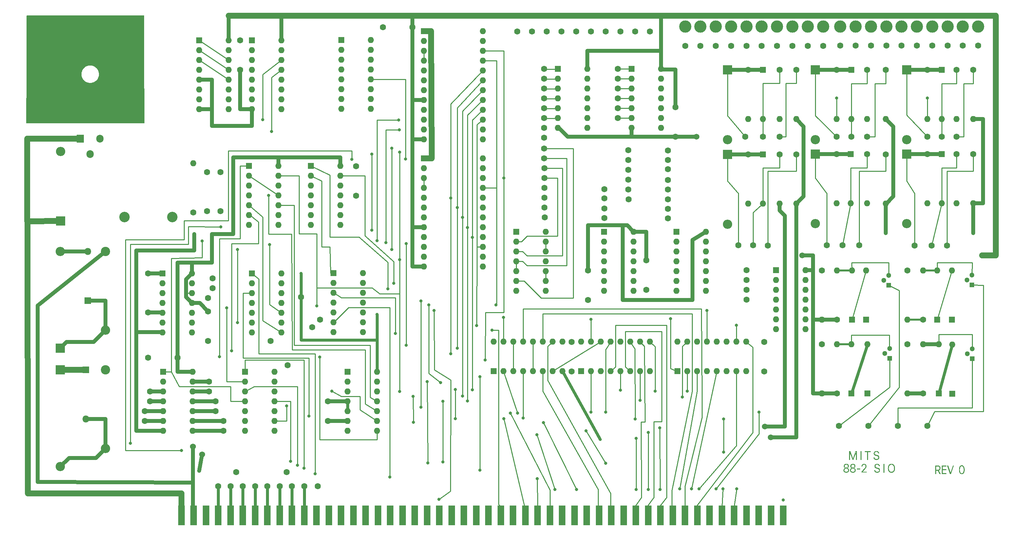
<source format=gbr>
%TF.GenerationSoftware,KiCad,Pcbnew,7.0.10*%
%TF.CreationDate,2024-03-23T14:15:06-04:00*%
%TF.ProjectId,MITS 88-2SIO,4d495453-2038-4382-9d32-53494f2e6b69,rev?*%
%TF.SameCoordinates,Original*%
%TF.FileFunction,Copper,L1,Top*%
%TF.FilePolarity,Positive*%
%FSLAX46Y46*%
G04 Gerber Fmt 4.6, Leading zero omitted, Abs format (unit mm)*
G04 Created by KiCad (PCBNEW 7.0.10) date 2024-03-23 14:15:06*
%MOMM*%
%LPD*%
G01*
G04 APERTURE LIST*
%ADD10C,0.150000*%
%TA.AperFunction,NonConductor*%
%ADD11C,0.150000*%
%TD*%
%TA.AperFunction,ComponentPad*%
%ADD12C,1.600000*%
%TD*%
%TA.AperFunction,ComponentPad*%
%ADD13R,1.600000X1.600000*%
%TD*%
%TA.AperFunction,ComponentPad*%
%ADD14O,1.600000X1.600000*%
%TD*%
%TA.AperFunction,ComponentPad*%
%ADD15R,2.400000X2.400000*%
%TD*%
%TA.AperFunction,ComponentPad*%
%ADD16O,2.400000X2.400000*%
%TD*%
%TA.AperFunction,ComponentPad*%
%ADD17C,3.160000*%
%TD*%
%TA.AperFunction,ComponentPad*%
%ADD18C,2.400000*%
%TD*%
%TA.AperFunction,ComponentPad*%
%ADD19R,1.300000X1.300000*%
%TD*%
%TA.AperFunction,ComponentPad*%
%ADD20C,1.300000*%
%TD*%
%TA.AperFunction,ComponentPad*%
%ADD21R,1.800000X1.800000*%
%TD*%
%TA.AperFunction,ComponentPad*%
%ADD22O,1.800000X1.800000*%
%TD*%
%TA.AperFunction,ComponentPad*%
%ADD23R,1.905000X2.000000*%
%TD*%
%TA.AperFunction,ComponentPad*%
%ADD24O,1.905000X2.000000*%
%TD*%
%TA.AperFunction,ConnectorPad*%
%ADD25R,1.778000X5.080000*%
%TD*%
%TA.AperFunction,ComponentPad*%
%ADD26C,2.700000*%
%TD*%
%TA.AperFunction,ViaPad*%
%ADD27C,0.800000*%
%TD*%
%TA.AperFunction,ViaPad*%
%ADD28C,1.524000*%
%TD*%
%TA.AperFunction,Conductor*%
%ADD29C,1.016000*%
%TD*%
%TA.AperFunction,Conductor*%
%ADD30C,0.800000*%
%TD*%
%TA.AperFunction,Conductor*%
%ADD31C,0.250000*%
%TD*%
%TA.AperFunction,Conductor*%
%ADD32C,0.762000*%
%TD*%
%TA.AperFunction,Conductor*%
%ADD33C,1.524000*%
%TD*%
%TA.AperFunction,Conductor*%
%ADD34C,0.500000*%
%TD*%
G04 APERTURE END LIST*
D10*
D11*
G36*
X235577388Y-145163890D02*
G01*
X235600835Y-145164793D01*
X235623948Y-145166298D01*
X235646727Y-145168405D01*
X235669173Y-145171114D01*
X235691286Y-145174424D01*
X235713065Y-145178337D01*
X235734510Y-145182852D01*
X235755623Y-145187968D01*
X235776401Y-145193687D01*
X235796847Y-145200008D01*
X235816958Y-145206930D01*
X235836737Y-145214455D01*
X235856182Y-145222581D01*
X235875293Y-145231310D01*
X235894071Y-145240640D01*
X235903315Y-145245476D01*
X235921430Y-145255478D01*
X235939049Y-145265921D01*
X235964546Y-145282411D01*
X235988927Y-145299892D01*
X236012191Y-145318365D01*
X236034338Y-145337829D01*
X236055369Y-145358284D01*
X236075283Y-145379730D01*
X236094081Y-145402168D01*
X236111761Y-145425597D01*
X236128326Y-145450017D01*
X236138663Y-145466769D01*
X236152918Y-145492430D01*
X236165672Y-145518728D01*
X236176926Y-145545664D01*
X236186680Y-145573238D01*
X236194933Y-145601450D01*
X236201685Y-145630300D01*
X236206937Y-145659787D01*
X236210688Y-145689913D01*
X236212939Y-145720677D01*
X236213689Y-145752079D01*
X236213689Y-145755429D01*
X236213311Y-145777378D01*
X236211327Y-145809649D01*
X236207641Y-145841134D01*
X236202254Y-145871834D01*
X236195165Y-145901748D01*
X236186376Y-145930878D01*
X236175885Y-145959222D01*
X236163693Y-145986782D01*
X236149800Y-146013556D01*
X236134206Y-146039545D01*
X236116911Y-146064749D01*
X236104606Y-146080927D01*
X236085138Y-146104099D01*
X236064458Y-146125956D01*
X236042565Y-146146498D01*
X236019459Y-146165725D01*
X235995141Y-146183637D01*
X235969610Y-146200233D01*
X235951916Y-146210567D01*
X235933682Y-146220316D01*
X235914910Y-146229480D01*
X235895599Y-146238060D01*
X235875749Y-146246056D01*
X235855360Y-146253467D01*
X235855360Y-146260167D01*
X235871113Y-146264411D01*
X235894264Y-146271514D01*
X235916839Y-146279500D01*
X235938838Y-146288369D01*
X235960262Y-146298121D01*
X235981109Y-146308757D01*
X236001381Y-146320276D01*
X236021077Y-146332678D01*
X236040197Y-146345964D01*
X236058742Y-146360133D01*
X236076710Y-146375185D01*
X236088395Y-146385652D01*
X236105303Y-146401867D01*
X236121470Y-146418701D01*
X236136896Y-146436153D01*
X236151580Y-146454223D01*
X236165522Y-146472911D01*
X236178723Y-146492218D01*
X236191183Y-146512143D01*
X236202901Y-146532687D01*
X236213877Y-146553849D01*
X236224112Y-146575629D01*
X236230542Y-146590431D01*
X236239410Y-146612921D01*
X236247345Y-146635755D01*
X236254346Y-146658932D01*
X236260413Y-146682453D01*
X236265548Y-146706317D01*
X236269748Y-146730524D01*
X236273015Y-146755075D01*
X236275349Y-146779970D01*
X236276749Y-146805208D01*
X236277216Y-146830790D01*
X236277216Y-146834140D01*
X236276851Y-146857357D01*
X236275758Y-146880246D01*
X236273936Y-146902809D01*
X236271384Y-146925044D01*
X236266191Y-146957784D01*
X236259357Y-146989788D01*
X236250883Y-147021055D01*
X236240769Y-147051587D01*
X236229015Y-147081382D01*
X236215620Y-147110441D01*
X236200586Y-147138765D01*
X236183911Y-147166352D01*
X236165882Y-147192916D01*
X236146596Y-147218382D01*
X236133040Y-147234748D01*
X236118927Y-147250626D01*
X236104255Y-147266015D01*
X236089025Y-147280916D01*
X236073236Y-147295328D01*
X236056889Y-147309252D01*
X236039984Y-147322687D01*
X236022520Y-147335633D01*
X236004498Y-147348091D01*
X235985918Y-147360060D01*
X235966779Y-147371541D01*
X235947082Y-147382534D01*
X235926827Y-147393037D01*
X235906105Y-147402976D01*
X235885006Y-147412274D01*
X235863531Y-147420930D01*
X235841680Y-147428946D01*
X235819453Y-147436320D01*
X235796850Y-147443052D01*
X235773871Y-147449144D01*
X235750516Y-147454594D01*
X235726785Y-147459403D01*
X235702677Y-147463571D01*
X235678194Y-147467098D01*
X235653334Y-147469983D01*
X235628098Y-147472228D01*
X235602486Y-147473831D01*
X235576498Y-147474793D01*
X235550134Y-147475113D01*
X235523772Y-147474793D01*
X235497790Y-147473831D01*
X235472188Y-147472228D01*
X235446966Y-147469983D01*
X235422123Y-147467098D01*
X235397661Y-147463571D01*
X235373579Y-147459403D01*
X235349877Y-147454594D01*
X235326554Y-147449144D01*
X235303612Y-147443052D01*
X235281050Y-147436320D01*
X235258867Y-147428946D01*
X235237065Y-147420930D01*
X235215643Y-147412274D01*
X235194600Y-147402976D01*
X235173938Y-147393037D01*
X235153799Y-147382534D01*
X235134203Y-147371541D01*
X235115149Y-147360060D01*
X235096639Y-147348091D01*
X235078671Y-147335633D01*
X235061246Y-147322687D01*
X235044364Y-147309252D01*
X235028025Y-147295328D01*
X235012229Y-147280916D01*
X234996975Y-147266015D01*
X234982265Y-147250626D01*
X234968097Y-147234748D01*
X234954472Y-147218382D01*
X234941390Y-147201527D01*
X234928850Y-147184184D01*
X234916854Y-147166352D01*
X234900090Y-147138864D01*
X234884976Y-147110631D01*
X234871510Y-147081652D01*
X234859694Y-147051927D01*
X234849526Y-147021456D01*
X234841007Y-146990239D01*
X234834137Y-146958277D01*
X234828915Y-146925568D01*
X234826350Y-146903348D01*
X234824518Y-146880796D01*
X234823419Y-146857913D01*
X234823053Y-146834698D01*
X234823053Y-146831348D01*
X234823216Y-146817948D01*
X235070211Y-146817948D01*
X235070271Y-146825529D01*
X235071172Y-146847950D01*
X235074057Y-146877097D01*
X235078865Y-146905389D01*
X235085596Y-146932826D01*
X235094250Y-146959408D01*
X235104828Y-146985136D01*
X235117328Y-147010008D01*
X235131752Y-147034025D01*
X235143790Y-147051364D01*
X235161102Y-147073384D01*
X235179857Y-147094147D01*
X235194870Y-147108895D01*
X235210694Y-147122936D01*
X235227329Y-147136271D01*
X235244776Y-147148899D01*
X235263034Y-147160821D01*
X235282103Y-147172035D01*
X235301984Y-147182543D01*
X235315688Y-147189034D01*
X235336688Y-147197985D01*
X235358221Y-147205994D01*
X235380285Y-147213060D01*
X235402882Y-147219184D01*
X235426011Y-147224367D01*
X235449672Y-147228606D01*
X235473865Y-147231904D01*
X235498591Y-147234260D01*
X235523848Y-147235673D01*
X235549638Y-147236144D01*
X235567127Y-147235935D01*
X235592873Y-147234835D01*
X235618035Y-147232794D01*
X235642612Y-147229810D01*
X235666604Y-147225885D01*
X235690012Y-147221017D01*
X235712836Y-147215206D01*
X235735075Y-147208454D01*
X235756730Y-147200759D01*
X235777800Y-147192122D01*
X235798285Y-147182543D01*
X235811627Y-147175617D01*
X235830957Y-147164637D01*
X235849466Y-147152952D01*
X235867156Y-147140559D01*
X235884025Y-147127460D01*
X235900074Y-147113654D01*
X235915304Y-147099142D01*
X235934334Y-147078692D01*
X235951906Y-147056987D01*
X235968020Y-147034025D01*
X235971837Y-147028101D01*
X235985892Y-147003870D01*
X235998009Y-146978784D01*
X236008187Y-146952843D01*
X236016427Y-146926047D01*
X236022727Y-146898396D01*
X236027089Y-146869890D01*
X236029513Y-146840530D01*
X236030058Y-146817948D01*
X236030058Y-146815156D01*
X236029998Y-146807438D01*
X236029096Y-146784622D01*
X236026212Y-146754995D01*
X236021404Y-146726276D01*
X236014672Y-146698463D01*
X236006018Y-146671558D01*
X235995441Y-146645561D01*
X235982940Y-146620470D01*
X235968516Y-146596287D01*
X235956652Y-146578844D01*
X235939529Y-146556685D01*
X235920918Y-146535782D01*
X235905982Y-146520929D01*
X235890209Y-146506783D01*
X235873599Y-146493344D01*
X235856151Y-146480611D01*
X235837865Y-146468585D01*
X235818742Y-146457265D01*
X235798781Y-146446652D01*
X235785129Y-146440027D01*
X235764171Y-146430889D01*
X235742637Y-146422714D01*
X235720528Y-146415500D01*
X235697842Y-146409248D01*
X235674581Y-146403958D01*
X235650744Y-146399630D01*
X235626331Y-146396263D01*
X235601343Y-146393859D01*
X235575778Y-146392416D01*
X235549638Y-146391935D01*
X235532266Y-146392149D01*
X235506665Y-146393271D01*
X235481614Y-146395355D01*
X235457112Y-146398401D01*
X235433160Y-146402408D01*
X235409758Y-146407378D01*
X235386905Y-146413309D01*
X235364602Y-146420202D01*
X235342849Y-146428057D01*
X235321645Y-146436874D01*
X235300991Y-146446652D01*
X235287649Y-146453649D01*
X235268319Y-146464733D01*
X235249810Y-146476524D01*
X235232120Y-146489021D01*
X235215251Y-146502225D01*
X235199202Y-146516135D01*
X235183972Y-146530752D01*
X235164942Y-146551341D01*
X235147370Y-146573186D01*
X235131256Y-146596287D01*
X235123864Y-146608266D01*
X235110510Y-146632902D01*
X235099064Y-146658446D01*
X235089526Y-146684898D01*
X235081895Y-146712256D01*
X235076172Y-146740522D01*
X235072357Y-146769695D01*
X235070747Y-146792171D01*
X235070211Y-146815156D01*
X235070211Y-146817948D01*
X234823216Y-146817948D01*
X234823262Y-146814190D01*
X234824361Y-146788756D01*
X234826403Y-146763684D01*
X234829386Y-146738976D01*
X234833312Y-146714631D01*
X234838180Y-146690649D01*
X234843990Y-146667031D01*
X234850743Y-146643775D01*
X234858437Y-146620883D01*
X234867074Y-146598353D01*
X234876653Y-146576187D01*
X234883582Y-146561598D01*
X234894601Y-146540230D01*
X234906369Y-146519481D01*
X234918888Y-146499350D01*
X234932158Y-146479837D01*
X234946177Y-146460942D01*
X234960947Y-146442666D01*
X234976467Y-146425008D01*
X234992737Y-146407968D01*
X235009758Y-146391546D01*
X235027529Y-146375743D01*
X235039746Y-146365610D01*
X235058523Y-146351147D01*
X235077841Y-146337567D01*
X235097700Y-146324870D01*
X235118100Y-146313057D01*
X235139041Y-146302127D01*
X235160522Y-146292080D01*
X235182545Y-146282916D01*
X235205108Y-146274636D01*
X235228212Y-146267239D01*
X235251857Y-146260726D01*
X235251857Y-146254025D01*
X235241655Y-146250393D01*
X235221644Y-146242690D01*
X235202157Y-146234402D01*
X235183193Y-146225529D01*
X235164752Y-146216073D01*
X235146835Y-146206031D01*
X235120940Y-146189873D01*
X235096223Y-146172400D01*
X235072685Y-146153612D01*
X235050323Y-146133508D01*
X235029140Y-146112090D01*
X235009134Y-146089356D01*
X234990306Y-146065307D01*
X234978587Y-146048589D01*
X234962426Y-146022851D01*
X234947966Y-145996317D01*
X234935207Y-145968988D01*
X234924149Y-145940865D01*
X234914792Y-145911946D01*
X234907137Y-145882233D01*
X234901183Y-145851724D01*
X234896930Y-145820421D01*
X234894378Y-145788322D01*
X234894163Y-145779996D01*
X235140686Y-145779996D01*
X235141500Y-145806839D01*
X235143943Y-145832933D01*
X235148014Y-145858276D01*
X235153714Y-145882870D01*
X235161042Y-145906712D01*
X235169998Y-145929805D01*
X235180584Y-145952147D01*
X235192797Y-145973739D01*
X235206577Y-145994241D01*
X235221614Y-146013591D01*
X235237906Y-146031789D01*
X235255455Y-146048836D01*
X235274260Y-146064731D01*
X235294322Y-146079475D01*
X235315640Y-146093067D01*
X235338214Y-146105507D01*
X235355873Y-146113989D01*
X235380218Y-146124000D01*
X235405479Y-146132527D01*
X235425026Y-146137950D01*
X235445087Y-146142538D01*
X235465662Y-146146292D01*
X235486753Y-146149212D01*
X235508358Y-146151298D01*
X235530478Y-146152549D01*
X235553112Y-146152966D01*
X235575924Y-146152549D01*
X235598204Y-146151298D01*
X235619951Y-146149212D01*
X235641167Y-146146292D01*
X235661850Y-146142538D01*
X235682001Y-146137950D01*
X235701620Y-146132527D01*
X235720707Y-146126271D01*
X235745328Y-146116630D01*
X235769003Y-146105507D01*
X235791569Y-146093067D01*
X235812864Y-146079475D01*
X235832887Y-146064731D01*
X235851637Y-146048836D01*
X235869117Y-146031789D01*
X235885324Y-146013591D01*
X235900259Y-145994241D01*
X235913923Y-145973739D01*
X235926253Y-145952147D01*
X235936939Y-145929805D01*
X235945981Y-145906712D01*
X235953379Y-145882870D01*
X235959133Y-145858276D01*
X235963243Y-145832933D01*
X235965709Y-145806839D01*
X235966531Y-145779996D01*
X235966531Y-145776087D01*
X235965709Y-145749252D01*
X235963243Y-145723185D01*
X235959133Y-145697885D01*
X235953379Y-145673353D01*
X235945981Y-145649588D01*
X235936939Y-145626592D01*
X235926253Y-145604363D01*
X235913923Y-145582902D01*
X235900259Y-145562269D01*
X235885324Y-145542806D01*
X235869117Y-145524512D01*
X235851637Y-145507386D01*
X235832887Y-145491430D01*
X235812864Y-145476643D01*
X235791569Y-145463025D01*
X235769003Y-145450575D01*
X235745328Y-145439321D01*
X235720707Y-145429568D01*
X235701620Y-145423238D01*
X235682001Y-145417751D01*
X235661850Y-145413109D01*
X235641167Y-145409311D01*
X235619951Y-145406357D01*
X235598204Y-145404246D01*
X235575924Y-145402980D01*
X235553112Y-145402558D01*
X235537965Y-145402746D01*
X235515674Y-145403731D01*
X235493897Y-145405559D01*
X235472635Y-145408232D01*
X235451888Y-145411749D01*
X235431655Y-145416110D01*
X235411938Y-145421315D01*
X235386448Y-145429568D01*
X235361873Y-145439321D01*
X235338214Y-145450575D01*
X235315640Y-145463025D01*
X235294322Y-145476643D01*
X235274260Y-145491430D01*
X235255455Y-145507386D01*
X235237906Y-145524512D01*
X235221614Y-145542806D01*
X235206577Y-145562269D01*
X235192797Y-145582902D01*
X235180584Y-145604363D01*
X235169998Y-145626592D01*
X235161042Y-145649588D01*
X235153714Y-145673353D01*
X235148014Y-145697885D01*
X235143943Y-145723185D01*
X235141500Y-145749252D01*
X235140686Y-145776087D01*
X235140686Y-145779996D01*
X234894163Y-145779996D01*
X234893527Y-145755429D01*
X234893527Y-145752079D01*
X234893861Y-145731141D01*
X234895612Y-145700258D01*
X234898863Y-145670003D01*
X234903614Y-145640376D01*
X234909867Y-145611377D01*
X234917619Y-145583007D01*
X234926873Y-145555264D01*
X234937627Y-145528150D01*
X234949881Y-145501663D01*
X234963636Y-145475805D01*
X234978891Y-145450575D01*
X234989812Y-145434183D01*
X235007131Y-145410412D01*
X235025575Y-145387623D01*
X235045144Y-145365815D01*
X235065839Y-145344988D01*
X235087659Y-145325143D01*
X235110605Y-145306280D01*
X235134676Y-145288398D01*
X235159873Y-145271497D01*
X235177296Y-145260775D01*
X235195219Y-145250489D01*
X235213642Y-145240640D01*
X235232534Y-145231310D01*
X235251741Y-145222581D01*
X235271261Y-145214455D01*
X235291096Y-145206930D01*
X235311245Y-145200008D01*
X235331707Y-145193687D01*
X235352484Y-145187968D01*
X235373575Y-145182852D01*
X235394980Y-145178337D01*
X235416699Y-145174424D01*
X235438732Y-145171114D01*
X235461079Y-145168405D01*
X235483740Y-145166298D01*
X235506716Y-145164793D01*
X235530005Y-145163890D01*
X235553608Y-145163589D01*
X235577388Y-145163890D01*
G37*
G36*
X237282680Y-145163890D02*
G01*
X237306126Y-145164793D01*
X237329239Y-145166298D01*
X237352019Y-145168405D01*
X237374465Y-145171114D01*
X237396577Y-145174424D01*
X237418357Y-145178337D01*
X237439802Y-145182852D01*
X237460914Y-145187968D01*
X237481693Y-145193687D01*
X237502138Y-145200008D01*
X237522250Y-145206930D01*
X237542029Y-145214455D01*
X237561474Y-145222581D01*
X237580585Y-145231310D01*
X237599363Y-145240640D01*
X237608607Y-145245476D01*
X237626722Y-145255478D01*
X237644340Y-145265921D01*
X237669838Y-145282411D01*
X237694219Y-145299892D01*
X237717483Y-145318365D01*
X237739630Y-145337829D01*
X237760661Y-145358284D01*
X237780575Y-145379730D01*
X237799373Y-145402168D01*
X237817053Y-145425597D01*
X237833617Y-145450017D01*
X237843954Y-145466769D01*
X237858209Y-145492430D01*
X237870964Y-145518728D01*
X237882218Y-145545664D01*
X237891972Y-145573238D01*
X237900225Y-145601450D01*
X237906977Y-145630300D01*
X237912229Y-145659787D01*
X237915980Y-145689913D01*
X237918231Y-145720677D01*
X237918981Y-145752079D01*
X237918981Y-145755429D01*
X237918603Y-145777378D01*
X237916618Y-145809649D01*
X237912933Y-145841134D01*
X237907545Y-145871834D01*
X237900457Y-145901748D01*
X237891668Y-145930878D01*
X237881177Y-145959222D01*
X237868985Y-145986782D01*
X237855092Y-146013556D01*
X237839498Y-146039545D01*
X237822202Y-146064749D01*
X237809898Y-146080927D01*
X237790430Y-146104099D01*
X237769750Y-146125956D01*
X237747857Y-146146498D01*
X237724751Y-146165725D01*
X237700433Y-146183637D01*
X237674902Y-146200233D01*
X237657207Y-146210567D01*
X237638974Y-146220316D01*
X237620202Y-146229480D01*
X237600891Y-146238060D01*
X237581041Y-146246056D01*
X237560652Y-146253467D01*
X237560652Y-146260167D01*
X237576405Y-146264411D01*
X237599556Y-146271514D01*
X237622131Y-146279500D01*
X237644130Y-146288369D01*
X237665553Y-146298121D01*
X237686401Y-146308757D01*
X237706673Y-146320276D01*
X237726369Y-146332678D01*
X237745489Y-146345964D01*
X237764033Y-146360133D01*
X237782002Y-146375185D01*
X237793686Y-146385652D01*
X237810595Y-146401867D01*
X237826762Y-146418701D01*
X237842188Y-146436153D01*
X237856872Y-146454223D01*
X237870814Y-146472911D01*
X237884015Y-146492218D01*
X237896475Y-146512143D01*
X237908192Y-146532687D01*
X237919169Y-146553849D01*
X237929404Y-146575629D01*
X237935834Y-146590431D01*
X237944702Y-146612921D01*
X237952637Y-146635755D01*
X237959638Y-146658932D01*
X237965705Y-146682453D01*
X237970839Y-146706317D01*
X237975040Y-146730524D01*
X237978307Y-146755075D01*
X237980641Y-146779970D01*
X237982041Y-146805208D01*
X237982508Y-146830790D01*
X237982508Y-146834140D01*
X237982143Y-146857357D01*
X237981050Y-146880246D01*
X237979228Y-146902809D01*
X237976676Y-146925044D01*
X237971483Y-146957784D01*
X237964649Y-146989788D01*
X237956175Y-147021055D01*
X237946061Y-147051587D01*
X237934306Y-147081382D01*
X237920912Y-147110441D01*
X237905878Y-147138765D01*
X237889203Y-147166352D01*
X237871173Y-147192916D01*
X237851887Y-147218382D01*
X237838332Y-147234748D01*
X237824219Y-147250626D01*
X237809547Y-147266015D01*
X237794316Y-147280916D01*
X237778528Y-147295328D01*
X237762181Y-147309252D01*
X237745276Y-147322687D01*
X237727812Y-147335633D01*
X237709790Y-147348091D01*
X237691210Y-147360060D01*
X237672071Y-147371541D01*
X237652374Y-147382534D01*
X237632119Y-147393037D01*
X237611396Y-147402976D01*
X237590298Y-147412274D01*
X237568823Y-147420930D01*
X237546972Y-147428946D01*
X237524745Y-147436320D01*
X237502142Y-147443052D01*
X237479163Y-147449144D01*
X237455808Y-147454594D01*
X237432077Y-147459403D01*
X237407969Y-147463571D01*
X237383486Y-147467098D01*
X237358626Y-147469983D01*
X237333390Y-147472228D01*
X237307778Y-147473831D01*
X237281790Y-147474793D01*
X237255426Y-147475113D01*
X237229064Y-147474793D01*
X237203082Y-147473831D01*
X237177480Y-147472228D01*
X237152257Y-147469983D01*
X237127415Y-147467098D01*
X237102953Y-147463571D01*
X237078871Y-147459403D01*
X237055169Y-147454594D01*
X237031846Y-147449144D01*
X237008904Y-147443052D01*
X236986342Y-147436320D01*
X236964159Y-147428946D01*
X236942357Y-147420930D01*
X236920934Y-147412274D01*
X236899892Y-147402976D01*
X236879230Y-147393037D01*
X236859091Y-147382534D01*
X236839495Y-147371541D01*
X236820441Y-147360060D01*
X236801931Y-147348091D01*
X236783963Y-147335633D01*
X236766538Y-147322687D01*
X236749656Y-147309252D01*
X236733317Y-147295328D01*
X236717521Y-147280916D01*
X236702267Y-147266015D01*
X236687556Y-147250626D01*
X236673389Y-147234748D01*
X236659764Y-147218382D01*
X236646681Y-147201527D01*
X236634142Y-147184184D01*
X236622145Y-147166352D01*
X236605382Y-147138864D01*
X236590268Y-147110631D01*
X236576802Y-147081652D01*
X236564986Y-147051927D01*
X236554818Y-147021456D01*
X236546299Y-146990239D01*
X236539428Y-146958277D01*
X236534207Y-146925568D01*
X236531642Y-146903348D01*
X236529810Y-146880796D01*
X236528711Y-146857913D01*
X236528345Y-146834698D01*
X236528345Y-146831348D01*
X236528508Y-146817948D01*
X236775503Y-146817948D01*
X236775563Y-146825529D01*
X236776464Y-146847950D01*
X236779349Y-146877097D01*
X236784157Y-146905389D01*
X236790888Y-146932826D01*
X236799542Y-146959408D01*
X236810120Y-146985136D01*
X236822620Y-147010008D01*
X236837044Y-147034025D01*
X236849082Y-147051364D01*
X236866394Y-147073384D01*
X236885149Y-147094147D01*
X236900162Y-147108895D01*
X236915986Y-147122936D01*
X236932621Y-147136271D01*
X236950067Y-147148899D01*
X236968325Y-147160821D01*
X236987395Y-147172035D01*
X237007275Y-147182543D01*
X237020980Y-147189034D01*
X237041980Y-147197985D01*
X237063513Y-147205994D01*
X237085577Y-147213060D01*
X237108174Y-147219184D01*
X237131303Y-147224367D01*
X237154964Y-147228606D01*
X237179157Y-147231904D01*
X237203883Y-147234260D01*
X237229140Y-147235673D01*
X237254930Y-147236144D01*
X237272419Y-147235935D01*
X237298165Y-147234835D01*
X237323326Y-147232794D01*
X237347904Y-147229810D01*
X237371896Y-147225885D01*
X237395304Y-147221017D01*
X237418128Y-147215206D01*
X237440367Y-147208454D01*
X237462021Y-147200759D01*
X237483091Y-147192122D01*
X237503577Y-147182543D01*
X237516919Y-147175617D01*
X237536248Y-147164637D01*
X237554758Y-147152952D01*
X237572447Y-147140559D01*
X237589317Y-147127460D01*
X237605366Y-147113654D01*
X237620595Y-147099142D01*
X237639626Y-147078692D01*
X237657198Y-147056987D01*
X237673312Y-147034025D01*
X237677129Y-147028101D01*
X237691184Y-147003870D01*
X237703301Y-146978784D01*
X237713479Y-146952843D01*
X237721718Y-146926047D01*
X237728019Y-146898396D01*
X237732381Y-146869890D01*
X237734804Y-146840530D01*
X237735350Y-146817948D01*
X237735350Y-146815156D01*
X237735290Y-146807438D01*
X237734388Y-146784622D01*
X237731503Y-146754995D01*
X237726695Y-146726276D01*
X237719964Y-146698463D01*
X237711310Y-146671558D01*
X237700733Y-146645561D01*
X237688232Y-146620470D01*
X237673808Y-146596287D01*
X237661944Y-146578844D01*
X237644821Y-146556685D01*
X237626210Y-146535782D01*
X237611274Y-146520929D01*
X237595501Y-146506783D01*
X237578891Y-146493344D01*
X237561443Y-146480611D01*
X237543157Y-146468585D01*
X237524034Y-146457265D01*
X237504073Y-146446652D01*
X237490421Y-146440027D01*
X237469463Y-146430889D01*
X237447929Y-146422714D01*
X237425819Y-146415500D01*
X237403134Y-146409248D01*
X237379873Y-146403958D01*
X237356036Y-146399630D01*
X237331623Y-146396263D01*
X237306634Y-146393859D01*
X237281070Y-146392416D01*
X237254930Y-146391935D01*
X237237557Y-146392149D01*
X237211957Y-146393271D01*
X237186906Y-146395355D01*
X237162404Y-146398401D01*
X237138452Y-146402408D01*
X237115050Y-146407378D01*
X237092197Y-146413309D01*
X237069894Y-146420202D01*
X237048141Y-146428057D01*
X237026937Y-146436874D01*
X237006283Y-146446652D01*
X236992941Y-146453649D01*
X236973611Y-146464733D01*
X236955102Y-146476524D01*
X236937412Y-146489021D01*
X236920543Y-146502225D01*
X236904494Y-146516135D01*
X236889264Y-146530752D01*
X236870234Y-146551341D01*
X236852662Y-146573186D01*
X236836548Y-146596287D01*
X236829156Y-146608266D01*
X236815802Y-146632902D01*
X236804356Y-146658446D01*
X236794818Y-146684898D01*
X236787187Y-146712256D01*
X236781464Y-146740522D01*
X236777649Y-146769695D01*
X236776039Y-146792171D01*
X236775503Y-146815156D01*
X236775503Y-146817948D01*
X236528508Y-146817948D01*
X236528554Y-146814190D01*
X236529653Y-146788756D01*
X236531695Y-146763684D01*
X236534678Y-146738976D01*
X236538604Y-146714631D01*
X236543472Y-146690649D01*
X236549282Y-146667031D01*
X236556035Y-146643775D01*
X236563729Y-146620883D01*
X236572366Y-146598353D01*
X236581945Y-146576187D01*
X236588874Y-146561598D01*
X236599892Y-146540230D01*
X236611661Y-146519481D01*
X236624180Y-146499350D01*
X236637449Y-146479837D01*
X236651469Y-146460942D01*
X236666239Y-146442666D01*
X236681759Y-146425008D01*
X236698029Y-146407968D01*
X236715050Y-146391546D01*
X236732821Y-146375743D01*
X236745038Y-146365610D01*
X236763815Y-146351147D01*
X236783133Y-146337567D01*
X236802992Y-146324870D01*
X236823392Y-146313057D01*
X236844332Y-146302127D01*
X236865814Y-146292080D01*
X236887836Y-146282916D01*
X236910400Y-146274636D01*
X236933504Y-146267239D01*
X236957149Y-146260726D01*
X236957149Y-146254025D01*
X236946947Y-146250393D01*
X236926936Y-146242690D01*
X236907449Y-146234402D01*
X236888484Y-146225529D01*
X236870044Y-146216073D01*
X236852126Y-146206031D01*
X236826232Y-146189873D01*
X236801515Y-146172400D01*
X236777976Y-146153612D01*
X236755615Y-146133508D01*
X236734432Y-146112090D01*
X236714426Y-146089356D01*
X236695598Y-146065307D01*
X236683879Y-146048589D01*
X236667717Y-146022851D01*
X236653257Y-145996317D01*
X236640498Y-145968988D01*
X236629441Y-145940865D01*
X236620084Y-145911946D01*
X236612429Y-145882233D01*
X236606475Y-145851724D01*
X236602222Y-145820421D01*
X236599670Y-145788322D01*
X236599455Y-145779996D01*
X236845977Y-145779996D01*
X236846792Y-145806839D01*
X236849234Y-145832933D01*
X236853306Y-145858276D01*
X236859005Y-145882870D01*
X236866334Y-145906712D01*
X236875290Y-145929805D01*
X236885875Y-145952147D01*
X236898089Y-145973739D01*
X236911869Y-145994241D01*
X236926906Y-146013591D01*
X236943198Y-146031789D01*
X236960747Y-146048836D01*
X236979552Y-146064731D01*
X236999614Y-146079475D01*
X237020931Y-146093067D01*
X237043505Y-146105507D01*
X237061164Y-146113989D01*
X237085510Y-146124000D01*
X237110771Y-146132527D01*
X237130317Y-146137950D01*
X237150378Y-146142538D01*
X237170954Y-146146292D01*
X237192044Y-146149212D01*
X237213650Y-146151298D01*
X237235769Y-146152549D01*
X237258404Y-146152966D01*
X237281216Y-146152549D01*
X237303496Y-146151298D01*
X237325243Y-146149212D01*
X237346459Y-146146292D01*
X237367142Y-146142538D01*
X237387293Y-146137950D01*
X237406912Y-146132527D01*
X237425999Y-146126271D01*
X237450620Y-146116630D01*
X237474295Y-146105507D01*
X237496861Y-146093067D01*
X237518156Y-146079475D01*
X237538178Y-146064731D01*
X237556929Y-146048836D01*
X237574408Y-146031789D01*
X237590616Y-146013591D01*
X237605551Y-145994241D01*
X237619215Y-145973739D01*
X237631545Y-145952147D01*
X237642231Y-145929805D01*
X237651273Y-145906712D01*
X237658671Y-145882870D01*
X237664425Y-145858276D01*
X237668535Y-145832933D01*
X237671001Y-145806839D01*
X237671823Y-145779996D01*
X237671823Y-145776087D01*
X237671001Y-145749252D01*
X237668535Y-145723185D01*
X237664425Y-145697885D01*
X237658671Y-145673353D01*
X237651273Y-145649588D01*
X237642231Y-145626592D01*
X237631545Y-145604363D01*
X237619215Y-145582902D01*
X237605551Y-145562269D01*
X237590616Y-145542806D01*
X237574408Y-145524512D01*
X237556929Y-145507386D01*
X237538178Y-145491430D01*
X237518156Y-145476643D01*
X237496861Y-145463025D01*
X237474295Y-145450575D01*
X237450620Y-145439321D01*
X237425999Y-145429568D01*
X237406912Y-145423238D01*
X237387293Y-145417751D01*
X237367142Y-145413109D01*
X237346459Y-145409311D01*
X237325243Y-145406357D01*
X237303496Y-145404246D01*
X237281216Y-145402980D01*
X237258404Y-145402558D01*
X237243257Y-145402746D01*
X237220966Y-145403731D01*
X237199189Y-145405559D01*
X237177927Y-145408232D01*
X237157180Y-145411749D01*
X237136947Y-145416110D01*
X237117229Y-145421315D01*
X237091740Y-145429568D01*
X237067165Y-145439321D01*
X237043505Y-145450575D01*
X237020931Y-145463025D01*
X236999614Y-145476643D01*
X236979552Y-145491430D01*
X236960747Y-145507386D01*
X236943198Y-145524512D01*
X236926906Y-145542806D01*
X236911869Y-145562269D01*
X236898089Y-145582902D01*
X236885875Y-145604363D01*
X236875290Y-145626592D01*
X236866334Y-145649588D01*
X236859005Y-145673353D01*
X236853306Y-145697885D01*
X236849234Y-145723185D01*
X236846792Y-145749252D01*
X236845977Y-145776087D01*
X236845977Y-145779996D01*
X236599455Y-145779996D01*
X236598819Y-145755429D01*
X236598819Y-145752079D01*
X236599153Y-145731141D01*
X236600903Y-145700258D01*
X236604155Y-145670003D01*
X236608906Y-145640376D01*
X236615158Y-145611377D01*
X236622911Y-145583007D01*
X236632165Y-145555264D01*
X236642918Y-145528150D01*
X236655173Y-145501663D01*
X236668928Y-145475805D01*
X236684183Y-145450575D01*
X236695104Y-145434183D01*
X236712422Y-145410412D01*
X236730867Y-145387623D01*
X236750436Y-145365815D01*
X236771131Y-145344988D01*
X236792951Y-145325143D01*
X236815897Y-145306280D01*
X236839968Y-145288398D01*
X236865165Y-145271497D01*
X236882587Y-145260775D01*
X236900511Y-145250489D01*
X236918934Y-145240640D01*
X236937826Y-145231310D01*
X236957033Y-145222581D01*
X236976553Y-145214455D01*
X236996388Y-145206930D01*
X237016536Y-145200008D01*
X237036999Y-145193687D01*
X237057776Y-145187968D01*
X237078867Y-145182852D01*
X237100272Y-145178337D01*
X237121991Y-145174424D01*
X237144024Y-145171114D01*
X237166371Y-145168405D01*
X237189032Y-145166298D01*
X237212008Y-145164793D01*
X237235297Y-145163890D01*
X237258900Y-145163589D01*
X237282680Y-145163890D01*
G37*
G36*
X238265400Y-146653238D02*
G01*
X239154772Y-146653238D01*
X239154772Y-146414269D01*
X238265400Y-146414269D01*
X238265400Y-146653238D01*
G37*
G36*
X239484316Y-147439380D02*
G01*
X240818374Y-147439380D01*
X240818374Y-147200410D01*
X239767704Y-147200410D01*
X239833712Y-147275228D01*
X239833712Y-147104934D01*
X239767704Y-147275228D01*
X240317606Y-146643188D01*
X240340359Y-146617003D01*
X240362459Y-146591350D01*
X240383909Y-146566229D01*
X240404707Y-146541640D01*
X240424854Y-146517583D01*
X240444349Y-146494059D01*
X240463193Y-146471067D01*
X240481386Y-146448607D01*
X240498927Y-146426679D01*
X240515817Y-146405283D01*
X240532055Y-146384419D01*
X240547642Y-146364088D01*
X240562578Y-146344289D01*
X240576862Y-146325022D01*
X240590494Y-146306287D01*
X240603476Y-146288084D01*
X240615895Y-146270191D01*
X240633637Y-146243777D01*
X240650314Y-146217873D01*
X240665927Y-146192480D01*
X240680476Y-146167596D01*
X240693961Y-146143224D01*
X240706381Y-146119361D01*
X240717737Y-146096009D01*
X240728028Y-146073167D01*
X240737255Y-146050836D01*
X240745418Y-146029015D01*
X240752780Y-146007375D01*
X240759417Y-145985589D01*
X240765331Y-145963655D01*
X240770520Y-145941574D01*
X240774985Y-145919345D01*
X240778726Y-145896970D01*
X240781744Y-145874447D01*
X240784037Y-145851777D01*
X240785605Y-145828960D01*
X240786450Y-145805995D01*
X240786611Y-145790604D01*
X240786611Y-145787812D01*
X240785896Y-145755135D01*
X240783750Y-145723056D01*
X240780173Y-145691576D01*
X240775165Y-145660694D01*
X240768727Y-145630411D01*
X240760858Y-145600727D01*
X240751558Y-145571642D01*
X240740827Y-145543155D01*
X240728666Y-145515267D01*
X240715074Y-145487978D01*
X240705218Y-145470117D01*
X240689424Y-145444051D01*
X240672566Y-145419036D01*
X240654644Y-145395070D01*
X240635658Y-145372155D01*
X240615607Y-145350290D01*
X240594492Y-145329475D01*
X240572313Y-145309710D01*
X240549069Y-145290995D01*
X240524761Y-145273331D01*
X240499388Y-145256716D01*
X240481882Y-145246223D01*
X240464044Y-145236217D01*
X240445892Y-145226856D01*
X240427426Y-145218141D01*
X240408646Y-145210071D01*
X240389552Y-145202647D01*
X240370144Y-145195868D01*
X240350422Y-145189735D01*
X240330386Y-145184248D01*
X240310036Y-145179406D01*
X240289371Y-145175210D01*
X240268393Y-145171659D01*
X240247100Y-145168754D01*
X240225494Y-145166494D01*
X240203573Y-145164880D01*
X240181338Y-145163912D01*
X240158790Y-145163589D01*
X240135592Y-145163934D01*
X240112649Y-145164968D01*
X240089963Y-145166691D01*
X240067532Y-145169103D01*
X240045358Y-145172204D01*
X240023439Y-145175995D01*
X240001776Y-145180475D01*
X239980369Y-145185644D01*
X239959218Y-145191502D01*
X239938323Y-145198049D01*
X239917684Y-145205286D01*
X239897301Y-145213212D01*
X239877174Y-145221827D01*
X239857302Y-145231131D01*
X239837687Y-145241124D01*
X239818327Y-145251807D01*
X239799403Y-145263089D01*
X239780972Y-145274882D01*
X239763034Y-145287185D01*
X239745588Y-145299998D01*
X239728634Y-145313322D01*
X239712173Y-145327156D01*
X239696204Y-145341501D01*
X239680727Y-145356356D01*
X239665743Y-145371721D01*
X239651252Y-145387597D01*
X239637252Y-145403982D01*
X239623746Y-145420879D01*
X239610731Y-145438285D01*
X239598209Y-145456202D01*
X239586180Y-145474630D01*
X239574643Y-145493568D01*
X239563705Y-145512854D01*
X239553473Y-145532468D01*
X239543946Y-145552409D01*
X239535125Y-145572677D01*
X239527010Y-145593273D01*
X239519600Y-145614195D01*
X239512896Y-145635445D01*
X239506898Y-145657021D01*
X239501605Y-145678925D01*
X239497018Y-145701156D01*
X239493137Y-145723715D01*
X239489961Y-145746600D01*
X239487492Y-145769812D01*
X239485727Y-145793352D01*
X239484669Y-145817219D01*
X239484316Y-145841413D01*
X239731474Y-145841413D01*
X239731474Y-145833596D01*
X239731971Y-145811189D01*
X239734182Y-145781955D01*
X239738160Y-145753454D01*
X239743906Y-145725685D01*
X239751420Y-145698649D01*
X239760703Y-145672346D01*
X239771753Y-145646776D01*
X239784572Y-145621939D01*
X239788053Y-145615844D01*
X239802965Y-145592045D01*
X239819164Y-145569502D01*
X239836651Y-145548215D01*
X239855425Y-145528185D01*
X239875487Y-145509410D01*
X239896836Y-145491893D01*
X239913692Y-145479579D01*
X239931272Y-145467971D01*
X239943395Y-145460626D01*
X239962056Y-145450248D01*
X239981187Y-145440892D01*
X240000790Y-145432556D01*
X240020864Y-145425241D01*
X240041410Y-145418946D01*
X240062426Y-145413673D01*
X240083913Y-145409420D01*
X240105872Y-145406187D01*
X240128301Y-145403976D01*
X240151202Y-145402785D01*
X240166731Y-145402558D01*
X240186981Y-145403005D01*
X240213288Y-145404990D01*
X240238805Y-145408562D01*
X240263531Y-145413722D01*
X240287466Y-145420470D01*
X240310610Y-145428806D01*
X240332963Y-145438730D01*
X240354525Y-145450241D01*
X240359792Y-145453367D01*
X240380194Y-145466540D01*
X240399465Y-145480935D01*
X240417603Y-145496551D01*
X240434609Y-145513389D01*
X240450483Y-145531447D01*
X240465225Y-145550728D01*
X240478834Y-145571229D01*
X240491312Y-145592952D01*
X240502595Y-145615573D01*
X240512374Y-145639050D01*
X240520648Y-145663381D01*
X240527418Y-145688568D01*
X240532683Y-145714609D01*
X240536444Y-145741505D01*
X240538701Y-145769256D01*
X240539453Y-145797862D01*
X240539453Y-145800654D01*
X240539019Y-145823930D01*
X240537716Y-145846857D01*
X240535545Y-145869435D01*
X240532505Y-145891663D01*
X240527484Y-145918959D01*
X240521105Y-145945709D01*
X240513370Y-145971914D01*
X240511660Y-145977089D01*
X240504130Y-145998079D01*
X240495189Y-146019732D01*
X240484837Y-146042049D01*
X240473073Y-146065028D01*
X240459897Y-146088670D01*
X240445311Y-146112975D01*
X240433445Y-146131639D01*
X240420785Y-146150676D01*
X240411903Y-146163575D01*
X240397737Y-146183438D01*
X240382410Y-146204292D01*
X240365923Y-146226137D01*
X240348276Y-146248974D01*
X240329468Y-146272802D01*
X240309501Y-146297622D01*
X240295544Y-146314719D01*
X240281072Y-146332256D01*
X240266084Y-146350234D01*
X240250580Y-146368653D01*
X240234561Y-146387512D01*
X240218026Y-146406812D01*
X240200975Y-146426552D01*
X239484316Y-147254011D01*
X239484316Y-147439380D01*
G37*
G36*
X243541084Y-147475113D02*
G01*
X243569251Y-147474801D01*
X243596926Y-147473866D01*
X243624108Y-147472306D01*
X243650798Y-147470123D01*
X243676995Y-147467316D01*
X243702700Y-147463885D01*
X243727913Y-147459831D01*
X243752633Y-147455153D01*
X243776860Y-147449851D01*
X243800596Y-147443925D01*
X243823838Y-147437375D01*
X243846589Y-147430202D01*
X243868847Y-147422405D01*
X243890612Y-147413984D01*
X243911885Y-147404939D01*
X243932666Y-147395271D01*
X243952906Y-147385029D01*
X243972556Y-147374263D01*
X243991617Y-147362974D01*
X244010089Y-147351162D01*
X244027971Y-147338826D01*
X244045264Y-147325967D01*
X244061968Y-147312584D01*
X244078082Y-147298678D01*
X244093607Y-147284248D01*
X244108543Y-147269295D01*
X244122889Y-147253819D01*
X244143303Y-147229623D01*
X244162392Y-147204249D01*
X244180154Y-147177697D01*
X244185780Y-147168585D01*
X244201656Y-147140486D01*
X244215971Y-147111464D01*
X244228724Y-147081520D01*
X244239915Y-147050653D01*
X244246509Y-147029563D01*
X244252408Y-147008063D01*
X244257614Y-146986152D01*
X244262125Y-146963832D01*
X244265942Y-146941101D01*
X244269065Y-146917961D01*
X244271495Y-146894410D01*
X244273230Y-146870449D01*
X244274271Y-146846079D01*
X244274618Y-146821298D01*
X244274618Y-146819623D01*
X244274086Y-146787811D01*
X244272489Y-146756862D01*
X244269828Y-146726777D01*
X244266103Y-146697556D01*
X244261314Y-146669199D01*
X244255460Y-146641705D01*
X244248542Y-146615075D01*
X244240559Y-146589308D01*
X244231512Y-146564405D01*
X244221401Y-146540366D01*
X244214069Y-146524820D01*
X244202212Y-146502142D01*
X244189159Y-146480170D01*
X244174911Y-146458905D01*
X244159468Y-146438347D01*
X244142830Y-146418496D01*
X244124996Y-146399351D01*
X244105968Y-146380912D01*
X244085744Y-146363181D01*
X244064325Y-146346156D01*
X244041711Y-146329837D01*
X244025971Y-146319351D01*
X244001375Y-146304042D01*
X243975418Y-146289312D01*
X243957357Y-146279814D01*
X243938691Y-146270573D01*
X243919421Y-146261589D01*
X243899546Y-146252863D01*
X243879066Y-146244394D01*
X243857980Y-146236183D01*
X243836291Y-146228228D01*
X243813996Y-146220532D01*
X243791096Y-146213092D01*
X243767592Y-146205910D01*
X243743482Y-146198985D01*
X243718768Y-146192318D01*
X243693449Y-146185908D01*
X243472098Y-146131191D01*
X243448208Y-146124972D01*
X243425111Y-146118458D01*
X243402808Y-146111650D01*
X243381298Y-146104548D01*
X243360583Y-146097151D01*
X243340662Y-146089459D01*
X243321534Y-146081474D01*
X243297266Y-146070368D01*
X243274409Y-146058739D01*
X243258192Y-146049673D01*
X243237782Y-146036928D01*
X243218736Y-146023536D01*
X243201056Y-146009499D01*
X243184740Y-145994817D01*
X243169789Y-145979488D01*
X243153019Y-145959420D01*
X243138382Y-145938344D01*
X243133124Y-145929630D01*
X243121400Y-145907114D01*
X243111663Y-145883535D01*
X243103913Y-145858892D01*
X243098151Y-145833186D01*
X243094375Y-145806417D01*
X243092587Y-145778584D01*
X243092428Y-145767154D01*
X243092428Y-145765479D01*
X243093273Y-145738556D01*
X243095809Y-145712506D01*
X243100035Y-145687329D01*
X243105952Y-145663023D01*
X243113559Y-145639591D01*
X243122857Y-145617030D01*
X243133846Y-145595342D01*
X243146525Y-145574527D01*
X243160863Y-145554714D01*
X243176582Y-145536036D01*
X243193681Y-145518492D01*
X243212160Y-145502082D01*
X243232020Y-145486806D01*
X243253260Y-145472665D01*
X243275881Y-145459657D01*
X243299882Y-145447784D01*
X243318781Y-145439701D01*
X243338256Y-145432414D01*
X243358307Y-145425922D01*
X243378933Y-145420224D01*
X243400136Y-145415322D01*
X243421914Y-145411215D01*
X243444268Y-145407902D01*
X243467197Y-145405385D01*
X243490703Y-145403662D01*
X243514784Y-145402735D01*
X243531158Y-145402558D01*
X243554613Y-145402946D01*
X243577518Y-145404109D01*
X243599873Y-145406047D01*
X243621679Y-145408761D01*
X243642935Y-145412250D01*
X243663642Y-145416515D01*
X243683799Y-145421554D01*
X243703406Y-145427369D01*
X243722464Y-145433960D01*
X243747019Y-145443953D01*
X243753005Y-145446667D01*
X243776378Y-145458296D01*
X243798603Y-145471129D01*
X243819680Y-145485166D01*
X243839610Y-145500407D01*
X243858391Y-145516852D01*
X243876026Y-145534501D01*
X243892512Y-145553353D01*
X243907851Y-145573410D01*
X243922050Y-145594479D01*
X243934868Y-145616646D01*
X243946307Y-145639913D01*
X243956364Y-145664280D01*
X243965042Y-145689745D01*
X243972339Y-145716310D01*
X243978256Y-145743974D01*
X243982793Y-145772737D01*
X243985274Y-145795071D01*
X244232928Y-145795071D01*
X244232928Y-145772179D01*
X244232568Y-145749804D01*
X244230675Y-145716871D01*
X244227159Y-145684694D01*
X244222020Y-145653273D01*
X244215259Y-145622607D01*
X244206876Y-145592697D01*
X244196869Y-145563543D01*
X244185240Y-145535145D01*
X244171988Y-145507502D01*
X244157114Y-145480615D01*
X244140616Y-145454484D01*
X244122856Y-145429265D01*
X244104004Y-145405117D01*
X244084063Y-145382038D01*
X244063031Y-145360029D01*
X244040908Y-145339089D01*
X244017695Y-145319220D01*
X243993391Y-145300420D01*
X243976582Y-145288481D01*
X243959289Y-145277018D01*
X243941512Y-145266030D01*
X243923249Y-145255517D01*
X243904502Y-145245480D01*
X243894947Y-145240640D01*
X243875615Y-145231310D01*
X243855956Y-145222581D01*
X243835973Y-145214455D01*
X243815663Y-145206930D01*
X243795028Y-145200008D01*
X243774067Y-145193687D01*
X243752780Y-145187968D01*
X243731168Y-145182852D01*
X243709230Y-145178337D01*
X243686966Y-145174424D01*
X243664376Y-145171114D01*
X243641461Y-145168405D01*
X243618220Y-145166298D01*
X243594654Y-145164793D01*
X243570761Y-145163890D01*
X243546544Y-145163589D01*
X243521162Y-145163903D01*
X243496138Y-145164845D01*
X243471470Y-145166416D01*
X243447159Y-145168614D01*
X243423205Y-145171441D01*
X243399607Y-145174895D01*
X243376366Y-145178978D01*
X243353482Y-145183689D01*
X243330955Y-145189028D01*
X243308784Y-145194996D01*
X243286970Y-145201591D01*
X243265513Y-145208815D01*
X243244412Y-145216666D01*
X243223668Y-145225146D01*
X243203281Y-145234254D01*
X243183251Y-145243990D01*
X243163728Y-145254280D01*
X243144741Y-145265050D01*
X243126289Y-145276299D01*
X243108371Y-145288029D01*
X243090989Y-145300238D01*
X243074142Y-145312927D01*
X243057830Y-145326096D01*
X243042053Y-145339745D01*
X243019391Y-145361118D01*
X242997933Y-145383570D01*
X242977678Y-145407102D01*
X242958628Y-145431714D01*
X242940781Y-145457405D01*
X242935100Y-145466209D01*
X242919046Y-145493188D01*
X242904572Y-145520941D01*
X242891676Y-145549471D01*
X242880360Y-145578775D01*
X242870622Y-145608855D01*
X242862464Y-145639711D01*
X242855884Y-145671341D01*
X242850884Y-145703747D01*
X242847463Y-145736929D01*
X242846059Y-145759480D01*
X242845357Y-145782377D01*
X242845270Y-145793954D01*
X242845270Y-145795629D01*
X242845815Y-145826044D01*
X242847451Y-145855733D01*
X242850177Y-145884696D01*
X242853994Y-145912933D01*
X242858901Y-145940443D01*
X242864899Y-145967227D01*
X242871987Y-145993284D01*
X242880166Y-146018616D01*
X242889435Y-146043221D01*
X242899795Y-146067100D01*
X242907307Y-146082615D01*
X242919591Y-146105303D01*
X242932991Y-146127304D01*
X242947508Y-146148618D01*
X242963141Y-146169245D01*
X242979891Y-146189185D01*
X242997758Y-146208438D01*
X243016742Y-146227004D01*
X243036842Y-146244883D01*
X243058059Y-146262075D01*
X243080392Y-146278579D01*
X243095902Y-146289201D01*
X243120233Y-146304590D01*
X243145768Y-146319351D01*
X243172508Y-146333484D01*
X243191003Y-146342557D01*
X243210033Y-146351351D01*
X243229598Y-146359866D01*
X243249698Y-146368101D01*
X243270333Y-146376057D01*
X243291504Y-146383735D01*
X243313209Y-146391133D01*
X243335450Y-146398251D01*
X243358225Y-146405091D01*
X243381536Y-146411652D01*
X243405382Y-146417933D01*
X243417505Y-146420969D01*
X243638856Y-146475686D01*
X243664153Y-146482323D01*
X243688556Y-146489252D01*
X243712062Y-146496473D01*
X243734673Y-146503987D01*
X243756388Y-146511793D01*
X243777207Y-146519891D01*
X243797131Y-146528281D01*
X243816159Y-146536964D01*
X243843022Y-146550536D01*
X243867870Y-146564765D01*
X243890702Y-146579652D01*
X243911519Y-146595197D01*
X243930321Y-146611399D01*
X243936140Y-146616946D01*
X243952460Y-146634116D01*
X243967175Y-146652337D01*
X243980284Y-146671608D01*
X243991788Y-146691929D01*
X244001687Y-146713300D01*
X244009981Y-146735722D01*
X244016669Y-146759193D01*
X244021752Y-146783715D01*
X244025230Y-146809287D01*
X244027103Y-146835909D01*
X244027460Y-146854240D01*
X244027460Y-146855915D01*
X244026560Y-146884355D01*
X244023861Y-146911889D01*
X244019364Y-146938514D01*
X244013067Y-146964233D01*
X244004971Y-146989044D01*
X243995076Y-147012948D01*
X243983382Y-147035945D01*
X243969889Y-147058034D01*
X243954751Y-147078911D01*
X243938125Y-147098548D01*
X243920010Y-147116947D01*
X243900406Y-147134108D01*
X243879314Y-147150029D01*
X243856732Y-147164712D01*
X243838819Y-147174910D01*
X243820068Y-147184413D01*
X243807102Y-147190360D01*
X243787122Y-147198542D01*
X243766454Y-147205920D01*
X243745096Y-147212492D01*
X243723048Y-147218260D01*
X243700312Y-147223223D01*
X243676887Y-147227381D01*
X243652772Y-147230734D01*
X243627968Y-147233283D01*
X243602475Y-147235026D01*
X243576293Y-147235965D01*
X243558455Y-147236144D01*
X243531765Y-147235747D01*
X243505668Y-147234554D01*
X243480165Y-147232567D01*
X243455255Y-147229784D01*
X243430938Y-147226207D01*
X243407215Y-147221834D01*
X243384084Y-147216667D01*
X243361547Y-147210705D01*
X243339603Y-147203947D01*
X243318253Y-147196395D01*
X243304348Y-147190919D01*
X243284162Y-147182110D01*
X243264735Y-147172644D01*
X243246067Y-147162520D01*
X243228158Y-147151739D01*
X243211008Y-147140300D01*
X243189322Y-147124025D01*
X243168986Y-147106582D01*
X243149998Y-147087969D01*
X243132360Y-147068187D01*
X243128161Y-147063059D01*
X243112450Y-147041781D01*
X243098321Y-147019543D01*
X243085774Y-146996346D01*
X243074809Y-146972189D01*
X243065426Y-146947073D01*
X243057625Y-146920996D01*
X243051405Y-146893961D01*
X243046768Y-146865965D01*
X243044286Y-146843632D01*
X242795143Y-146843632D01*
X242796632Y-146864849D01*
X242798507Y-146888102D01*
X242801029Y-146910964D01*
X242804199Y-146933433D01*
X242808016Y-146955509D01*
X242814956Y-146987887D01*
X242823353Y-147019382D01*
X242833207Y-147049994D01*
X242844517Y-147079722D01*
X242857285Y-147108567D01*
X242871510Y-147136528D01*
X242887191Y-147163607D01*
X242904329Y-147189802D01*
X242922878Y-147214901D01*
X242942605Y-147238901D01*
X242963509Y-147261801D01*
X242985591Y-147283603D01*
X243008851Y-147304305D01*
X243025012Y-147317496D01*
X243041696Y-147330198D01*
X243058904Y-147342412D01*
X243076635Y-147354137D01*
X243094889Y-147365373D01*
X243113667Y-147376121D01*
X243132969Y-147386381D01*
X243152794Y-147396152D01*
X243162903Y-147400854D01*
X243183515Y-147409846D01*
X243204530Y-147418259D01*
X243225948Y-147426091D01*
X243247770Y-147433342D01*
X243269995Y-147440014D01*
X243292623Y-147446106D01*
X243315655Y-147451617D01*
X243339090Y-147456548D01*
X243362928Y-147460900D01*
X243387169Y-147464671D01*
X243411813Y-147467861D01*
X243436861Y-147470472D01*
X243462312Y-147472503D01*
X243488166Y-147473953D01*
X243514424Y-147474823D01*
X243541084Y-147475113D01*
G37*
G36*
X245148108Y-147475113D02*
G01*
X245395266Y-147475113D01*
X245395266Y-145223890D01*
X245148108Y-145223890D01*
X245148108Y-147475113D01*
G37*
G36*
X247262672Y-145164141D02*
G01*
X247297132Y-145165796D01*
X247330991Y-145168555D01*
X247364250Y-145172418D01*
X247396907Y-145177384D01*
X247428963Y-145183454D01*
X247460418Y-145190627D01*
X247491272Y-145198904D01*
X247521525Y-145208285D01*
X247551177Y-145218769D01*
X247580228Y-145230356D01*
X247608678Y-145243048D01*
X247636527Y-145256843D01*
X247663775Y-145271741D01*
X247690422Y-145287743D01*
X247716468Y-145304849D01*
X247741908Y-145322897D01*
X247766610Y-145341865D01*
X247790576Y-145361754D01*
X247813806Y-145382563D01*
X247836298Y-145404292D01*
X247858054Y-145426942D01*
X247879073Y-145450512D01*
X247899356Y-145475003D01*
X247918901Y-145500414D01*
X247937710Y-145526745D01*
X247955783Y-145553997D01*
X247973118Y-145582169D01*
X247989717Y-145611262D01*
X248005580Y-145641274D01*
X248020705Y-145672208D01*
X248035094Y-145704061D01*
X248048736Y-145736685D01*
X248061499Y-145770068D01*
X248073381Y-145804209D01*
X248084383Y-145839110D01*
X248094505Y-145874769D01*
X248103746Y-145911188D01*
X248112108Y-145948365D01*
X248119589Y-145986302D01*
X248126191Y-146024997D01*
X248131912Y-146064452D01*
X248136752Y-146104665D01*
X248140713Y-146145638D01*
X248143794Y-146187369D01*
X248145994Y-146229860D01*
X248147314Y-146273109D01*
X248147754Y-146317118D01*
X248147754Y-146320468D01*
X248147314Y-146364413D01*
X248145994Y-146407612D01*
X248143794Y-146450066D01*
X248140713Y-146491773D01*
X248136752Y-146532735D01*
X248131912Y-146572951D01*
X248126191Y-146612420D01*
X248119589Y-146651144D01*
X248112108Y-146689122D01*
X248103746Y-146726354D01*
X248094505Y-146762840D01*
X248084383Y-146798581D01*
X248073381Y-146833575D01*
X248061499Y-146867823D01*
X248048736Y-146901326D01*
X248035094Y-146934083D01*
X248020709Y-146965938D01*
X248005595Y-146996878D01*
X247989752Y-147026902D01*
X247973180Y-147056010D01*
X247955880Y-147084202D01*
X247937850Y-147111477D01*
X247919091Y-147137837D01*
X247899604Y-147163281D01*
X247879387Y-147187808D01*
X247858442Y-147211420D01*
X247836767Y-147234116D01*
X247814364Y-147255895D01*
X247791232Y-147276759D01*
X247767370Y-147296706D01*
X247742780Y-147315738D01*
X247717461Y-147333853D01*
X247691469Y-147350959D01*
X247664861Y-147366961D01*
X247637636Y-147381860D01*
X247609795Y-147395655D01*
X247581337Y-147408346D01*
X247552262Y-147419934D01*
X247522572Y-147430418D01*
X247492264Y-147439798D01*
X247461340Y-147448075D01*
X247429800Y-147455249D01*
X247397643Y-147461318D01*
X247364870Y-147466284D01*
X247331480Y-147470147D01*
X247297474Y-147472906D01*
X247262851Y-147474561D01*
X247227612Y-147475113D01*
X247192426Y-147474561D01*
X247157842Y-147472906D01*
X247123859Y-147470147D01*
X247090477Y-147466284D01*
X247057696Y-147461318D01*
X247025516Y-147455249D01*
X246993937Y-147448075D01*
X246962959Y-147439798D01*
X246932582Y-147430418D01*
X246902805Y-147419934D01*
X246873630Y-147408346D01*
X246845056Y-147395655D01*
X246817083Y-147381860D01*
X246789711Y-147366961D01*
X246762940Y-147350959D01*
X246736769Y-147333853D01*
X246711328Y-147315738D01*
X246686620Y-147296706D01*
X246662644Y-147276759D01*
X246639401Y-147255895D01*
X246616891Y-147234116D01*
X246595114Y-147211420D01*
X246574070Y-147187808D01*
X246553758Y-147163281D01*
X246534179Y-147137837D01*
X246515334Y-147111477D01*
X246497221Y-147084202D01*
X246479840Y-147056010D01*
X246463193Y-147026902D01*
X246447278Y-146996878D01*
X246432096Y-146965938D01*
X246417648Y-146934083D01*
X246404065Y-146901326D01*
X246391359Y-146867823D01*
X246379529Y-146833575D01*
X246368576Y-146798581D01*
X246358498Y-146762840D01*
X246349297Y-146726354D01*
X246340973Y-146689122D01*
X246333524Y-146651144D01*
X246326952Y-146612420D01*
X246321256Y-146572951D01*
X246316437Y-146532735D01*
X246312494Y-146491773D01*
X246309427Y-146450066D01*
X246307236Y-146407612D01*
X246305922Y-146364413D01*
X246305483Y-146320468D01*
X246552642Y-146320468D01*
X246552963Y-146355078D01*
X246553929Y-146389117D01*
X246555538Y-146422585D01*
X246557791Y-146455481D01*
X246560687Y-146487806D01*
X246564227Y-146519559D01*
X246568411Y-146550741D01*
X246573238Y-146581352D01*
X246578709Y-146611391D01*
X246584824Y-146640859D01*
X246591582Y-146669755D01*
X246598984Y-146698080D01*
X246607029Y-146725833D01*
X246615718Y-146753015D01*
X246625051Y-146779625D01*
X246635028Y-146805665D01*
X246645655Y-146830986D01*
X246656818Y-146855584D01*
X246668516Y-146879457D01*
X246680749Y-146902606D01*
X246693517Y-146925031D01*
X246706821Y-146946732D01*
X246720659Y-146967709D01*
X246735032Y-146987962D01*
X246749941Y-147007491D01*
X246765384Y-147026296D01*
X246781363Y-147044376D01*
X246797876Y-147061733D01*
X246814925Y-147078365D01*
X246832509Y-147094274D01*
X246850628Y-147109458D01*
X246869282Y-147123918D01*
X246888422Y-147137508D01*
X246908001Y-147150221D01*
X246928018Y-147162057D01*
X246948473Y-147173017D01*
X246969366Y-147183100D01*
X246990697Y-147192306D01*
X247012467Y-147200635D01*
X247034674Y-147208088D01*
X247057320Y-147214663D01*
X247080404Y-147220362D01*
X247103926Y-147225184D01*
X247127886Y-147229130D01*
X247152284Y-147232199D01*
X247177121Y-147234391D01*
X247202395Y-147235706D01*
X247228108Y-147236144D01*
X247253937Y-147235703D01*
X247279312Y-147234382D01*
X247304234Y-147232179D01*
X247328702Y-147229095D01*
X247352716Y-147225130D01*
X247376277Y-147220284D01*
X247399384Y-147214556D01*
X247422038Y-147207948D01*
X247444237Y-147200458D01*
X247465984Y-147192088D01*
X247487276Y-147182836D01*
X247508115Y-147172703D01*
X247528500Y-147161689D01*
X247548432Y-147149793D01*
X247567910Y-147137017D01*
X247586934Y-147123360D01*
X247605522Y-147108830D01*
X247623567Y-147093576D01*
X247641069Y-147077598D01*
X247658029Y-147060895D01*
X247674446Y-147043469D01*
X247690320Y-147025319D01*
X247705651Y-147006444D01*
X247720439Y-146986846D01*
X247734684Y-146966523D01*
X247748387Y-146945476D01*
X247761547Y-146923705D01*
X247774163Y-146901210D01*
X247786238Y-146877991D01*
X247797769Y-146854048D01*
X247808757Y-146829381D01*
X247819203Y-146803990D01*
X247829059Y-146777957D01*
X247838279Y-146751366D01*
X247846864Y-146724217D01*
X247854812Y-146696509D01*
X247862125Y-146668243D01*
X247868802Y-146639419D01*
X247874843Y-146610036D01*
X247880248Y-146580096D01*
X247885017Y-146549596D01*
X247889150Y-146518539D01*
X247892648Y-146486923D01*
X247895509Y-146454748D01*
X247897735Y-146422016D01*
X247899325Y-146388725D01*
X247900278Y-146354875D01*
X247900596Y-146320468D01*
X247900596Y-146316559D01*
X247900274Y-146281951D01*
X247899309Y-146247919D01*
X247897700Y-146214462D01*
X247895447Y-146181581D01*
X247892551Y-146149276D01*
X247889011Y-146117546D01*
X247884827Y-146086393D01*
X247880000Y-146055815D01*
X247874529Y-146025813D01*
X247868414Y-145996387D01*
X247861656Y-145967536D01*
X247854254Y-145939262D01*
X247846209Y-145911563D01*
X247837519Y-145884440D01*
X247828187Y-145857893D01*
X247818210Y-145831921D01*
X247807703Y-145806536D01*
X247796652Y-145781889D01*
X247785059Y-145757978D01*
X247772923Y-145734805D01*
X247760244Y-145712369D01*
X247747022Y-145690670D01*
X247733257Y-145669708D01*
X247718950Y-145649484D01*
X247704100Y-145629996D01*
X247688707Y-145611246D01*
X247672771Y-145593233D01*
X247656292Y-145575957D01*
X247639270Y-145559419D01*
X247621706Y-145543617D01*
X247603599Y-145528553D01*
X247584949Y-145514226D01*
X247565874Y-145500704D01*
X247546369Y-145488054D01*
X247526433Y-145476277D01*
X247506068Y-145465371D01*
X247485271Y-145455339D01*
X247464045Y-145446179D01*
X247442388Y-145437891D01*
X247420301Y-145430475D01*
X247397783Y-145423932D01*
X247374835Y-145418262D01*
X247351456Y-145413463D01*
X247327647Y-145409538D01*
X247303408Y-145406484D01*
X247278738Y-145404303D01*
X247253638Y-145402994D01*
X247228108Y-145402558D01*
X247202572Y-145402994D01*
X247177454Y-145404303D01*
X247152755Y-145406484D01*
X247128475Y-145409538D01*
X247104614Y-145413463D01*
X247081172Y-145418262D01*
X247058148Y-145423932D01*
X247035543Y-145430475D01*
X247013357Y-145437891D01*
X246991589Y-145446179D01*
X246970240Y-145455339D01*
X246949310Y-145465371D01*
X246928799Y-145476277D01*
X246908707Y-145488054D01*
X246889033Y-145500704D01*
X246869778Y-145514226D01*
X246851064Y-145528549D01*
X246832889Y-145543600D01*
X246815253Y-145559380D01*
X246798156Y-145575888D01*
X246781597Y-145593124D01*
X246765578Y-145611089D01*
X246750098Y-145629783D01*
X246735156Y-145649205D01*
X246720754Y-145669355D01*
X246706890Y-145690234D01*
X246693566Y-145711841D01*
X246680780Y-145734177D01*
X246668534Y-145757241D01*
X246656826Y-145781034D01*
X246645657Y-145805555D01*
X246635028Y-145830804D01*
X246625051Y-145856649D01*
X246615718Y-145883096D01*
X246607029Y-145910145D01*
X246598984Y-145937796D01*
X246591582Y-145966049D01*
X246584824Y-145994904D01*
X246578709Y-146024361D01*
X246573238Y-146054419D01*
X246568411Y-146085080D01*
X246564227Y-146116343D01*
X246560687Y-146148207D01*
X246557791Y-146180674D01*
X246555538Y-146213742D01*
X246553929Y-146247413D01*
X246552963Y-146281685D01*
X246552642Y-146316559D01*
X246552642Y-146320468D01*
X246305483Y-146320468D01*
X246305483Y-146317118D01*
X246305923Y-146273109D01*
X246307244Y-146229860D01*
X246309444Y-146187369D01*
X246312525Y-146145638D01*
X246316485Y-146104665D01*
X246321326Y-146064452D01*
X246327047Y-146024997D01*
X246333648Y-145986302D01*
X246341130Y-145948365D01*
X246349491Y-145911188D01*
X246358733Y-145874769D01*
X246368855Y-145839110D01*
X246379857Y-145804209D01*
X246391739Y-145770068D01*
X246404501Y-145736685D01*
X246418144Y-145704061D01*
X246432655Y-145672208D01*
X246447899Y-145641274D01*
X246463875Y-145611262D01*
X246480585Y-145582169D01*
X246498027Y-145553997D01*
X246516202Y-145526745D01*
X246535110Y-145500414D01*
X246554751Y-145475003D01*
X246575124Y-145450512D01*
X246596231Y-145426942D01*
X246618070Y-145404292D01*
X246640642Y-145382563D01*
X246663947Y-145361754D01*
X246687984Y-145341865D01*
X246712755Y-145322897D01*
X246738258Y-145304849D01*
X246764423Y-145287743D01*
X246791176Y-145271741D01*
X246818520Y-145256843D01*
X246846452Y-145243048D01*
X246874974Y-145230356D01*
X246904085Y-145218769D01*
X246933786Y-145208285D01*
X246964075Y-145198904D01*
X246994955Y-145190627D01*
X247026423Y-145183454D01*
X247058481Y-145177384D01*
X247091129Y-145172418D01*
X247124365Y-145168555D01*
X247158191Y-145165796D01*
X247192607Y-145164141D01*
X247227612Y-145163589D01*
X247262672Y-145164141D01*
G37*
D10*
D11*
G36*
X259284415Y-145605213D02*
G01*
X259307966Y-145606181D01*
X259331129Y-145607795D01*
X259353905Y-145610054D01*
X259376293Y-145612960D01*
X259398293Y-145616510D01*
X259419905Y-145620706D01*
X259441130Y-145625548D01*
X259461967Y-145631036D01*
X259482416Y-145637169D01*
X259502477Y-145643947D01*
X259522151Y-145651371D01*
X259541437Y-145659441D01*
X259560335Y-145668157D01*
X259578846Y-145677517D01*
X259596968Y-145687524D01*
X259614705Y-145698115D01*
X259640358Y-145714983D01*
X259664869Y-145733029D01*
X259688236Y-145752252D01*
X259710461Y-145772653D01*
X259731542Y-145794232D01*
X259751481Y-145816989D01*
X259770277Y-145840923D01*
X259787930Y-145866035D01*
X259804440Y-145892325D01*
X259819808Y-145919793D01*
X259829424Y-145938630D01*
X259842684Y-145967647D01*
X259854549Y-145997577D01*
X259865018Y-146028419D01*
X259874091Y-146060174D01*
X259879364Y-146081851D01*
X259884017Y-146103934D01*
X259888049Y-146126422D01*
X259891461Y-146149316D01*
X259894253Y-146172616D01*
X259896424Y-146196321D01*
X259897975Y-146220432D01*
X259898906Y-146244949D01*
X259899216Y-146269872D01*
X259899216Y-146272663D01*
X259898805Y-146301451D01*
X259897572Y-146329745D01*
X259895517Y-146357546D01*
X259892640Y-146384855D01*
X259888941Y-146411670D01*
X259884420Y-146437993D01*
X259879077Y-146463823D01*
X259872912Y-146489159D01*
X259865925Y-146514003D01*
X259858116Y-146538354D01*
X259849485Y-146562212D01*
X259840032Y-146585578D01*
X259829757Y-146608450D01*
X259818660Y-146630829D01*
X259806741Y-146652716D01*
X259794000Y-146674109D01*
X259780542Y-146694855D01*
X259766471Y-146714798D01*
X259751787Y-146733939D01*
X259736491Y-146752277D01*
X259720582Y-146769812D01*
X259704061Y-146786545D01*
X259686927Y-146802475D01*
X259669180Y-146817602D01*
X259650821Y-146831927D01*
X259631849Y-146845450D01*
X259612265Y-146858169D01*
X259592067Y-146870086D01*
X259571258Y-146881201D01*
X259549835Y-146891513D01*
X259527800Y-146901022D01*
X259505153Y-146909728D01*
X259960757Y-147827080D01*
X259677369Y-147827080D01*
X259242609Y-146951604D01*
X259235165Y-146951604D01*
X259227224Y-146951604D01*
X258755737Y-146951604D01*
X258755737Y-147827080D01*
X258508579Y-147827080D01*
X258508579Y-145843859D01*
X258755737Y-145843859D01*
X258755737Y-146712635D01*
X259242609Y-146712635D01*
X259254774Y-146712524D01*
X259278581Y-146711643D01*
X259301690Y-146709881D01*
X259324101Y-146707238D01*
X259345815Y-146703713D01*
X259366830Y-146699308D01*
X259387147Y-146694021D01*
X259406767Y-146687853D01*
X259425688Y-146680804D01*
X259452762Y-146668578D01*
X259478265Y-146654370D01*
X259502198Y-146638179D01*
X259524561Y-146620006D01*
X259545353Y-146599850D01*
X259558274Y-146585307D01*
X259576093Y-146562086D01*
X259592036Y-146537177D01*
X259606104Y-146510579D01*
X259618296Y-146482294D01*
X259628612Y-146452320D01*
X259637052Y-146420658D01*
X259641637Y-146398612D01*
X259645389Y-146375817D01*
X259648306Y-146352270D01*
X259650391Y-146327974D01*
X259651641Y-146302927D01*
X259652058Y-146277130D01*
X259652058Y-146274338D01*
X259651948Y-146261758D01*
X259651072Y-146237117D01*
X259649319Y-146213169D01*
X259646691Y-146189915D01*
X259643185Y-146167355D01*
X259638804Y-146145488D01*
X259630589Y-146113988D01*
X259620402Y-146084049D01*
X259608244Y-146055670D01*
X259594114Y-146028852D01*
X259578012Y-146003594D01*
X259559939Y-145979897D01*
X259539894Y-145957760D01*
X259525544Y-145943967D01*
X259502783Y-145924947D01*
X259478538Y-145907928D01*
X259452811Y-145892912D01*
X259425601Y-145879898D01*
X259406637Y-145872334D01*
X259387013Y-145865660D01*
X259366731Y-145859876D01*
X259345789Y-145854982D01*
X259324189Y-145850978D01*
X259301929Y-145847863D01*
X259279010Y-145845639D01*
X259255432Y-145844304D01*
X259231194Y-145843859D01*
X258755737Y-145843859D01*
X258508579Y-145843859D01*
X258508579Y-145604890D01*
X259260476Y-145604890D01*
X259284415Y-145605213D01*
G37*
G36*
X260211886Y-147820380D02*
G01*
X261450654Y-147820380D01*
X261450654Y-147581410D01*
X260459044Y-147581410D01*
X260459044Y-146808669D01*
X261403009Y-146808669D01*
X261403009Y-146569700D01*
X260459044Y-146569700D01*
X260459044Y-145843859D01*
X261450654Y-145843859D01*
X261450654Y-145604890D01*
X260211886Y-145604890D01*
X260211886Y-147820380D01*
G37*
G36*
X262365338Y-147838246D02*
G01*
X262612496Y-147838246D01*
X263351489Y-145604890D01*
X263088945Y-145604890D01*
X262491895Y-147503801D01*
X262485939Y-147503801D01*
X261888889Y-145604890D01*
X261626345Y-145604890D01*
X262365338Y-147838246D01*
G37*
G36*
X265438057Y-145545139D02*
G01*
X265465950Y-145546788D01*
X265493332Y-145549536D01*
X265520202Y-145553383D01*
X265546561Y-145558330D01*
X265572407Y-145564375D01*
X265597742Y-145571520D01*
X265622564Y-145579764D01*
X265646875Y-145589108D01*
X265670675Y-145599551D01*
X265693962Y-145611093D01*
X265716738Y-145623734D01*
X265739001Y-145637474D01*
X265760753Y-145652314D01*
X265781994Y-145668253D01*
X265802722Y-145685291D01*
X265822956Y-145703273D01*
X265842589Y-145722185D01*
X265861621Y-145742025D01*
X265880052Y-145762795D01*
X265897882Y-145784494D01*
X265915111Y-145807122D01*
X265931739Y-145830679D01*
X265947766Y-145855165D01*
X265963192Y-145880581D01*
X265978017Y-145906925D01*
X265992241Y-145934199D01*
X266005864Y-145962401D01*
X266018886Y-145991533D01*
X266031307Y-146021594D01*
X266043128Y-146052584D01*
X266054347Y-146084503D01*
X266064924Y-146117194D01*
X266074819Y-146150640D01*
X266084032Y-146184841D01*
X266092562Y-146219796D01*
X266100410Y-146255505D01*
X266107575Y-146291970D01*
X266114058Y-146329189D01*
X266119859Y-146367162D01*
X266124977Y-146405891D01*
X266129412Y-146445373D01*
X266133166Y-146485611D01*
X266136236Y-146526603D01*
X266138625Y-146568350D01*
X266140331Y-146610851D01*
X266141355Y-146654107D01*
X266141696Y-146698118D01*
X266141696Y-146701468D01*
X266141355Y-146745413D01*
X266140331Y-146788612D01*
X266138625Y-146831066D01*
X266136236Y-146872773D01*
X266133166Y-146913735D01*
X266129412Y-146953951D01*
X266124977Y-146993420D01*
X266119859Y-147032144D01*
X266114058Y-147070122D01*
X266107575Y-147107354D01*
X266100410Y-147143840D01*
X266092562Y-147179581D01*
X266084032Y-147214575D01*
X266074819Y-147248823D01*
X266064924Y-147282326D01*
X266054347Y-147315083D01*
X266043128Y-147346938D01*
X266031307Y-147377878D01*
X266018886Y-147407902D01*
X266005864Y-147437010D01*
X265992241Y-147465202D01*
X265978017Y-147492477D01*
X265963192Y-147518837D01*
X265947766Y-147544281D01*
X265931739Y-147568808D01*
X265915111Y-147592420D01*
X265897882Y-147615116D01*
X265880052Y-147636895D01*
X265861621Y-147657759D01*
X265842589Y-147677706D01*
X265822956Y-147696738D01*
X265802722Y-147714853D01*
X265781994Y-147731959D01*
X265760753Y-147747961D01*
X265739001Y-147762860D01*
X265716738Y-147776655D01*
X265693962Y-147789346D01*
X265670675Y-147800934D01*
X265646875Y-147811418D01*
X265622564Y-147820798D01*
X265597742Y-147829075D01*
X265572407Y-147836249D01*
X265546561Y-147842318D01*
X265520202Y-147847284D01*
X265493332Y-147851147D01*
X265465950Y-147853906D01*
X265438057Y-147855561D01*
X265409651Y-147856113D01*
X265381306Y-147855561D01*
X265353468Y-147853906D01*
X265326139Y-147851147D01*
X265299317Y-147847284D01*
X265273003Y-147842318D01*
X265247198Y-147836249D01*
X265221900Y-147829075D01*
X265197110Y-147820798D01*
X265172828Y-147811418D01*
X265149054Y-147800934D01*
X265125788Y-147789346D01*
X265103030Y-147776655D01*
X265080780Y-147762860D01*
X265059037Y-147747961D01*
X265037803Y-147731959D01*
X265017077Y-147714853D01*
X264996965Y-147696738D01*
X264977450Y-147677706D01*
X264958532Y-147657759D01*
X264940212Y-147636895D01*
X264922489Y-147615116D01*
X264905362Y-147592420D01*
X264888833Y-147568808D01*
X264872901Y-147544281D01*
X264857566Y-147518837D01*
X264842828Y-147492477D01*
X264828688Y-147465202D01*
X264815144Y-147437010D01*
X264802198Y-147407902D01*
X264789848Y-147377878D01*
X264778096Y-147346938D01*
X264766941Y-147315083D01*
X264756484Y-147282326D01*
X264746701Y-147248823D01*
X264737593Y-147214575D01*
X264729160Y-147179581D01*
X264721401Y-147143840D01*
X264714317Y-147107354D01*
X264707908Y-147070122D01*
X264702173Y-147032144D01*
X264697113Y-146993420D01*
X264692728Y-146953951D01*
X264689018Y-146913735D01*
X264685982Y-146872773D01*
X264683620Y-146831066D01*
X264681934Y-146788612D01*
X264680922Y-146745413D01*
X264680584Y-146701468D01*
X264680584Y-146700351D01*
X264927742Y-146700351D01*
X264927963Y-146735300D01*
X264928626Y-146769655D01*
X264929732Y-146803417D01*
X264931279Y-146836586D01*
X264933268Y-146869162D01*
X264935699Y-146901144D01*
X264938572Y-146932533D01*
X264941887Y-146963329D01*
X264945644Y-146993532D01*
X264949843Y-147023141D01*
X264954485Y-147052157D01*
X264959568Y-147080580D01*
X264965093Y-147108410D01*
X264971060Y-147135646D01*
X264977469Y-147162290D01*
X264984321Y-147188340D01*
X264991653Y-147213724D01*
X264999380Y-147238372D01*
X265007503Y-147262282D01*
X265016022Y-147285456D01*
X265024936Y-147307892D01*
X265034246Y-147329591D01*
X265043951Y-147350552D01*
X265054051Y-147370777D01*
X265064547Y-147390264D01*
X265075439Y-147409014D01*
X265092517Y-147435757D01*
X265110486Y-147460842D01*
X265129345Y-147484268D01*
X265149093Y-147506035D01*
X265162790Y-147519489D01*
X265183982Y-147538044D01*
X265205950Y-147554645D01*
X265228695Y-147569293D01*
X265252217Y-147581988D01*
X265276515Y-147592730D01*
X265301589Y-147601519D01*
X265327440Y-147608355D01*
X265354067Y-147613238D01*
X265381471Y-147616168D01*
X265409651Y-147617144D01*
X265428526Y-147616710D01*
X265456199Y-147614431D01*
X265483104Y-147610200D01*
X265509241Y-147604015D01*
X265534611Y-147595877D01*
X265559212Y-147585786D01*
X265583046Y-147573742D01*
X265606113Y-147559745D01*
X265628412Y-147543794D01*
X265649942Y-147525891D01*
X265670706Y-147506035D01*
X265690720Y-147484268D01*
X265709819Y-147460842D01*
X265728001Y-147435757D01*
X265745267Y-147409014D01*
X265756269Y-147390264D01*
X265766864Y-147370777D01*
X265777052Y-147350552D01*
X265786832Y-147329591D01*
X265796206Y-147307892D01*
X265805172Y-147285456D01*
X265813732Y-147262282D01*
X265821884Y-147238372D01*
X265829629Y-147213724D01*
X265836967Y-147188340D01*
X265843938Y-147162290D01*
X265850460Y-147135646D01*
X265856532Y-147108410D01*
X265862154Y-147080580D01*
X265867326Y-147052157D01*
X265872049Y-147023141D01*
X265876322Y-146993532D01*
X265880145Y-146963329D01*
X265883518Y-146932533D01*
X265886442Y-146901144D01*
X265888916Y-146869162D01*
X265890939Y-146836586D01*
X265892514Y-146803417D01*
X265893638Y-146769655D01*
X265894313Y-146735300D01*
X265894538Y-146700351D01*
X265894538Y-146697001D01*
X265894313Y-146661989D01*
X265893638Y-146627584D01*
X265892514Y-146593785D01*
X265890939Y-146560592D01*
X265888916Y-146528005D01*
X265886442Y-146496025D01*
X265883518Y-146464651D01*
X265880145Y-146433884D01*
X265876322Y-146403723D01*
X265872049Y-146374168D01*
X265867326Y-146345219D01*
X265862154Y-146316877D01*
X265856532Y-146289141D01*
X265850460Y-146262011D01*
X265843938Y-146235488D01*
X265836967Y-146209571D01*
X265829629Y-146184326D01*
X265821884Y-146159818D01*
X265813732Y-146136047D01*
X265805172Y-146113013D01*
X265796206Y-146090717D01*
X265786832Y-146069157D01*
X265777052Y-146048335D01*
X265766864Y-146028250D01*
X265756269Y-146008903D01*
X265745267Y-145990292D01*
X265728001Y-145963758D01*
X265709819Y-145938883D01*
X265690720Y-145915667D01*
X265670706Y-145894109D01*
X265656949Y-145880722D01*
X265635674Y-145862261D01*
X265613631Y-145845743D01*
X265590821Y-145831169D01*
X265567242Y-145818537D01*
X265542896Y-145807849D01*
X265517783Y-145799105D01*
X265491901Y-145792303D01*
X265465252Y-145787445D01*
X265437836Y-145784530D01*
X265409651Y-145783558D01*
X265390778Y-145783990D01*
X265363116Y-145786257D01*
X265336230Y-145790468D01*
X265310120Y-145796621D01*
X265284787Y-145804718D01*
X265260230Y-145814759D01*
X265236450Y-145826742D01*
X265213446Y-145840669D01*
X265191218Y-145856539D01*
X265169767Y-145874353D01*
X265149093Y-145894109D01*
X265135828Y-145908297D01*
X265116673Y-145930960D01*
X265098408Y-145955282D01*
X265081033Y-145981263D01*
X265064547Y-146008903D01*
X265054051Y-146028250D01*
X265043951Y-146048335D01*
X265034246Y-146069157D01*
X265024936Y-146090717D01*
X265016022Y-146113013D01*
X265007503Y-146136047D01*
X264999380Y-146159818D01*
X264991653Y-146184326D01*
X264984321Y-146209571D01*
X264977469Y-146235488D01*
X264971060Y-146262011D01*
X264965093Y-146289141D01*
X264959568Y-146316877D01*
X264954485Y-146345219D01*
X264949843Y-146374168D01*
X264945644Y-146403723D01*
X264941887Y-146433884D01*
X264938572Y-146464651D01*
X264935699Y-146496025D01*
X264933268Y-146528005D01*
X264931279Y-146560592D01*
X264929732Y-146593785D01*
X264928626Y-146627584D01*
X264927963Y-146661989D01*
X264927742Y-146697001D01*
X264927742Y-146700351D01*
X264680584Y-146700351D01*
X264680584Y-146698118D01*
X264680922Y-146654107D01*
X264681934Y-146610851D01*
X264683620Y-146568350D01*
X264685982Y-146526603D01*
X264689018Y-146485611D01*
X264692728Y-146445373D01*
X264697113Y-146405891D01*
X264702173Y-146367162D01*
X264707908Y-146329189D01*
X264714317Y-146291970D01*
X264721401Y-146255505D01*
X264729160Y-146219796D01*
X264737593Y-146184841D01*
X264746701Y-146150640D01*
X264756484Y-146117194D01*
X264766941Y-146084503D01*
X264778096Y-146052584D01*
X264789848Y-146021594D01*
X264802198Y-145991533D01*
X264815144Y-145962401D01*
X264828688Y-145934199D01*
X264842828Y-145906925D01*
X264857566Y-145880581D01*
X264872901Y-145855165D01*
X264888833Y-145830679D01*
X264905362Y-145807122D01*
X264922489Y-145784494D01*
X264940212Y-145762795D01*
X264958532Y-145742025D01*
X264977450Y-145722185D01*
X264996965Y-145703273D01*
X265017077Y-145685291D01*
X265037803Y-145668253D01*
X265059037Y-145652314D01*
X265080780Y-145637474D01*
X265103030Y-145623734D01*
X265125788Y-145611093D01*
X265149054Y-145599551D01*
X265172828Y-145589108D01*
X265197110Y-145579764D01*
X265221900Y-145571520D01*
X265247198Y-145564375D01*
X265273003Y-145558330D01*
X265299317Y-145553383D01*
X265326139Y-145549536D01*
X265353468Y-145546788D01*
X265381306Y-145545139D01*
X265409651Y-145544589D01*
X265438057Y-145545139D01*
G37*
D10*
D11*
G36*
X236283579Y-144155246D02*
G01*
X236530737Y-144155246D01*
X236530737Y-142422162D01*
X236643894Y-142422162D01*
X236364476Y-141982749D01*
X237175929Y-144155246D01*
X237385369Y-144155246D01*
X238196821Y-141982749D01*
X237917404Y-142422162D01*
X238030560Y-142422162D01*
X238030560Y-144155246D01*
X238277719Y-144155246D01*
X238277719Y-141921890D01*
X237975471Y-141921890D01*
X237284619Y-143802376D01*
X237276182Y-143802376D01*
X236585827Y-141921890D01*
X236283579Y-141921890D01*
X236283579Y-144155246D01*
G37*
G36*
X239231610Y-144173113D02*
G01*
X239478768Y-144173113D01*
X239478768Y-141921890D01*
X239231610Y-141921890D01*
X239231610Y-144173113D01*
G37*
G36*
X240960724Y-144144080D02*
G01*
X241207882Y-144144080D01*
X241207882Y-142160859D01*
X241850096Y-142160859D01*
X241850096Y-141921890D01*
X240325458Y-141921890D01*
X240325458Y-142160859D01*
X240960724Y-142160859D01*
X240960724Y-144144080D01*
G37*
G36*
X243351905Y-144173113D02*
G01*
X243380072Y-144172801D01*
X243407746Y-144171866D01*
X243434929Y-144170306D01*
X243461618Y-144168123D01*
X243487816Y-144165316D01*
X243513521Y-144161885D01*
X243538733Y-144157831D01*
X243563453Y-144153153D01*
X243587681Y-144147851D01*
X243611416Y-144141925D01*
X243634659Y-144135375D01*
X243657409Y-144128202D01*
X243679667Y-144120405D01*
X243701433Y-144111984D01*
X243722706Y-144102939D01*
X243743487Y-144093271D01*
X243763726Y-144083029D01*
X243783377Y-144072263D01*
X243802438Y-144060974D01*
X243820910Y-144049162D01*
X243838792Y-144036826D01*
X243856085Y-144023967D01*
X243872789Y-144010584D01*
X243888903Y-143996678D01*
X243904428Y-143982248D01*
X243919363Y-143967295D01*
X243933710Y-143951819D01*
X243954124Y-143927623D01*
X243973212Y-143902249D01*
X243990974Y-143875697D01*
X243996600Y-143866585D01*
X244012477Y-143838486D01*
X244026791Y-143809464D01*
X244039544Y-143779520D01*
X244050736Y-143748653D01*
X244057329Y-143727563D01*
X244063229Y-143706063D01*
X244068434Y-143684152D01*
X244072945Y-143661832D01*
X244076763Y-143639101D01*
X244079886Y-143615961D01*
X244082315Y-143592410D01*
X244084050Y-143568449D01*
X244085091Y-143544079D01*
X244085438Y-143519298D01*
X244085438Y-143517623D01*
X244084906Y-143485811D01*
X244083310Y-143454862D01*
X244080649Y-143424777D01*
X244076924Y-143395556D01*
X244072134Y-143367199D01*
X244066280Y-143339705D01*
X244059362Y-143313075D01*
X244051380Y-143287308D01*
X244042333Y-143262405D01*
X244032222Y-143238366D01*
X244024890Y-143222820D01*
X244013032Y-143200142D01*
X243999979Y-143178170D01*
X243985732Y-143156905D01*
X243970289Y-143136347D01*
X243953650Y-143116496D01*
X243935817Y-143097351D01*
X243916788Y-143078912D01*
X243896565Y-143061181D01*
X243875146Y-143044156D01*
X243852531Y-143027837D01*
X243836791Y-143017351D01*
X243812195Y-143002042D01*
X243786238Y-142987312D01*
X243768178Y-142977814D01*
X243749512Y-142968573D01*
X243730242Y-142959589D01*
X243710366Y-142950863D01*
X243689886Y-142942394D01*
X243668801Y-142934183D01*
X243647111Y-142926228D01*
X243624816Y-142918532D01*
X243601917Y-142911092D01*
X243578412Y-142903910D01*
X243554303Y-142896985D01*
X243529588Y-142890318D01*
X243504269Y-142883908D01*
X243282919Y-142829191D01*
X243259028Y-142822972D01*
X243235931Y-142816458D01*
X243213628Y-142809650D01*
X243192119Y-142802548D01*
X243171404Y-142795151D01*
X243151482Y-142787459D01*
X243132355Y-142779474D01*
X243108086Y-142768368D01*
X243085229Y-142756739D01*
X243069013Y-142747673D01*
X243048603Y-142734928D01*
X243029557Y-142721536D01*
X243011876Y-142707499D01*
X242995560Y-142692817D01*
X242980609Y-142677488D01*
X242963840Y-142657420D01*
X242949203Y-142636344D01*
X242943945Y-142627630D01*
X242932221Y-142605114D01*
X242922484Y-142581535D01*
X242914734Y-142556892D01*
X242908971Y-142531186D01*
X242905196Y-142504417D01*
X242903407Y-142476584D01*
X242903248Y-142465154D01*
X242903248Y-142463479D01*
X242904093Y-142436556D01*
X242906629Y-142410506D01*
X242910856Y-142385329D01*
X242916772Y-142361023D01*
X242924380Y-142337591D01*
X242933678Y-142315030D01*
X242944666Y-142293342D01*
X242957345Y-142272527D01*
X242971684Y-142252714D01*
X242987402Y-142234036D01*
X243004501Y-142216492D01*
X243022981Y-142200082D01*
X243042841Y-142184806D01*
X243064081Y-142170665D01*
X243086701Y-142157657D01*
X243110702Y-142145784D01*
X243129601Y-142137701D01*
X243149076Y-142130414D01*
X243169127Y-142123922D01*
X243189754Y-142118224D01*
X243210956Y-142113322D01*
X243232734Y-142109215D01*
X243255088Y-142105902D01*
X243278018Y-142103385D01*
X243301523Y-142101662D01*
X243325605Y-142100735D01*
X243341979Y-142100558D01*
X243365433Y-142100946D01*
X243388338Y-142102109D01*
X243410694Y-142104047D01*
X243432499Y-142106761D01*
X243453756Y-142110250D01*
X243474462Y-142114515D01*
X243494619Y-142119554D01*
X243514226Y-142125369D01*
X243533284Y-142131960D01*
X243557839Y-142141953D01*
X243563825Y-142144667D01*
X243587198Y-142156296D01*
X243609423Y-142169129D01*
X243630500Y-142183166D01*
X243650430Y-142198407D01*
X243669212Y-142214852D01*
X243686846Y-142232501D01*
X243703333Y-142251353D01*
X243718672Y-142271410D01*
X243732870Y-142292479D01*
X243745689Y-142314646D01*
X243757127Y-142337913D01*
X243767185Y-142362280D01*
X243775863Y-142387745D01*
X243783160Y-142414310D01*
X243789077Y-142441974D01*
X243793613Y-142470737D01*
X243796095Y-142493071D01*
X244043749Y-142493071D01*
X244043749Y-142470179D01*
X244043388Y-142447804D01*
X244041495Y-142414871D01*
X244037979Y-142382694D01*
X244032841Y-142351273D01*
X244026080Y-142320607D01*
X244017696Y-142290697D01*
X244007690Y-142261543D01*
X243996060Y-142233145D01*
X243982809Y-142205502D01*
X243967934Y-142178615D01*
X243951437Y-142152484D01*
X243933676Y-142127265D01*
X243914825Y-142103117D01*
X243894883Y-142080038D01*
X243873851Y-142058029D01*
X243851728Y-142037089D01*
X243828515Y-142017220D01*
X243804211Y-141998420D01*
X243787403Y-141986481D01*
X243770110Y-141975018D01*
X243752332Y-141964030D01*
X243734070Y-141953517D01*
X243715323Y-141943480D01*
X243705768Y-141938640D01*
X243686435Y-141929310D01*
X243666777Y-141920581D01*
X243646793Y-141912455D01*
X243626484Y-141904930D01*
X243605848Y-141898008D01*
X243584887Y-141891687D01*
X243563601Y-141885968D01*
X243541988Y-141880852D01*
X243520050Y-141876337D01*
X243497786Y-141872424D01*
X243475197Y-141869114D01*
X243452282Y-141866405D01*
X243429041Y-141864298D01*
X243405474Y-141862793D01*
X243381582Y-141861890D01*
X243357364Y-141861589D01*
X243331983Y-141861903D01*
X243306958Y-141862845D01*
X243282291Y-141864416D01*
X243257980Y-141866614D01*
X243234025Y-141869441D01*
X243210428Y-141872895D01*
X243187187Y-141876978D01*
X243164303Y-141881689D01*
X243141775Y-141887028D01*
X243119605Y-141892996D01*
X243097791Y-141899591D01*
X243076333Y-141906815D01*
X243055233Y-141914666D01*
X243034489Y-141923146D01*
X243014102Y-141932254D01*
X242994071Y-141941990D01*
X242974549Y-141952280D01*
X242955561Y-141963050D01*
X242937109Y-141974299D01*
X242919192Y-141986029D01*
X242901810Y-141998238D01*
X242884963Y-142010927D01*
X242868651Y-142024096D01*
X242852874Y-142037745D01*
X242830211Y-142059118D01*
X242808753Y-142081570D01*
X242788499Y-142105102D01*
X242769448Y-142129714D01*
X242751602Y-142155405D01*
X242745921Y-142164209D01*
X242729867Y-142191188D01*
X242715392Y-142218941D01*
X242702497Y-142247471D01*
X242691180Y-142276775D01*
X242681443Y-142306855D01*
X242673284Y-142337711D01*
X242666705Y-142369341D01*
X242661704Y-142401747D01*
X242658283Y-142434929D01*
X242656880Y-142457480D01*
X242656178Y-142480377D01*
X242656090Y-142491954D01*
X242656090Y-142493629D01*
X242656635Y-142524044D01*
X242658271Y-142553733D01*
X242660997Y-142582696D01*
X242664814Y-142610933D01*
X242669721Y-142638443D01*
X242675719Y-142665227D01*
X242682807Y-142691284D01*
X242690986Y-142716616D01*
X242700256Y-142741221D01*
X242710615Y-142765100D01*
X242718128Y-142780615D01*
X242730411Y-142803303D01*
X242743811Y-142825304D01*
X242758328Y-142846618D01*
X242773962Y-142867245D01*
X242790712Y-142887185D01*
X242808579Y-142906438D01*
X242827562Y-142925004D01*
X242847662Y-142942883D01*
X242868879Y-142960075D01*
X242891213Y-142976579D01*
X242906722Y-142987201D01*
X242931054Y-143002590D01*
X242956589Y-143017351D01*
X242983328Y-143031484D01*
X243001823Y-143040557D01*
X243020853Y-143049351D01*
X243040418Y-143057866D01*
X243060519Y-143066101D01*
X243081154Y-143074057D01*
X243102324Y-143081735D01*
X243124030Y-143089133D01*
X243146270Y-143096251D01*
X243169046Y-143103091D01*
X243192356Y-143109652D01*
X243216202Y-143115933D01*
X243228326Y-143118969D01*
X243449676Y-143173686D01*
X243474974Y-143180323D01*
X243499376Y-143187252D01*
X243522883Y-143194473D01*
X243545493Y-143201987D01*
X243567208Y-143209793D01*
X243588028Y-143217891D01*
X243607952Y-143226281D01*
X243626980Y-143234964D01*
X243653843Y-143248536D01*
X243678690Y-143262765D01*
X243701522Y-143277652D01*
X243722339Y-143293197D01*
X243741141Y-143309399D01*
X243746961Y-143314946D01*
X243763280Y-143332116D01*
X243777995Y-143350337D01*
X243791104Y-143369608D01*
X243802609Y-143389929D01*
X243812507Y-143411300D01*
X243820801Y-143433722D01*
X243827489Y-143457193D01*
X243832573Y-143481715D01*
X243836051Y-143507287D01*
X243837923Y-143533909D01*
X243838280Y-143552240D01*
X243838280Y-143553915D01*
X243837381Y-143582355D01*
X243834682Y-143609889D01*
X243830184Y-143636514D01*
X243823887Y-143662233D01*
X243815792Y-143687044D01*
X243805896Y-143710948D01*
X243794202Y-143733945D01*
X243780709Y-143756034D01*
X243765572Y-143776911D01*
X243748946Y-143796548D01*
X243730831Y-143814947D01*
X243711227Y-143832108D01*
X243690134Y-143848029D01*
X243667552Y-143862712D01*
X243649639Y-143872910D01*
X243630888Y-143882413D01*
X243617922Y-143888360D01*
X243597943Y-143896542D01*
X243577274Y-143903920D01*
X243555916Y-143910492D01*
X243533869Y-143916260D01*
X243511133Y-143921223D01*
X243487707Y-143925381D01*
X243463592Y-143928734D01*
X243438789Y-143931283D01*
X243413295Y-143933026D01*
X243387113Y-143933965D01*
X243369275Y-143934144D01*
X243342586Y-143933747D01*
X243316489Y-143932554D01*
X243290986Y-143930567D01*
X243266076Y-143927784D01*
X243241759Y-143924207D01*
X243218035Y-143919834D01*
X243194905Y-143914667D01*
X243172368Y-143908705D01*
X243150424Y-143901947D01*
X243129073Y-143894395D01*
X243115169Y-143888919D01*
X243094983Y-143880110D01*
X243075556Y-143870644D01*
X243056888Y-143860520D01*
X243038979Y-143849739D01*
X243021829Y-143838300D01*
X243000143Y-143822025D01*
X242979806Y-143804582D01*
X242960819Y-143785969D01*
X242943181Y-143766187D01*
X242938982Y-143761059D01*
X242923271Y-143739781D01*
X242909142Y-143717543D01*
X242896595Y-143694346D01*
X242885630Y-143670189D01*
X242876246Y-143645073D01*
X242868445Y-143618996D01*
X242862226Y-143591961D01*
X242857588Y-143563965D01*
X242855107Y-143541632D01*
X242605964Y-143541632D01*
X242607453Y-143562849D01*
X242609327Y-143586102D01*
X242611849Y-143608964D01*
X242615019Y-143631433D01*
X242618836Y-143653509D01*
X242625776Y-143685887D01*
X242634173Y-143717382D01*
X242644027Y-143747994D01*
X242655338Y-143777722D01*
X242668106Y-143806567D01*
X242682330Y-143834528D01*
X242698012Y-143861607D01*
X242715150Y-143887802D01*
X242733699Y-143912901D01*
X242753425Y-143936901D01*
X242774330Y-143959801D01*
X242796412Y-143981603D01*
X242819671Y-144002305D01*
X242835832Y-144015496D01*
X242852516Y-144028198D01*
X242869724Y-144040412D01*
X242887455Y-144052137D01*
X242905710Y-144063373D01*
X242924488Y-144074121D01*
X242943789Y-144084381D01*
X242963614Y-144094152D01*
X242973723Y-144098854D01*
X242994335Y-144107846D01*
X243015350Y-144116259D01*
X243036769Y-144124091D01*
X243058591Y-144131342D01*
X243080816Y-144138014D01*
X243103444Y-144144106D01*
X243126475Y-144149617D01*
X243149910Y-144154548D01*
X243173748Y-144158900D01*
X243197989Y-144162671D01*
X243222634Y-144165861D01*
X243247681Y-144168472D01*
X243273132Y-144170503D01*
X243298987Y-144171953D01*
X243325244Y-144172823D01*
X243351905Y-144173113D01*
G37*
D12*
%TO.P,W1,1,Pin_1*%
%TO.N,/~{PINT}*%
X98958400Y-150990000D03*
%TD*%
D13*
%TO.P,U4,1*%
%TO.N,/~{DI_ENA}*%
X191871600Y-121208800D03*
D14*
%TO.P,U4,2*%
%TO.N,/D4*%
X194411600Y-121208800D03*
%TO.P,U4,3*%
%TO.N,/DI4*%
X196951600Y-121208800D03*
%TO.P,U4,4*%
%TO.N,/D5*%
X199491600Y-121208800D03*
%TO.P,U4,5*%
%TO.N,/DI5*%
X202031600Y-121208800D03*
%TO.P,U4,6*%
%TO.N,/D6*%
X204571600Y-121208800D03*
%TO.P,U4,7*%
%TO.N,/DI6*%
X207111600Y-121208800D03*
%TO.P,U4,8,GND*%
%TO.N,GND*%
X209651600Y-121208800D03*
%TO.P,U4,9*%
%TO.N,/DI7*%
X209651600Y-113588800D03*
%TO.P,U4,10*%
%TO.N,/D7*%
X207111600Y-113588800D03*
%TO.P,U4,11*%
%TO.N,unconnected-(U4-Pad11)*%
X204571600Y-113588800D03*
%TO.P,U4,12*%
%TO.N,unconnected-(U4-Pad12)*%
X202031600Y-113588800D03*
%TO.P,U4,13*%
%TO.N,/PRDY*%
X199491600Y-113588800D03*
%TO.P,U4,14*%
%TO.N,Net-(U11B-~{Q})*%
X196951600Y-113588800D03*
%TO.P,U4,15*%
X194411600Y-113588800D03*
%TO.P,U4,16,VCC*%
%TO.N,/VCC*%
X191871600Y-113588800D03*
%TD*%
D12*
%TO.P,P30,1,1*%
%TO.N,Net-(P30-Pad1)*%
X157480000Y-66294000D03*
%TD*%
%TO.P,P71,1,1*%
%TO.N,Net-(Q4-C)*%
X248920000Y-135382000D03*
%TD*%
%TO.P,R20,1*%
%TO.N,Net-(P81-Pad1)*%
X222631000Y-65278000D03*
D14*
%TO.P,R20,2*%
%TO.N,/-16_V*%
X222631000Y-77978000D03*
%TD*%
D15*
%TO.P,C1,1*%
%TO.N,/+12_V*%
X32385000Y-115316000D03*
D16*
%TO.P,C1,2*%
%TO.N,GND*%
X32385000Y-90316000D03*
%TD*%
D12*
%TO.P,R21,1*%
%TO.N,Net-(Q4-B)*%
X251333000Y-114300000D03*
D14*
%TO.P,R21,2*%
%TO.N,/VCC*%
X251333000Y-127000000D03*
%TD*%
D12*
%TO.P,P14,1,1*%
%TO.N,Net-(P14-Pad1)*%
X55118000Y-96012000D03*
%TD*%
D13*
%TO.P,D11,1,K*%
%TO.N,GND*%
X241046000Y-127000000D03*
D14*
%TO.P,D11,2,A*%
%TO.N,Net-(D10-K)*%
X241046000Y-114300000D03*
%TD*%
D12*
%TO.P,C17,1*%
%TO.N,/VCC*%
X70612000Y-105791000D03*
%TO.P,C17,2*%
%TO.N,GND*%
X70612000Y-113411000D03*
%TD*%
%TO.P,C12,1*%
%TO.N,/VCC*%
X191389000Y-53086000D03*
%TO.P,C12,2*%
%TO.N,GND*%
X191389000Y-60706000D03*
%TD*%
%TO.P,P109,1,1*%
%TO.N,/S1_4*%
X205783600Y-37236400D03*
%TD*%
%TO.P,P110,1,1*%
%TO.N,/S1_5*%
X209743600Y-37236400D03*
%TD*%
%TO.P,P89,1,1*%
%TO.N,/D_4*%
X161925000Y-33528000D03*
%TD*%
D13*
%TO.P,U10,1*%
%TO.N,/~{DO_ENA}*%
X144373601Y-121259601D03*
D14*
%TO.P,U10,2*%
%TO.N,/DO3*%
X146913601Y-121259601D03*
%TO.P,U10,3*%
%TO.N,/D3*%
X149453601Y-121259601D03*
%TO.P,U10,4*%
%TO.N,/DO2*%
X151993601Y-121259601D03*
%TO.P,U10,5*%
%TO.N,/D2*%
X154533601Y-121259601D03*
%TO.P,U10,6*%
%TO.N,/DO1*%
X157073601Y-121259601D03*
%TO.P,U10,7*%
%TO.N,/D1*%
X159613601Y-121259601D03*
%TO.P,U10,8,GND*%
%TO.N,GND*%
X162153601Y-121259601D03*
%TO.P,U10,9*%
%TO.N,/D0*%
X162153601Y-113639601D03*
%TO.P,U10,10*%
%TO.N,/DO0*%
X159613601Y-113639601D03*
%TO.P,U10,11*%
%TO.N,/DI2*%
X157073601Y-113639601D03*
%TO.P,U10,12*%
%TO.N,/D2*%
X154533601Y-113639601D03*
%TO.P,U10,13*%
%TO.N,/DI3*%
X151993601Y-113639601D03*
%TO.P,U10,14*%
%TO.N,/D3*%
X149453601Y-113639601D03*
%TO.P,U10,15*%
%TO.N,/~{DI_ENA}*%
X146913601Y-113639601D03*
%TO.P,U10,16,VCC*%
%TO.N,/VCC*%
X144373601Y-113639601D03*
%TD*%
D12*
%TO.P,P100,1,1*%
%TO.N,/S2_5*%
X249851600Y-37178400D03*
%TD*%
D13*
%TO.P,D6,1,K*%
%TO.N,Net-(D6-K)*%
X236855000Y-43434000D03*
D14*
%TO.P,D6,2,A*%
%TO.N,Net-(D6-A)*%
X236855000Y-56134000D03*
%TD*%
D12*
%TO.P,P3,1,1*%
%TO.N,Net-(P3-Pad1)*%
X74549000Y-134112000D03*
%TD*%
%TO.P,P25,1,1*%
%TO.N,Net-(P25-Pad1)*%
X189484000Y-71882000D03*
%TD*%
D13*
%TO.P,D5,1,K*%
%TO.N,GND*%
X240690400Y-107950000D03*
D14*
%TO.P,D5,2,A*%
%TO.N,Net-(D4-K)*%
X240690400Y-95250000D03*
%TD*%
D12*
%TO.P,P20,1,1*%
%TO.N,Net-(P20-Pad1)*%
X179171600Y-66675000D03*
%TD*%
%TO.P,R15,1*%
%TO.N,Net-(P79-Pad1)*%
X268351000Y-43434000D03*
D14*
%TO.P,R15,2*%
%TO.N,/-16_V*%
X268351000Y-56134000D03*
%TD*%
D17*
%TO.P,J3,1,Pin_1*%
%TO.N,/S2_1*%
X234005400Y-32257000D03*
%TO.P,J3,2,Pin_2*%
%TO.N,/S2_2*%
X237965400Y-32257000D03*
%TO.P,J3,3,Pin_3*%
%TO.N,/S2_3*%
X241925400Y-32257000D03*
%TO.P,J3,4,Pin_4*%
%TO.N,/S2_4*%
X245885400Y-32257000D03*
%TO.P,J3,5,Pin_5*%
%TO.N,/S2_5*%
X249845400Y-32257000D03*
%TO.P,J3,6,Pin_6*%
%TO.N,/S2_6*%
X253805400Y-32257000D03*
%TO.P,J3,7,Pin_7*%
%TO.N,/S2_7*%
X257765400Y-32257000D03*
%TO.P,J3,8,Pin_8*%
%TO.N,/S2_8*%
X261725400Y-32257000D03*
%TO.P,J3,9,Pin_9*%
%TO.N,/S2_9*%
X265685400Y-32257000D03*
%TO.P,J3,10,Pin_10*%
%TO.N,GND*%
X269645400Y-32257000D03*
%TD*%
D12*
%TO.P,P18,1,1*%
%TO.N,Net-(P18-Pad1)*%
X55118000Y-106045000D03*
%TD*%
D13*
%TO.P,U20,1,Q0*%
%TO.N,Net-(U20-Q0)*%
X68326000Y-35814000D03*
D14*
%TO.P,U20,2,Q1*%
%TO.N,Net-(U20-Q1)*%
X68326000Y-38354000D03*
%TO.P,U20,3,Q2*%
%TO.N,Net-(U20-Q2)*%
X68326000Y-40894000D03*
%TO.P,U20,4,~{E}*%
%TO.N,unconnected-(U20-~{E}-Pad4)*%
X68326000Y-43434000D03*
%TO.P,U20,5,CP*%
%TO.N,GND*%
X68326000Y-45974000D03*
%TO.P,U20,6,OX*%
%TO.N,Net-(U20-OX)*%
X68326000Y-48514000D03*
%TO.P,U20,7,IX*%
%TO.N,Net-(U20-IX)*%
X68326000Y-51054000D03*
%TO.P,U20,8,GND*%
%TO.N,GND*%
X68326000Y-53594000D03*
%TO.P,U20,9,CO*%
%TO.N,Net-(U20-CO)*%
X75946000Y-53594000D03*
%TO.P,U20,10,Z*%
%TO.N,Net-(U20-Z)*%
X75946000Y-51054000D03*
%TO.P,U20,11,S3*%
%TO.N,unconnected-(U20-S3-Pad11)*%
X75946000Y-48514000D03*
%TO.P,U20,12,S2*%
%TO.N,Net-(U20-Q2)*%
X75946000Y-45974000D03*
%TO.P,U20,13,S1*%
%TO.N,Net-(U20-Q1)*%
X75946000Y-43434000D03*
%TO.P,U20,14,S0*%
%TO.N,Net-(U20-Q0)*%
X75946000Y-40894000D03*
%TO.P,U20,15,IM*%
%TO.N,unconnected-(U20-IM-Pad15)*%
X75946000Y-38354000D03*
%TO.P,U20,16,VCC*%
%TO.N,/VCC*%
X75946000Y-35814000D03*
%TD*%
D12*
%TO.P,P7,1,1*%
%TO.N,Net-(P7-Pad1)*%
X101600000Y-129032000D03*
%TD*%
D15*
%TO.P,C2,1*%
%TO.N,GND*%
X32385000Y-120904000D03*
D16*
%TO.P,C2,2*%
%TO.N,/-12_V*%
X32385000Y-145904000D03*
%TD*%
D13*
%TO.P,U5,1*%
%TO.N,Net-(U11B-~{R})*%
X103022400Y-95885000D03*
D14*
%TO.P,U5,2*%
%TO.N,Net-(U3-Pad4)*%
X103022400Y-98425000D03*
%TO.P,U5,3*%
%TO.N,/PWAIT*%
X103022400Y-100965000D03*
%TO.P,U5,4*%
%TO.N,Net-(U3-Pad5)*%
X103022400Y-103505000D03*
%TO.P,U5,5*%
%TO.N,Net-(U3-Pad2)*%
X103022400Y-106045000D03*
%TO.P,U5,6*%
%TO.N,/PDBIN*%
X103022400Y-108585000D03*
%TO.P,U5,7,GND*%
%TO.N,GND*%
X103022400Y-111125000D03*
%TO.P,U5,8*%
%TO.N,unconnected-(U5-Pad8)*%
X110642400Y-111125000D03*
%TO.P,U5,9*%
%TO.N,unconnected-(U5-Pad9)*%
X110642400Y-108585000D03*
%TO.P,U5,10*%
%TO.N,unconnected-(U5-Pad10)*%
X110642400Y-106045000D03*
%TO.P,U5,11*%
%TO.N,unconnected-(U5-Pad11)*%
X110642400Y-103505000D03*
%TO.P,U5,12*%
%TO.N,unconnected-(U5-Pad12)*%
X110642400Y-100965000D03*
%TO.P,U5,13*%
%TO.N,unconnected-(U5-Pad13)*%
X110642400Y-98425000D03*
%TO.P,U5,14,VCC*%
%TO.N,/VCC*%
X110642400Y-95885000D03*
%TD*%
D12*
%TO.P,W6,1,Pin_1*%
%TO.N,/~{VI4}*%
X85928200Y-150990000D03*
%TD*%
%TO.P,P54,1,1*%
%TO.N,Net-(P54-Pad1)*%
X176530000Y-43180000D03*
%TD*%
D13*
%TO.P,U2,1*%
%TO.N,/A6*%
X106680000Y-121412000D03*
D14*
%TO.P,U2,2*%
%TO.N,Net-(P6-Pad1)*%
X106680000Y-123952000D03*
%TO.P,U2,3*%
%TO.N,/A7*%
X106680000Y-126492000D03*
%TO.P,U2,4*%
%TO.N,Net-(P7-Pad1)*%
X106680000Y-129032000D03*
%TO.P,U2,5*%
X106680000Y-131572000D03*
%TO.P,U2,6*%
%TO.N,Net-(P13-Pad1)*%
X106680000Y-134112000D03*
%TO.P,U2,7,GND*%
%TO.N,GND*%
X106680000Y-136652000D03*
%TO.P,U2,8*%
%TO.N,Net-(U2-Pad8)*%
X114300000Y-136652000D03*
%TO.P,U2,9*%
%TO.N,Net-(U2-Pad9)*%
X114300000Y-134112000D03*
%TO.P,U2,10*%
%TO.N,Net-(U2-Pad10)*%
X114300000Y-131572000D03*
%TO.P,U2,11*%
%TO.N,/SINP*%
X114300000Y-129032000D03*
%TO.P,U2,12*%
%TO.N,/R{slash}~{W}*%
X114300000Y-126492000D03*
%TO.P,U2,13*%
%TO.N,/SOUT*%
X114300000Y-123952000D03*
%TO.P,U2,14,VCC*%
%TO.N,/VCC*%
X114300000Y-121412000D03*
%TD*%
D12*
%TO.P,P49,1,1*%
%TO.N,Net-(P49-Pad1)*%
X157480000Y-63754000D03*
%TD*%
%TO.P,P58,1,1*%
%TO.N,Net-(D3-K)*%
X209423000Y-60706000D03*
%TD*%
D18*
%TO.P,R2,1*%
%TO.N,/-16_V*%
X44069000Y-120904000D03*
D16*
%TO.P,R2,2*%
%TO.N,/-12_V*%
X44069000Y-141224000D03*
%TD*%
D13*
%TO.P,U22,1,A0*%
%TO.N,Net-(U20-Q0)*%
X81915000Y-35814000D03*
D14*
%TO.P,U22,2,A1*%
%TO.N,Net-(U20-Q1)*%
X81915000Y-38354000D03*
%TO.P,U22,3,A2*%
%TO.N,Net-(U20-Q2)*%
X81915000Y-40894000D03*
%TO.P,U22,4,Q0*%
%TO.N,/110*%
X81915000Y-43434000D03*
%TO.P,U22,5,Q1*%
%TO.N,/9600*%
X81915000Y-45974000D03*
%TO.P,U22,6,Q2*%
%TO.N,/4800*%
X81915000Y-48514000D03*
%TO.P,U22,7,Q3*%
%TO.N,/1800*%
X81915000Y-51054000D03*
%TO.P,U22,8,GND*%
%TO.N,GND*%
X81915000Y-53594000D03*
%TO.P,U22,9,Q4*%
%TO.N,/1200*%
X89535000Y-53594000D03*
%TO.P,U22,10,Q5*%
%TO.N,/2400*%
X89535000Y-51054000D03*
%TO.P,U22,11,Q6*%
%TO.N,/300*%
X89535000Y-48514000D03*
%TO.P,U22,12,Q7*%
%TO.N,/150*%
X89535000Y-45974000D03*
%TO.P,U22,13,D*%
%TO.N,Net-(U20-Z)*%
X89535000Y-43434000D03*
%TO.P,U22,14,E*%
%TO.N,Net-(U20-CO)*%
X89535000Y-40894000D03*
%TO.P,U22,15,Clr*%
%TO.N,unconnected-(U22-Clr-Pad15)*%
X89535000Y-38354000D03*
%TO.P,U22,16,VCC*%
%TO.N,/VCC*%
X89535000Y-35814000D03*
%TD*%
D12*
%TO.P,R23,1*%
%TO.N,Net-(D15-K)*%
X233045000Y-65151000D03*
D14*
%TO.P,R23,2*%
%TO.N,GND*%
X233045000Y-77851000D03*
%TD*%
D12*
%TO.P,R3,1*%
%TO.N,Net-(D3-K)*%
X210185000Y-43434000D03*
D14*
%TO.P,R3,2*%
%TO.N,GND*%
X210185000Y-56134000D03*
%TD*%
D12*
%TO.P,P60,1,1*%
%TO.N,Net-(D9-K)*%
X256540000Y-60706000D03*
%TD*%
%TO.P,W3,1,Pin_1*%
%TO.N,/~{VI1}*%
X76403200Y-150990000D03*
%TD*%
%TO.P,P88,1,1*%
%TO.N,/D_3*%
X158115000Y-33528000D03*
%TD*%
D15*
%TO.P,C6,1*%
%TO.N,Net-(D12-K)*%
X204851000Y-65278000D03*
D16*
%TO.P,C6,2*%
%TO.N,GND*%
X204851000Y-83278000D03*
%TD*%
D12*
%TO.P,W5,1,Pin_1*%
%TO.N,/~{VI3}*%
X82753200Y-150990000D03*
%TD*%
%TO.P,P21,1,1*%
%TO.N,Net-(P21-Pad1)*%
X189484000Y-79349600D03*
%TD*%
%TO.P,P99,1,1*%
%TO.N,/S2_4*%
X245891600Y-37178400D03*
%TD*%
%TO.P,P68,1,1*%
%TO.N,Net-(Q1-C)*%
X241300000Y-135382000D03*
%TD*%
%TO.P,R19,1*%
%TO.N,Net-(D12-A)*%
X218313000Y-65278000D03*
D14*
%TO.P,R19,2*%
%TO.N,/+16_V*%
X218313000Y-77978000D03*
%TD*%
D12*
%TO.P,P37,1,1*%
%TO.N,Net-(P37-Pad1)*%
X157480000Y-53340000D03*
%TD*%
%TO.P,P114,1,1*%
%TO.N,/S1_9*%
X225583600Y-37236400D03*
%TD*%
D15*
%TO.P,C5,1*%
%TO.N,Net-(D9-K)*%
X251206000Y-43434000D03*
D16*
%TO.P,C5,2*%
%TO.N,GND*%
X251206000Y-61434000D03*
%TD*%
D12*
%TO.P,P40,1,1*%
%TO.N,Net-(P40-Pad1)*%
X209753200Y-102819200D03*
%TD*%
%TO.P,R22,1*%
%TO.N,/VCC*%
X255397000Y-127000000D03*
D14*
%TO.P,R22,2*%
%TO.N,Net-(D13-A)*%
X255397000Y-114300000D03*
%TD*%
D12*
%TO.P,P42,1,1*%
%TO.N,Net-(P42-Pad1)*%
X179171600Y-64135000D03*
%TD*%
D18*
%TO.P,R1,1*%
%TO.N,/+16_V*%
X44069000Y-90297000D03*
D16*
%TO.P,R1,2*%
%TO.N,/+12_V*%
X44069000Y-110617000D03*
%TD*%
D13*
%TO.P,U15,1,VSS*%
%TO.N,GND*%
X126390400Y-66294000D03*
D14*
%TO.P,U15,2,Rx_Data*%
%TO.N,/E_3*%
X126390400Y-68834000D03*
%TO.P,U15,3,Rx_CLK*%
%TO.N,/CK1*%
X126390400Y-71374000D03*
%TO.P,U15,4,Tx_CLK*%
X126390400Y-73914000D03*
%TO.P,U15,5,~{RTS}*%
%TO.N,/E_4*%
X126390400Y-76454000D03*
%TO.P,U15,6,Tx_Data*%
%TO.N,/E_5*%
X126390400Y-78994000D03*
%TO.P,U15,7,~{IRQ}*%
%TO.N,/~{EI}*%
X126390400Y-81534000D03*
%TO.P,U15,8,CS0*%
%TO.N,/VCC*%
X126390400Y-84074000D03*
%TO.P,U15,9,CS2*%
%TO.N,/~{CS2}*%
X126390400Y-86614000D03*
%TO.P,U15,10,CS1*%
%TO.N,/E_CS1*%
X126390400Y-89154000D03*
%TO.P,U15,11,RS*%
%TO.N,/RS*%
X126390400Y-91694000D03*
%TO.P,U15,12,VCC*%
%TO.N,/VCC*%
X126390400Y-94234000D03*
%TO.P,U15,13,R/~{W}*%
%TO.N,/R{slash}~{W}*%
X141630400Y-94234000D03*
%TO.P,U15,14,E*%
%TO.N,/E*%
X141630400Y-91694000D03*
%TO.P,U15,15,D7*%
%TO.N,/D7*%
X141630400Y-89154000D03*
%TO.P,U15,16,D6*%
%TO.N,/D6*%
X141630400Y-86614000D03*
%TO.P,U15,17,D5*%
%TO.N,/D5*%
X141630400Y-84074000D03*
%TO.P,U15,18,D4*%
%TO.N,/D4*%
X141630400Y-81534000D03*
%TO.P,U15,19,D3*%
%TO.N,/D3*%
X141630400Y-78994000D03*
%TO.P,U15,20,D2*%
%TO.N,/D2*%
X141630400Y-76454000D03*
%TO.P,U15,21,D1*%
%TO.N,/D1*%
X141630400Y-73914000D03*
%TO.P,U15,22,D0*%
%TO.N,/D0*%
X141630400Y-71374000D03*
%TO.P,U15,23,~{DCD}*%
%TO.N,/E_1*%
X141630400Y-68834000D03*
%TO.P,U15,24,~{CTS}*%
%TO.N,/E_2*%
X141630400Y-66294000D03*
%TD*%
D12*
%TO.P,P87,1,1*%
%TO.N,/D_2*%
X154305000Y-33528000D03*
%TD*%
%TO.P,P69,1,1*%
%TO.N,Net-(Q2-C)*%
X256540000Y-135382000D03*
%TD*%
%TO.P,P94,1,1*%
%TO.N,/E_4*%
X180975000Y-33528000D03*
%TD*%
%TO.P,P96,1,1*%
%TO.N,/S2_1*%
X234011600Y-37178400D03*
%TD*%
%TO.P,P39,1,1*%
%TO.N,Net-(P39-Pad1)*%
X157556200Y-76454000D03*
%TD*%
D19*
%TO.P,Q3,1,C*%
%TO.N,Net-(Q3-C)*%
X246761000Y-117957600D03*
D20*
%TO.P,Q3,2,B*%
%TO.N,Net-(Q3-B)*%
X245491000Y-116687600D03*
%TO.P,Q3,3,E*%
%TO.N,Net-(D10-A)*%
X246761000Y-115417600D03*
%TD*%
D13*
%TO.P,D9,1,K*%
%TO.N,Net-(D9-K)*%
X260223000Y-43434000D03*
D14*
%TO.P,D9,2,A*%
%TO.N,Net-(D9-A)*%
X260223000Y-56134000D03*
%TD*%
D12*
%TO.P,C13,1*%
%TO.N,GND*%
X164541200Y-121310400D03*
%TO.P,C13,2*%
%TO.N,/VCC*%
X164541200Y-113690400D03*
%TD*%
%TO.P,P43,1,1*%
%TO.N,Net-(P43-Pad1)*%
X189484000Y-81788000D03*
%TD*%
%TO.P,P113,1,1*%
%TO.N,/S1_8*%
X221623600Y-37236400D03*
%TD*%
%TO.P,P28,1,1*%
%TO.N,Net-(U18A-1A)*%
X157556200Y-71374000D03*
%TD*%
D13*
%TO.P,U14,1,VSS*%
%TO.N,GND*%
X126365000Y-33401000D03*
D14*
%TO.P,U14,2,Rx_Data*%
%TO.N,/D_3*%
X126365000Y-35941000D03*
%TO.P,U14,3,Rx_CLK*%
%TO.N,/CK0*%
X126365000Y-38481000D03*
%TO.P,U14,4,Tx_CLK*%
X126365000Y-41021000D03*
%TO.P,U14,5,~{RTS}*%
%TO.N,/D_4*%
X126365000Y-43561000D03*
%TO.P,U14,6,Tx_Data*%
%TO.N,/D_5*%
X126365000Y-46101000D03*
%TO.P,U14,7,~{IRQ}*%
%TO.N,/~{DI}*%
X126365000Y-48641000D03*
%TO.P,U14,8,CS0*%
%TO.N,/VCC*%
X126365000Y-51181000D03*
%TO.P,U14,9,CS2*%
%TO.N,/~{CS2}*%
X126365000Y-53721000D03*
%TO.P,U14,10,CS1*%
%TO.N,/D_CS1*%
X126365000Y-56261000D03*
%TO.P,U14,11,RS*%
%TO.N,/RS*%
X126365000Y-58801000D03*
%TO.P,U14,12,VCC*%
%TO.N,/VCC*%
X126365000Y-61341000D03*
%TO.P,U14,13,R/~{W}*%
%TO.N,/R{slash}~{W}*%
X141605000Y-61341000D03*
%TO.P,U14,14,E*%
%TO.N,/E*%
X141605000Y-58801000D03*
%TO.P,U14,15,D7*%
%TO.N,/D7*%
X141605000Y-56261000D03*
%TO.P,U14,16,D6*%
%TO.N,/D6*%
X141605000Y-53721000D03*
%TO.P,U14,17,D5*%
%TO.N,/D5*%
X141605000Y-51181000D03*
%TO.P,U14,18,D4*%
%TO.N,/D4*%
X141605000Y-48641000D03*
%TO.P,U14,19,D3*%
%TO.N,/D3*%
X141605000Y-46101000D03*
%TO.P,U14,20,D2*%
%TO.N,/D2*%
X141605000Y-43561000D03*
%TO.P,U14,21,D1*%
%TO.N,/D1*%
X141605000Y-41021000D03*
%TO.P,U14,22,D0*%
%TO.N,/D0*%
X141605000Y-38481000D03*
%TO.P,U14,23,~{DCD}*%
%TO.N,/D_1*%
X141605000Y-35941000D03*
%TO.P,U14,24,~{CTS}*%
%TO.N,/D_2*%
X141605000Y-33401000D03*
%TD*%
D12*
%TO.P,R5,1*%
%TO.N,Net-(P75-Pad1)*%
X222631000Y-43434000D03*
D14*
%TO.P,R5,2*%
%TO.N,/-16_V*%
X222631000Y-56134000D03*
%TD*%
D12*
%TO.P,P56,1,1*%
%TO.N,Net-(P56-Pad1)*%
X157505400Y-73914000D03*
%TD*%
%TO.P,P66,1,1*%
%TO.N,Net-(P66-Pad1)*%
X157480000Y-48260000D03*
%TD*%
%TO.P,P72,1,1*%
%TO.N,Net-(P72-Pad1)*%
X157480000Y-50800000D03*
%TD*%
D13*
%TO.P,D8,1,K*%
%TO.N,GND*%
X262890000Y-107950000D03*
D14*
%TO.P,D8,2,A*%
%TO.N,Net-(D7-K)*%
X262890000Y-95250000D03*
%TD*%
D19*
%TO.P,Q2,1,C*%
%TO.N,Net-(Q2-C)*%
X268020800Y-99009200D03*
D20*
%TO.P,Q2,2,B*%
%TO.N,Net-(Q2-B)*%
X266750800Y-97739200D03*
%TO.P,Q2,3,E*%
%TO.N,Net-(D7-A)*%
X268020800Y-96469200D03*
%TD*%
D13*
%TO.P,D7,1,K*%
%TO.N,Net-(D7-K)*%
X259029200Y-107950000D03*
D14*
%TO.P,D7,2,A*%
%TO.N,Net-(D7-A)*%
X259029200Y-95250000D03*
%TD*%
D12*
%TO.P,P108,1,1*%
%TO.N,/S1_3*%
X201823600Y-37236400D03*
%TD*%
%TO.P,P13,1,1*%
%TO.N,Net-(P13-Pad1)*%
X101600000Y-134112000D03*
%TD*%
D13*
%TO.P,U1,1*%
%TO.N,/A0*%
X80162400Y-121412000D03*
D14*
%TO.P,U1,2*%
%TO.N,Net-(U1-Pad2)*%
X80162400Y-123952000D03*
%TO.P,U1,3*%
%TO.N,/A1*%
X80162400Y-126492000D03*
%TO.P,U1,4*%
%TO.N,/D_CS1*%
X80162400Y-129032000D03*
%TO.P,U1,5*%
%TO.N,/A2*%
X80162400Y-131572000D03*
%TO.P,U1,6*%
%TO.N,Net-(P2-Pad1)*%
X80162400Y-134112000D03*
%TO.P,U1,7,GND*%
%TO.N,GND*%
X80162400Y-136652000D03*
%TO.P,U1,8*%
%TO.N,Net-(P3-Pad1)*%
X87782400Y-136652000D03*
%TO.P,U1,9*%
%TO.N,/A3*%
X87782400Y-134112000D03*
%TO.P,U1,10*%
%TO.N,Net-(P4-Pad1)*%
X87782400Y-131572000D03*
%TO.P,U1,11*%
%TO.N,/A4*%
X87782400Y-129032000D03*
%TO.P,U1,12*%
%TO.N,Net-(P5-Pad1)*%
X87782400Y-126492000D03*
%TO.P,U1,13*%
%TO.N,/A5*%
X87782400Y-123952000D03*
%TO.P,U1,14,VCC*%
%TO.N,/VCC*%
X87782400Y-121412000D03*
%TD*%
D13*
%TO.P,U11,1,C*%
%TO.N,/~{DI_ENA}*%
X97180400Y-68199000D03*
D14*
%TO.P,U11,2,~{R}*%
%TO.N,Net-(U11B-~{R})*%
X97180400Y-70739000D03*
%TO.P,U11,3,K*%
%TO.N,GND*%
X97180400Y-73279000D03*
%TO.P,U11,4,VCC*%
%TO.N,/VCC*%
X97180400Y-75819000D03*
%TO.P,U11,5,C*%
%TO.N,unconnected-(U11A-C-Pad5)*%
X97180400Y-78359000D03*
%TO.P,U11,6,~{R}*%
%TO.N,unconnected-(U11A-~{R}-Pad6)*%
X97180400Y-80899000D03*
%TO.P,U11,7,J*%
%TO.N,GND*%
X97180400Y-83439000D03*
%TO.P,U11,8,~{Q}*%
%TO.N,unconnected-(U11A-~{Q}-Pad8)*%
X104800400Y-83439000D03*
%TO.P,U11,9,Q*%
%TO.N,unconnected-(U11A-Q-Pad9)*%
X104800400Y-80899000D03*
%TO.P,U11,10,K*%
%TO.N,unconnected-(U11A-K-Pad10)*%
X104800400Y-78359000D03*
%TO.P,U11,11,GND*%
%TO.N,GND*%
X104800400Y-75819000D03*
%TO.P,U11,12,Q*%
%TO.N,unconnected-(U11B-Q-Pad12)*%
X104800400Y-73279000D03*
%TO.P,U11,13,~{Q}*%
%TO.N,Net-(U11B-~{Q})*%
X104800400Y-70739000D03*
%TO.P,U11,14,J*%
%TO.N,/VCC*%
X104800400Y-68199000D03*
%TD*%
D13*
%TO.P,U23,1*%
%TO.N,Net-(P27-Pad1)*%
X217424000Y-95148400D03*
D14*
%TO.P,U23,2*%
%TO.N,Net-(Q1-B)*%
X217424000Y-97688400D03*
%TO.P,U23,3*%
%TO.N,Net-(P29-Pad1)*%
X217424000Y-100228400D03*
%TO.P,U23,4*%
%TO.N,Net-(Q2-B)*%
X217424000Y-102768400D03*
%TO.P,U23,5*%
%TO.N,Net-(P38-Pad1)*%
X217424000Y-105308400D03*
%TO.P,U23,6*%
%TO.N,Net-(Q3-B)*%
X217424000Y-107848400D03*
%TO.P,U23,7,GND*%
%TO.N,GND*%
X217424000Y-110388400D03*
%TO.P,U23,8*%
%TO.N,Net-(Q4-B)*%
X225044000Y-110388400D03*
%TO.P,U23,9*%
%TO.N,Net-(P40-Pad1)*%
X225044000Y-107848400D03*
%TO.P,U23,10*%
%TO.N,unconnected-(U23-Pad10)*%
X225044000Y-105308400D03*
%TO.P,U23,11*%
%TO.N,unconnected-(U23-Pad11)*%
X225044000Y-102768400D03*
%TO.P,U23,12*%
%TO.N,unconnected-(U23-Pad12)*%
X225044000Y-100228400D03*
%TO.P,U23,13*%
%TO.N,unconnected-(U23-Pad13)*%
X225044000Y-97688400D03*
%TO.P,U23,14,VCC*%
%TO.N,/VCC*%
X225044000Y-95148400D03*
%TD*%
D12*
%TO.P,P81,1,1*%
%TO.N,Net-(P81-Pad1)*%
X215265000Y-88773000D03*
%TD*%
%TO.P,P2,1,1*%
%TO.N,Net-(P2-Pad1)*%
X54229000Y-131572000D03*
%TD*%
%TO.P,P77,1,1*%
%TO.N,Net-(P77-Pad1)*%
X240919000Y-60706000D03*
%TD*%
%TO.P,P57,1,1*%
%TO.N,Net-(P57-Pad1)*%
X157556200Y-78994000D03*
%TD*%
%TO.P,W9,1,Pin_1*%
%TO.N,/~{VI7}*%
X95450400Y-150990000D03*
%TD*%
D13*
%TO.P,D18,1,K*%
%TO.N,Net-(D18-K)*%
X260223000Y-65151000D03*
D14*
%TO.P,D18,2,A*%
%TO.N,Net-(D18-A)*%
X260223000Y-77851000D03*
%TD*%
D12*
%TO.P,W10,1,Pin_1*%
%TO.N,/~{DI}*%
X77876400Y-147320000D03*
%TD*%
%TO.P,P78,1,1*%
%TO.N,Net-(D9-A)*%
X260223000Y-60706000D03*
%TD*%
D15*
%TO.P,C7,1*%
%TO.N,Net-(D15-K)*%
X227584000Y-65151000D03*
D16*
%TO.P,C7,2*%
%TO.N,GND*%
X227584000Y-83151000D03*
%TD*%
D13*
%TO.P,U13,1*%
%TO.N,Net-(P43-Pad1)*%
X191643000Y-85217000D03*
D14*
%TO.P,U13,2*%
%TO.N,unconnected-(U13-Pad2)*%
X191643000Y-87757000D03*
%TO.P,U13,3*%
%TO.N,Net-(P21-Pad1)*%
X191643000Y-90297000D03*
%TO.P,U13,4*%
%TO.N,Net-(P45-Pad1)*%
X191643000Y-92837000D03*
%TO.P,U13,5*%
%TO.N,unconnected-(U13-Pad5)*%
X191643000Y-95377000D03*
%TO.P,U13,6*%
%TO.N,Net-(P23-Pad1)*%
X191643000Y-97917000D03*
%TO.P,U13,7,GND*%
%TO.N,GND*%
X191643000Y-100457000D03*
%TO.P,U13,8*%
%TO.N,Net-(P25-Pad1)*%
X199263000Y-100457000D03*
%TO.P,U13,9*%
%TO.N,unconnected-(U13-Pad9)*%
X199263000Y-97917000D03*
%TO.P,U13,10*%
%TO.N,Net-(P47-Pad1)*%
X199263000Y-95377000D03*
%TO.P,U13,11*%
%TO.N,Net-(P32-Pad1)*%
X199263000Y-92837000D03*
%TO.P,U13,12*%
%TO.N,unconnected-(U13-Pad12)*%
X199263000Y-90297000D03*
%TO.P,U13,13*%
%TO.N,Net-(P51-Pad1)*%
X199263000Y-87757000D03*
%TO.P,U13,14,VCC*%
%TO.N,/VCC*%
X199263000Y-85217000D03*
%TD*%
D12*
%TO.P,P34,1,1*%
%TO.N,Net-(P34-Pad1)*%
X173024800Y-79248000D03*
%TD*%
%TO.P,P47,1,1*%
%TO.N,Net-(P47-Pad1)*%
X189484000Y-69088000D03*
%TD*%
D21*
%TO.P,D2,1,K*%
%TO.N,GND*%
X38989000Y-120904000D03*
D22*
%TO.P,D2,2,A*%
%TO.N,/-12_V*%
X38989000Y-133604000D03*
%TD*%
D12*
%TO.P,P33,1,1*%
%TO.N,Net-(P33-Pad1)*%
X176530000Y-50800000D03*
%TD*%
%TO.P,P44,1,1*%
%TO.N,Net-(P44-Pad1)*%
X179171600Y-69215000D03*
%TD*%
%TO.P,C14,1*%
%TO.N,/VCC*%
X108839000Y-68326000D03*
%TO.P,C14,2*%
%TO.N,GND*%
X108839000Y-75946000D03*
%TD*%
D13*
%TO.P,D4,1,K*%
%TO.N,Net-(D4-K)*%
X237032800Y-107950000D03*
D14*
%TO.P,D4,2,A*%
%TO.N,Net-(D4-A)*%
X237032800Y-95250000D03*
%TD*%
D12*
%TO.P,C10,1*%
%TO.N,GND*%
X73761600Y-79883000D03*
%TO.P,C10,2*%
%TO.N,Net-(U20-OX)*%
X73761600Y-69883000D03*
%TD*%
D13*
%TO.P,U16,1*%
%TO.N,Net-(P53-Pad1)*%
X172974000Y-85217000D03*
D14*
%TO.P,U16,2*%
%TO.N,unconnected-(U16-Pad2)*%
X172974000Y-87757000D03*
%TO.P,U16,3*%
%TO.N,Net-(P34-Pad1)*%
X172974000Y-90297000D03*
%TO.P,U16,4*%
%TO.N,Net-(P55-Pad1)*%
X172974000Y-92837000D03*
%TO.P,U16,5*%
%TO.N,unconnected-(U16-Pad5)*%
X172974000Y-95377000D03*
%TO.P,U16,6*%
%TO.N,Net-(P36-Pad1)*%
X172974000Y-97917000D03*
%TO.P,U16,7,GND*%
%TO.N,GND*%
X172974000Y-100457000D03*
%TO.P,U16,8*%
%TO.N,unconnected-(U16-Pad8)*%
X180594000Y-100457000D03*
%TO.P,U16,9*%
%TO.N,unconnected-(U16-Pad9)*%
X180594000Y-97917000D03*
%TO.P,U16,10*%
%TO.N,unconnected-(U16-Pad10)*%
X180594000Y-95377000D03*
%TO.P,U16,11*%
%TO.N,unconnected-(U16-Pad11)*%
X180594000Y-92837000D03*
%TO.P,U16,12*%
%TO.N,unconnected-(U16-Pad12)*%
X180594000Y-90297000D03*
%TO.P,U16,13*%
%TO.N,unconnected-(U16-Pad13)*%
X180594000Y-87757000D03*
%TO.P,U16,14,VCC*%
%TO.N,/VCC*%
X180594000Y-85217000D03*
%TD*%
D12*
%TO.P,P93,1,1*%
%TO.N,/E_3*%
X177165000Y-33528000D03*
%TD*%
D13*
%TO.P,U8,1*%
%TO.N,Net-(P14-Pad1)*%
X58826400Y-96012000D03*
D14*
%TO.P,U8,2*%
%TO.N,Net-(P15-Pad1)*%
X58826400Y-98552000D03*
%TO.P,U8,3*%
%TO.N,Net-(P16-Pad1)*%
X58826400Y-101092000D03*
%TO.P,U8,4*%
%TO.N,Net-(P17-Pad1)*%
X58826400Y-103632000D03*
%TO.P,U8,5*%
%TO.N,Net-(P18-Pad1)*%
X58826400Y-106172000D03*
%TO.P,U8,6*%
%TO.N,Net-(P19-Pad1)*%
X58826400Y-108712000D03*
%TO.P,U8,7,GND*%
%TO.N,GND*%
X58826400Y-111252000D03*
%TO.P,U8,8*%
%TO.N,Net-(U2-Pad9)*%
X66446400Y-111252000D03*
%TO.P,U8,9*%
%TO.N,N/C*%
X66446400Y-108712000D03*
%TO.P,U8,10*%
X66446400Y-106172000D03*
%TO.P,U8,11*%
%TO.N,/VCC*%
X66446400Y-103632000D03*
%TO.P,U8,12*%
X66446400Y-101092000D03*
%TO.P,U8,13*%
%TO.N,N/C*%
X66446400Y-98552000D03*
%TO.P,U8,14,VCC*%
%TO.N,/VCC*%
X66446400Y-96012000D03*
%TD*%
D12*
%TO.P,P85,1,1*%
%TO.N,Net-(P85-Pad1)*%
X261620000Y-88798400D03*
%TD*%
%TO.P,P10,1,1*%
%TO.N,Net-(P10-Pad1)*%
X72517000Y-131572000D03*
%TD*%
%TO.P,R28,1*%
%TO.N,Net-(U20-OX)*%
X66802000Y-80264000D03*
D14*
%TO.P,R28,2*%
%TO.N,Net-(U20-IX)*%
X66802000Y-67564000D03*
%TD*%
D15*
%TO.P,C3,1*%
%TO.N,Net-(D3-K)*%
X204851000Y-43434000D03*
D16*
%TO.P,C3,2*%
%TO.N,GND*%
X204851000Y-61434000D03*
%TD*%
D13*
%TO.P,U7,1*%
%TO.N,Net-(U2-Pad8)*%
X81153000Y-68199000D03*
D14*
%TO.P,U7,2*%
%TO.N,Net-(U7-Pad11)*%
X81153000Y-70739000D03*
%TO.P,U7,3*%
%TO.N,/~{CS2}*%
X81153000Y-73279000D03*
%TO.P,U7,4*%
%TO.N,Net-(U2-Pad8)*%
X81153000Y-75819000D03*
%TO.P,U7,5*%
%TO.N,Net-(U3-Pad8)*%
X81153000Y-78359000D03*
%TO.P,U7,6*%
%TO.N,/~{DO_ENA}*%
X81153000Y-80899000D03*
%TO.P,U7,7,GND*%
%TO.N,GND*%
X81153000Y-83439000D03*
%TO.P,U7,8*%
%TO.N,/~{DI_ENA}*%
X88773000Y-83439000D03*
%TO.P,U7,9*%
%TO.N,Net-(U2-Pad8)*%
X88773000Y-80899000D03*
%TO.P,U7,10*%
%TO.N,/SINP*%
X88773000Y-78359000D03*
%TO.P,U7,11*%
%TO.N,Net-(U7-Pad11)*%
X88773000Y-75819000D03*
%TO.P,U7,12*%
%TO.N,Net-(U2-Pad10)*%
X88773000Y-73279000D03*
%TO.P,U7,13*%
%TO.N,/R{slash}~{W}*%
X88773000Y-70739000D03*
%TO.P,U7,14,VCC*%
%TO.N,/VCC*%
X88773000Y-68199000D03*
%TD*%
D12*
%TO.P,P29,1,1*%
%TO.N,Net-(P29-Pad1)*%
X209753200Y-97688400D03*
%TD*%
D23*
%TO.P,U24,1,IN*%
%TO.N,/+8_V*%
X37592000Y-61214000D03*
D24*
%TO.P,U24,2,GND*%
%TO.N,GND*%
X40132000Y-65151000D03*
%TO.P,U24,3,OUT*%
%TO.N,/VCC*%
X42672000Y-61214000D03*
%TD*%
D12*
%TO.P,R10,1*%
%TO.N,Net-(P77-Pad1)*%
X245745000Y-43434000D03*
D14*
%TO.P,R10,2*%
%TO.N,/-16_V*%
X245745000Y-56134000D03*
%TD*%
D12*
%TO.P,P45,1,1*%
%TO.N,Net-(P45-Pad1)*%
X189484000Y-76835000D03*
%TD*%
%TO.P,R4,1*%
%TO.N,Net-(D3-A)*%
X218313000Y-43434000D03*
D14*
%TO.P,R4,2*%
%TO.N,/+16_V*%
X218313000Y-56134000D03*
%TD*%
D12*
%TO.P,C18,1*%
%TO.N,/VCC*%
X62738000Y-117729000D03*
%TO.P,C18,2*%
%TO.N,GND*%
X55118000Y-117729000D03*
%TD*%
D13*
%TO.P,D13,1,K*%
%TO.N,Net-(D13-K)*%
X259461000Y-127000000D03*
D14*
%TO.P,D13,2,A*%
%TO.N,Net-(D13-A)*%
X259461000Y-114300000D03*
%TD*%
D12*
%TO.P,P73,1,1*%
%TO.N,Net-(P73-Pad1)*%
X157480000Y-60960000D03*
%TD*%
D25*
%TO.P,P1,1,+8_V*%
%TO.N,/+8_V*%
X63700000Y-158486000D03*
%TO.P,P1,2,+16_V*%
%TO.N,/+16_V*%
X66875000Y-158486000D03*
%TO.P,P1,3,XRDY*%
%TO.N,unconnected-(P1-XRDY-Pad3)*%
X70050000Y-158486000D03*
%TO.P,P1,4,VIO\u002A*%
%TO.N,/~{VI0}*%
X73225000Y-158486000D03*
%TO.P,P1,5,VI1\u002A*%
%TO.N,/~{VI1}*%
X76400000Y-158486000D03*
%TO.P,P1,6,VI2\u002A*%
%TO.N,/~{VI2}*%
X79575000Y-158486000D03*
%TO.P,P1,7,VI3\u002A*%
%TO.N,/~{VI3}*%
X82750000Y-158486000D03*
%TO.P,P1,8,VI4\u002A*%
%TO.N,/~{VI4}*%
X85925000Y-158486000D03*
%TO.P,P1,9,VI5\u002A*%
%TO.N,/~{VI5}*%
X89100000Y-158486000D03*
%TO.P,P1,10,VI6\u002A*%
%TO.N,/~{VI6}*%
X92275000Y-158486000D03*
%TO.P,P1,11,VI7\u002A*%
%TO.N,/~{VI7}*%
X95450000Y-158486000D03*
%TO.P,P1,12,NMI\u002A*%
%TO.N,unconnected-(P1-NMI\u002A-Pad12)*%
X98625000Y-158486000D03*
%TO.P,P1,13*%
%TO.N,unconnected-(P1-Pad13)*%
X101800000Y-158486000D03*
%TO.P,P1,14*%
%TO.N,unconnected-(P1-Pad14)*%
X104975000Y-158486000D03*
%TO.P,P1,15*%
%TO.N,unconnected-(P1-Pad15)*%
X108150000Y-158486000D03*
%TO.P,P1,16*%
%TO.N,unconnected-(P1-Pad16)*%
X111325000Y-158486000D03*
%TO.P,P1,17*%
%TO.N,unconnected-(P1-Pad17)*%
X114500000Y-158486000D03*
%TO.P,P1,18,~{STA_DSB}*%
%TO.N,unconnected-(P1-~{STA_DSB}-Pad18)*%
X117675000Y-158486000D03*
%TO.P,P1,19,~{CC_DSB}*%
%TO.N,unconnected-(P1-~{CC_DSB}-Pad19)*%
X120850000Y-158486000D03*
%TO.P,P1,20,UNPROT*%
%TO.N,unconnected-(P1-UNPROT-Pad20)*%
X124025000Y-158486000D03*
%TO.P,P1,21,SS*%
%TO.N,unconnected-(P1-SS-Pad21)*%
X127200000Y-158486000D03*
%TO.P,P1,22,~{ADD_DSB}*%
%TO.N,unconnected-(P1-~{ADD_DSB}-Pad22)*%
X130375000Y-158486000D03*
%TO.P,P1,23,~{DO_DSB}*%
%TO.N,unconnected-(P1-~{DO_DSB}-Pad23)*%
X133550000Y-158486000D03*
%TO.P,P1,24,PHI*%
%TO.N,unconnected-(P1-PHI-Pad24)*%
X136725000Y-158486000D03*
%TO.P,P1,25,pSTVAL\u002A*%
%TO.N,unconnected-(P1-pSTVAL\u002A-Pad25)*%
X139900000Y-158486000D03*
%TO.P,P1,26,pHDLA*%
%TO.N,unconnected-(P1-pHDLA-Pad26)*%
X143075000Y-158486000D03*
%TO.P,P1,27,pWAIT*%
%TO.N,/PWAIT*%
X146250000Y-158486000D03*
%TO.P,P1,28,pINTE*%
%TO.N,unconnected-(P1-pINTE-Pad28)*%
X149425000Y-158486000D03*
%TO.P,P1,29,A5*%
%TO.N,/A5*%
X152600000Y-158486000D03*
%TO.P,P1,30,A4*%
%TO.N,/A4*%
X155775000Y-158486000D03*
%TO.P,P1,31,A3*%
%TO.N,/A3*%
X158950000Y-158486000D03*
%TO.P,P1,32,A15*%
%TO.N,/A15*%
X162125000Y-158486000D03*
%TO.P,P1,33,A12*%
%TO.N,/A12*%
X165300000Y-158486000D03*
%TO.P,P1,34,A9*%
%TO.N,/A9*%
X168475000Y-158486000D03*
%TO.P,P1,35,DO1*%
%TO.N,/DO1*%
X171650000Y-158486000D03*
%TO.P,P1,36,DO0*%
%TO.N,/DO0*%
X174825000Y-158486000D03*
%TO.P,P1,37,A10*%
%TO.N,/A10*%
X178000000Y-158486000D03*
%TO.P,P1,38,DO4*%
%TO.N,/DO4*%
X181175000Y-158486000D03*
%TO.P,P1,39,DO5*%
%TO.N,/DO5*%
X184350000Y-158486000D03*
%TO.P,P1,40,DO6*%
%TO.N,/DO6*%
X187525000Y-158486000D03*
%TO.P,P1,41,DI2*%
%TO.N,/DI2*%
X190700000Y-158486000D03*
%TO.P,P1,42,DI3*%
%TO.N,/DI3*%
X193875000Y-158486000D03*
%TO.P,P1,43,DI7*%
%TO.N,/DI7*%
X197050000Y-158486000D03*
%TO.P,P1,44,sM1*%
%TO.N,unconnected-(P1-sM1-Pad44)*%
X200225000Y-158486000D03*
%TO.P,P1,45,sOUT*%
%TO.N,/SOUT*%
X203400000Y-158486000D03*
%TO.P,P1,46,sINP*%
%TO.N,/SINP*%
X206575000Y-158486000D03*
%TO.P,P1,47,sMEMR*%
%TO.N,unconnected-(P1-sMEMR-Pad47)*%
X209750000Y-158486000D03*
%TO.P,P1,48,sHLTA*%
%TO.N,unconnected-(P1-sHLTA-Pad48)*%
X212925000Y-158486000D03*
%TO.P,P1,49,CLOCK*%
%TO.N,unconnected-(P1-CLOCK-Pad49)*%
X216100000Y-158486000D03*
%TO.P,P1,50,0_V2*%
%TO.N,unconnected-(P1-0_V2-Pad50)*%
X219275000Y-158486000D03*
%TD*%
D12*
%TO.P,P26,1,1*%
%TO.N,Net-(P26-Pad1)*%
X157480000Y-43180000D03*
%TD*%
%TO.P,P11,1,1*%
%TO.N,Net-(P11-Pad1)*%
X70866000Y-126492000D03*
%TD*%
%TO.P,C22,1*%
%TO.N,/VCC*%
X214376000Y-113665000D03*
%TO.P,C22,2*%
%TO.N,GND*%
X214376000Y-121285000D03*
%TD*%
%TO.P,C15,1*%
%TO.N,/VCC*%
X94615000Y-102108000D03*
%TO.P,C15,2*%
%TO.N,GND*%
X99513042Y-107945259D03*
%TD*%
%TO.P,P19,1,1*%
%TO.N,Net-(P19-Pad1)*%
X97536000Y-109855000D03*
%TD*%
%TO.P,R27,1*%
%TO.N,Net-(D18-A)*%
X264033000Y-65151000D03*
D14*
%TO.P,R27,2*%
%TO.N,/+16_V*%
X264033000Y-77851000D03*
%TD*%
D12*
%TO.P,R24,1*%
%TO.N,Net-(D15-A)*%
X240919000Y-65151000D03*
D14*
%TO.P,R24,2*%
%TO.N,/+16_V*%
X240919000Y-77851000D03*
%TD*%
D12*
%TO.P,C23,1*%
%TO.N,/VCC*%
X183896000Y-92608400D03*
%TO.P,C23,2*%
%TO.N,GND*%
X183896000Y-100228400D03*
%TD*%
%TO.P,P65,1,1*%
%TO.N,Net-(P65-Pad1)*%
X157480000Y-55880000D03*
%TD*%
%TO.P,P61,1,1*%
%TO.N,Net-(D12-K)*%
X207670400Y-88747600D03*
%TD*%
%TO.P,P52,1,1*%
%TO.N,Net-(P52-Pad1)*%
X176530000Y-48260000D03*
%TD*%
%TO.P,P86,1,1*%
%TO.N,/D_1*%
X150495000Y-33528000D03*
%TD*%
%TO.P,P24,1,1*%
%TO.N,Net-(P24-Pad1)*%
X179273200Y-76835000D03*
%TD*%
%TO.P,R8,1*%
%TO.N,Net-(D6-K)*%
X233045000Y-43434000D03*
D14*
%TO.P,R8,2*%
%TO.N,GND*%
X233045000Y-56134000D03*
%TD*%
D12*
%TO.P,R12,1*%
%TO.N,/VCC*%
X255422400Y-107950000D03*
D14*
%TO.P,R12,2*%
%TO.N,Net-(D7-A)*%
X255422400Y-95250000D03*
%TD*%
D12*
%TO.P,P5,1,1*%
%TO.N,Net-(P5-Pad1)*%
X70866000Y-123952000D03*
%TD*%
D13*
%TO.P,D12,1,K*%
%TO.N,Net-(D12-K)*%
X213995000Y-65278000D03*
D14*
%TO.P,D12,2,A*%
%TO.N,Net-(D12-A)*%
X213995000Y-77978000D03*
%TD*%
D12*
%TO.P,P23,1,1*%
%TO.N,Net-(P23-Pad1)*%
X189484000Y-74295000D03*
%TD*%
%TO.P,P35,1,1*%
%TO.N,Net-(P35-Pad1)*%
X176530000Y-45720000D03*
%TD*%
%TO.P,P90,1,1*%
%TO.N,/D_5*%
X165735000Y-33528000D03*
%TD*%
D13*
%TO.P,D3,1,K*%
%TO.N,Net-(D3-K)*%
X213995000Y-43434000D03*
D14*
%TO.P,D3,2,A*%
%TO.N,Net-(D3-A)*%
X213995000Y-56134000D03*
%TD*%
D12*
%TO.P,W4,1,Pin_1*%
%TO.N,/~{VI2}*%
X79578200Y-150990000D03*
%TD*%
%TO.P,R30,1*%
%TO.N,Net-(P85-Pad1)*%
X268351000Y-65151000D03*
D14*
%TO.P,R30,2*%
%TO.N,/-16_V*%
X268351000Y-77851000D03*
%TD*%
D13*
%TO.P,U9,1*%
%TO.N,/~{DO_ENA}*%
X167030400Y-121259600D03*
D14*
%TO.P,U9,2*%
%TO.N,/DO7*%
X169570400Y-121259600D03*
%TO.P,U9,3*%
%TO.N,/D7*%
X172110400Y-121259600D03*
%TO.P,U9,4*%
%TO.N,/DO6*%
X174650400Y-121259600D03*
%TO.P,U9,5*%
%TO.N,/D6*%
X177190400Y-121259600D03*
%TO.P,U9,6*%
%TO.N,/DO5*%
X179730400Y-121259600D03*
%TO.P,U9,7*%
%TO.N,/D5*%
X182270400Y-121259600D03*
%TO.P,U9,8,GND*%
%TO.N,GND*%
X184810400Y-121259600D03*
%TO.P,U9,9*%
%TO.N,/D4*%
X184810400Y-113639600D03*
%TO.P,U9,10*%
%TO.N,/DO4*%
X182270400Y-113639600D03*
%TO.P,U9,11*%
%TO.N,/DI0*%
X179730400Y-113639600D03*
%TO.P,U9,12*%
%TO.N,/D0*%
X177190400Y-113639600D03*
%TO.P,U9,13*%
%TO.N,/DI1*%
X174650400Y-113639600D03*
%TO.P,U9,14*%
%TO.N,/D1*%
X172110400Y-113639600D03*
%TO.P,U9,15*%
%TO.N,/~{DI_ENA}*%
X169570400Y-113639600D03*
%TO.P,U9,16,VCC*%
%TO.N,/VCC*%
X167030400Y-113639600D03*
%TD*%
D12*
%TO.P,P70,1,1*%
%TO.N,Net-(Q3-C)*%
X233680000Y-135382000D03*
%TD*%
%TO.P,W2,1,Pin_1*%
%TO.N,/~{VI0}*%
X73228200Y-150990000D03*
%TD*%
%TO.P,P107,1,1*%
%TO.N,/S1_2*%
X197860400Y-37236400D03*
%TD*%
%TO.P,R25,1*%
%TO.N,Net-(P83-Pad1)*%
X245745000Y-65278000D03*
D14*
%TO.P,R25,2*%
%TO.N,/-16_V*%
X245745000Y-77978000D03*
%TD*%
D12*
%TO.P,P48,1,1*%
%TO.N,Net-(U18A-1B)*%
X157505400Y-68834000D03*
%TD*%
%TO.P,P67,1,1*%
%TO.N,Net-(P67-Pad1)*%
X157480000Y-58420000D03*
%TD*%
%TO.P,P16,1,1*%
%TO.N,Net-(P16-Pad1)*%
X71755000Y-99822000D03*
%TD*%
%TO.P,C20,1*%
%TO.N,/VCC*%
X168808400Y-95250000D03*
%TO.P,C20,2*%
%TO.N,GND*%
X168808400Y-102870000D03*
%TD*%
%TO.P,P103,1,1*%
%TO.N,/S2_8*%
X261731600Y-37178400D03*
%TD*%
%TO.P,P74,1,1*%
%TO.N,Net-(D3-A)*%
X213995000Y-60706000D03*
%TD*%
%TO.P,C21,1*%
%TO.N,/VCC*%
X78867002Y-35813996D03*
%TO.P,C21,2*%
%TO.N,GND*%
X78867002Y-43433996D03*
%TD*%
D13*
%TO.P,U21,1*%
%TO.N,Net-(P54-Pad1)*%
X180086000Y-43180000D03*
D14*
%TO.P,U21,2*%
%TO.N,Net-(P35-Pad1)*%
X180086000Y-45720000D03*
%TO.P,U21,3*%
%TO.N,Net-(P52-Pad1)*%
X180086000Y-48260000D03*
%TO.P,U21,4*%
%TO.N,Net-(P33-Pad1)*%
X180086000Y-50800000D03*
%TO.P,U21,5*%
%TO.N,Net-(P50-Pad1)*%
X180086000Y-53340000D03*
%TO.P,U21,6*%
%TO.N,Net-(P31-Pad1)*%
X180086000Y-55880000D03*
%TO.P,U21,7,GND*%
%TO.N,GND*%
X180086000Y-58420000D03*
%TO.P,U21,8*%
%TO.N,Net-(P24-Pad1)*%
X187706000Y-58420000D03*
%TO.P,U21,9*%
%TO.N,Net-(P46-Pad1)*%
X187706000Y-55880000D03*
%TO.P,U21,10*%
%TO.N,Net-(P22-Pad1)*%
X187706000Y-53340000D03*
%TO.P,U21,11*%
%TO.N,Net-(P44-Pad1)*%
X187706000Y-50800000D03*
%TO.P,U21,12*%
%TO.N,Net-(P20-Pad1)*%
X187706000Y-48260000D03*
%TO.P,U21,13*%
%TO.N,Net-(P42-Pad1)*%
X187706000Y-45720000D03*
%TO.P,U21,14,VCC*%
%TO.N,/VCC*%
X187706000Y-43180000D03*
%TD*%
D12*
%TO.P,P38,1,1*%
%TO.N,Net-(P38-Pad1)*%
X209753200Y-100228400D03*
%TD*%
%TO.P,P98,1,1*%
%TO.N,/S2_3*%
X241931600Y-37174400D03*
%TD*%
%TO.P,R9,1*%
%TO.N,Net-(D6-A)*%
X240919000Y-43434000D03*
D14*
%TO.P,R9,2*%
%TO.N,/+16_V*%
X240919000Y-56134000D03*
%TD*%
D12*
%TO.P,P51,1,1*%
%TO.N,Net-(P51-Pad1)*%
X189484000Y-64262000D03*
%TD*%
%TO.P,P53,1,1*%
%TO.N,Net-(P53-Pad1)*%
X173024800Y-81661000D03*
%TD*%
D17*
%TO.P,J2,1,Pin_1*%
%TO.N,/S1_1*%
X193907400Y-32227000D03*
%TO.P,J2,2,Pin_2*%
%TO.N,/S1_2*%
X197867400Y-32227000D03*
%TO.P,J2,3,Pin_3*%
%TO.N,/S1_3*%
X201827400Y-32227000D03*
%TO.P,J2,4,Pin_4*%
%TO.N,/S1_4*%
X205787400Y-32227000D03*
%TO.P,J2,5,Pin_5*%
%TO.N,/S1_5*%
X209747400Y-32227000D03*
%TO.P,J2,6,Pin_6*%
%TO.N,/S1_6*%
X213707400Y-32227000D03*
%TO.P,J2,7,Pin_7*%
%TO.N,/S1_7*%
X217667400Y-32227000D03*
%TO.P,J2,8,Pin_8*%
%TO.N,/S1_8*%
X221627400Y-32227000D03*
%TO.P,J2,9,Pin_9*%
%TO.N,/S1_9*%
X225587400Y-32227000D03*
%TO.P,J2,10,Pin_10*%
%TO.N,GND*%
X229547400Y-32227000D03*
%TD*%
D12*
%TO.P,P36,1,1*%
%TO.N,Net-(P36-Pad1)*%
X173024800Y-74218800D03*
%TD*%
%TO.P,R17,1*%
%TO.N,/VCC*%
X233172000Y-127000000D03*
D14*
%TO.P,R17,2*%
%TO.N,Net-(D10-A)*%
X233172000Y-114300000D03*
%TD*%
D12*
%TO.P,W8,1,Pin_1*%
%TO.N,/~{VI6}*%
X92278200Y-150990000D03*
%TD*%
%TO.P,P22,1,1*%
%TO.N,Net-(P22-Pad1)*%
X179222400Y-71755000D03*
%TD*%
%TO.P,P6,1,1*%
%TO.N,Net-(P6-Pad1)*%
X55626000Y-126492000D03*
%TD*%
%TO.P,P106,1,1*%
%TO.N,/S1_1*%
X193903600Y-37236400D03*
%TD*%
%TO.P,W11,1,Pin_1*%
%TO.N,/~{EI}*%
X90932000Y-147320000D03*
%TD*%
D15*
%TO.P,C4,1*%
%TO.N,Net-(D6-K)*%
X227584000Y-43434000D03*
D16*
%TO.P,C4,2*%
%TO.N,GND*%
X227584000Y-61434000D03*
%TD*%
D12*
%TO.P,P64,1,1*%
%TO.N,Net-(P64-Pad1)*%
X157480000Y-45720000D03*
%TD*%
%TO.P,P102,1,1*%
%TO.N,/S2_7*%
X257753600Y-37178400D03*
%TD*%
%TO.P,P9,1,1*%
%TO.N,Net-(P9-Pad1)*%
X74549000Y-136652000D03*
%TD*%
D13*
%TO.P,U3,1*%
%TO.N,/~{PWR}*%
X81915000Y-96012000D03*
D14*
%TO.P,U3,2*%
%TO.N,Net-(U3-Pad2)*%
X81915000Y-98552000D03*
%TO.P,U3,3*%
%TO.N,/~{POC}*%
X81915000Y-101092000D03*
%TO.P,U3,4*%
%TO.N,Net-(U3-Pad4)*%
X81915000Y-103632000D03*
%TO.P,U3,5*%
%TO.N,Net-(U3-Pad5)*%
X81915000Y-106172000D03*
%TO.P,U3,6*%
%TO.N,/E*%
X81915000Y-108712000D03*
%TO.P,U3,7,GND*%
%TO.N,GND*%
X81915000Y-111252000D03*
%TO.P,U3,8*%
%TO.N,Net-(U3-Pad8)*%
X89535000Y-111252000D03*
%TO.P,U3,9*%
%TO.N,/R{slash}~{W}*%
X89535000Y-108712000D03*
%TO.P,U3,10*%
%TO.N,/RS*%
X89535000Y-106172000D03*
%TO.P,U3,11*%
%TO.N,Net-(U1-Pad2)*%
X89535000Y-103632000D03*
%TO.P,U3,12*%
%TO.N,unconnected-(U3-Pad12)*%
X89535000Y-101092000D03*
%TO.P,U3,13*%
%TO.N,unconnected-(U3-Pad13)*%
X89535000Y-98552000D03*
%TO.P,U3,14,VCC*%
%TO.N,/VCC*%
X89535000Y-96012000D03*
%TD*%
D12*
%TO.P,P31,1,1*%
%TO.N,Net-(P31-Pad1)*%
X176530000Y-55880000D03*
%TD*%
D13*
%TO.P,D10,1,K*%
%TO.N,Net-(D10-K)*%
X236855000Y-127000000D03*
D14*
%TO.P,D10,2,A*%
%TO.N,Net-(D10-A)*%
X236855000Y-114300000D03*
%TD*%
D12*
%TO.P,P50,1,1*%
%TO.N,Net-(P50-Pad1)*%
X176530000Y-53340000D03*
%TD*%
%TO.P,P63,1,1*%
%TO.N,Net-(D18-K)*%
X253238000Y-88798400D03*
%TD*%
D19*
%TO.P,Q4,1,C*%
%TO.N,Net-(Q4-C)*%
X268071600Y-118008400D03*
D20*
%TO.P,Q4,2,B*%
%TO.N,Net-(Q4-B)*%
X266801600Y-116738400D03*
%TO.P,Q4,3,E*%
%TO.N,Net-(D13-A)*%
X268071600Y-115468400D03*
%TD*%
D12*
%TO.P,P46,1,1*%
%TO.N,Net-(P46-Pad1)*%
X179197000Y-74295000D03*
%TD*%
D13*
%TO.P,D14,1,K*%
%TO.N,GND*%
X262940800Y-127050800D03*
D14*
%TO.P,D14,2,A*%
%TO.N,Net-(D13-K)*%
X262940800Y-114350800D03*
%TD*%
D15*
%TO.P,C8,1*%
%TO.N,Net-(D18-K)*%
X251206000Y-65151000D03*
D16*
%TO.P,C8,2*%
%TO.N,GND*%
X251206000Y-83151000D03*
%TD*%
D12*
%TO.P,P76,1,1*%
%TO.N,Net-(D6-A)*%
X236855000Y-60706000D03*
%TD*%
%TO.P,R14,1*%
%TO.N,Net-(D9-A)*%
X264033000Y-43434000D03*
D14*
%TO.P,R14,2*%
%TO.N,/+16_V*%
X264033000Y-56134000D03*
%TD*%
D12*
%TO.P,P59,1,1*%
%TO.N,Net-(D6-K)*%
X233045000Y-60706000D03*
%TD*%
%TO.P,P80,1,1*%
%TO.N,Net-(D12-A)*%
X211429600Y-88747600D03*
%TD*%
D13*
%TO.P,U6,1*%
%TO.N,/D_CS1*%
X58978800Y-121412000D03*
D14*
%TO.P,U6,2*%
%TO.N,/E_CS1*%
X58978800Y-123952000D03*
%TO.P,U6,3*%
%TO.N,Net-(P6-Pad1)*%
X58978800Y-126492000D03*
%TO.P,U6,4*%
%TO.N,Net-(P12-Pad1)*%
X58978800Y-129032000D03*
%TO.P,U6,5*%
%TO.N,Net-(P2-Pad1)*%
X58978800Y-131572000D03*
%TO.P,U6,6*%
%TO.N,Net-(P8-Pad1)*%
X58978800Y-134112000D03*
%TO.P,U6,7,GND*%
%TO.N,GND*%
X58978800Y-136652000D03*
%TO.P,U6,8*%
%TO.N,Net-(P9-Pad1)*%
X66598800Y-136652000D03*
%TO.P,U6,9*%
%TO.N,Net-(P3-Pad1)*%
X66598800Y-134112000D03*
%TO.P,U6,10*%
%TO.N,Net-(P10-Pad1)*%
X66598800Y-131572000D03*
%TO.P,U6,11*%
%TO.N,Net-(P4-Pad1)*%
X66598800Y-129032000D03*
%TO.P,U6,12*%
%TO.N,Net-(P11-Pad1)*%
X66598800Y-126492000D03*
%TO.P,U6,13*%
%TO.N,Net-(P5-Pad1)*%
X66598800Y-123952000D03*
%TO.P,U6,14,VCC*%
%TO.N,/VCC*%
X66598800Y-121412000D03*
%TD*%
D12*
%TO.P,P115,1,1*%
%TO.N,GND*%
X229543600Y-37236400D03*
%TD*%
%TO.P,P4,1,1*%
%TO.N,Net-(P4-Pad1)*%
X72517000Y-129032000D03*
%TD*%
%TO.P,R13,1*%
%TO.N,Net-(D9-K)*%
X256540000Y-43434000D03*
D14*
%TO.P,R13,2*%
%TO.N,GND*%
X256540000Y-56134000D03*
%TD*%
D13*
%TO.P,J1,1,Pin_1*%
%TO.N,/110*%
X105003600Y-35763200D03*
D14*
%TO.P,J1,2,Pin_2*%
%TO.N,/9600*%
X105003600Y-38303200D03*
%TO.P,J1,3,Pin_3*%
%TO.N,/4800*%
X105003600Y-40843200D03*
%TO.P,J1,4,Pin_4*%
%TO.N,/1800*%
X105003600Y-43383200D03*
%TO.P,J1,5,Pin_5*%
%TO.N,/150*%
X105003600Y-45923200D03*
%TO.P,J1,6,Pin_6*%
%TO.N,/300*%
X105003600Y-48463200D03*
%TO.P,J1,7,Pin_7*%
%TO.N,/2400*%
X105003600Y-51003200D03*
%TO.P,J1,8,Pin_8*%
%TO.N,/1200*%
X105003600Y-53543200D03*
%TO.P,J1,9,Pin_9*%
%TO.N,unconnected-(J1-Pin_9-Pad9)*%
X112623600Y-53543200D03*
%TO.P,J1,10,Pin_10*%
%TO.N,unconnected-(J1-Pin_10-Pad10)*%
X112623600Y-51003200D03*
%TO.P,J1,11,Pin_11*%
%TO.N,unconnected-(J1-Pin_11-Pad11)*%
X112623600Y-48463200D03*
%TO.P,J1,12,Pin_12*%
%TO.N,/CK1*%
X112623600Y-45923200D03*
%TO.P,J1,13,Pin_13*%
%TO.N,unconnected-(J1-Pin_13-Pad13)*%
X112623600Y-43383200D03*
%TO.P,J1,14,Pin_14*%
%TO.N,/CK0*%
X112623600Y-40843200D03*
%TO.P,J1,15,Pin_15*%
%TO.N,unconnected-(J1-Pin_15-Pad15)*%
X112623600Y-38303200D03*
%TO.P,J1,16,Pin_16*%
%TO.N,unconnected-(J1-Pin_16-Pad16)*%
X112623600Y-35763200D03*
%TD*%
D12*
%TO.P,R18,1*%
%TO.N,Net-(D12-K)*%
X210185000Y-65278000D03*
D14*
%TO.P,R18,2*%
%TO.N,GND*%
X210185000Y-77978000D03*
%TD*%
D12*
%TO.P,P79,1,1*%
%TO.N,Net-(P79-Pad1)*%
X264033000Y-60706000D03*
%TD*%
%TO.P,P91,1,1*%
%TO.N,/E_1*%
X169545000Y-33528000D03*
%TD*%
%TO.P,C19,1*%
%TO.N,/VCC*%
X123393200Y-32410400D03*
%TO.P,C19,2*%
%TO.N,GND*%
X115773200Y-32410400D03*
%TD*%
%TO.P,C16,1*%
%TO.N,/VCC*%
X91137052Y-119678339D03*
%TO.P,C16,2*%
%TO.N,GND*%
X86766400Y-113436400D03*
%TD*%
%TO.P,P95,1,1*%
%TO.N,/E_5*%
X184785000Y-33528000D03*
%TD*%
%TO.P,P15,1,1*%
%TO.N,Net-(P15-Pad1)*%
X71755000Y-97282000D03*
%TD*%
%TO.P,R16,1*%
%TO.N,Net-(Q3-B)*%
X229235000Y-114300000D03*
D14*
%TO.P,R16,2*%
%TO.N,/VCC*%
X229235000Y-127000000D03*
%TD*%
D12*
%TO.P,P83,1,1*%
%TO.N,Net-(P83-Pad1)*%
X238861600Y-88747600D03*
%TD*%
%TO.P,W7,1,Pin_1*%
%TO.N,/~{VI5}*%
X89103200Y-150977600D03*
%TD*%
%TO.P,P17,1,1*%
%TO.N,Net-(P17-Pad1)*%
X70612000Y-102362000D03*
%TD*%
%TO.P,P8,1,1*%
%TO.N,Net-(P8-Pad1)*%
X54229000Y-134112000D03*
%TD*%
%TO.P,P75,1,1*%
%TO.N,Net-(P75-Pad1)*%
X218338400Y-60706000D03*
%TD*%
D13*
%TO.P,U19,1*%
%TO.N,Net-(P26-Pad1)*%
X161036000Y-43180000D03*
D14*
%TO.P,U19,2*%
%TO.N,Net-(P64-Pad1)*%
X161036000Y-45720000D03*
%TO.P,U19,3*%
%TO.N,Net-(P66-Pad1)*%
X161036000Y-48260000D03*
%TO.P,U19,4*%
%TO.N,Net-(P72-Pad1)*%
X161036000Y-50800000D03*
%TO.P,U19,5*%
%TO.N,Net-(P37-Pad1)*%
X161036000Y-53340000D03*
%TO.P,U19,6*%
%TO.N,Net-(P65-Pad1)*%
X161036000Y-55880000D03*
%TO.P,U19,7,GND*%
%TO.N,GND*%
X161036000Y-58420000D03*
%TO.P,U19,8*%
%TO.N,Net-(P73-Pad1)*%
X168656000Y-58420000D03*
%TO.P,U19,9*%
%TO.N,Net-(P67-Pad1)*%
X168656000Y-55880000D03*
%TO.P,U19,10*%
%TO.N,unconnected-(U19-Pad10)*%
X168656000Y-53340000D03*
%TO.P,U19,11*%
%TO.N,unconnected-(U19-Pad11)*%
X168656000Y-50800000D03*
%TO.P,U19,12*%
%TO.N,unconnected-(U19-Pad12)*%
X168656000Y-48260000D03*
%TO.P,U19,13*%
%TO.N,unconnected-(U19-Pad13)*%
X168656000Y-45720000D03*
%TO.P,U19,14,VCC*%
%TO.N,/VCC*%
X168656000Y-43180000D03*
%TD*%
D12*
%TO.P,P41,1,1*%
%TO.N,Net-(P41-Pad1)*%
X157607000Y-81534000D03*
%TD*%
%TO.P,P32,1,1*%
%TO.N,Net-(P32-Pad1)*%
X189484000Y-66675000D03*
%TD*%
%TO.P,R7,1*%
%TO.N,/VCC*%
X233172000Y-107950000D03*
D14*
%TO.P,R7,2*%
%TO.N,Net-(D4-A)*%
X233172000Y-95250000D03*
%TD*%
D12*
%TO.P,P105,1,1*%
%TO.N,GND*%
X269640800Y-37178400D03*
%TD*%
%TO.P,P112,1,1*%
%TO.N,/S1_7*%
X217663600Y-37236400D03*
%TD*%
D15*
%TO.P,C11,1*%
%TO.N,/+8_V*%
X32512000Y-82499200D03*
D16*
%TO.P,C11,2*%
%TO.N,GND*%
X32512000Y-64499200D03*
%TD*%
D19*
%TO.P,Q1,1,C*%
%TO.N,Net-(Q1-C)*%
X246532400Y-99060000D03*
D20*
%TO.P,Q1,2,B*%
%TO.N,Net-(Q1-B)*%
X245262400Y-97790000D03*
%TO.P,Q1,3,E*%
%TO.N,Net-(D4-A)*%
X246532400Y-96520000D03*
%TD*%
D12*
%TO.P,P97,1,1*%
%TO.N,/S2_2*%
X237971600Y-37178400D03*
%TD*%
%TO.P,R11,1*%
%TO.N,Net-(Q2-B)*%
X251333000Y-95250000D03*
D14*
%TO.P,R11,2*%
%TO.N,/VCC*%
X251333000Y-107950000D03*
%TD*%
D13*
%TO.P,D15,1,K*%
%TO.N,Net-(D15-K)*%
X236728000Y-65176400D03*
D14*
%TO.P,D15,2,A*%
%TO.N,Net-(D15-A)*%
X236728000Y-77876400D03*
%TD*%
D12*
%TO.P,P84,1,1*%
%TO.N,Net-(D18-A)*%
X257606800Y-88798400D03*
%TD*%
%TO.P,P62,1,1*%
%TO.N,Net-(D15-K)*%
X230479600Y-88747600D03*
%TD*%
%TO.P,P92,1,1*%
%TO.N,/E_2*%
X173355000Y-33528000D03*
%TD*%
%TO.P,P27,1,1*%
%TO.N,Net-(P27-Pad1)*%
X209753200Y-95148400D03*
%TD*%
D21*
%TO.P,D1,1,K*%
%TO.N,/+12_V*%
X39497000Y-102997000D03*
D22*
%TO.P,D1,2,A*%
%TO.N,GND*%
X39497000Y-90297000D03*
%TD*%
D12*
%TO.P,P111,1,1*%
%TO.N,/S1_6*%
X213703600Y-37236400D03*
%TD*%
D26*
%TO.P,CR1,1,1*%
%TO.N,Net-(U20-IX)*%
X61362000Y-81483200D03*
%TO.P,CR1,2,2*%
%TO.N,Net-(U20-OX)*%
X49022000Y-81483200D03*
%TD*%
D12*
%TO.P,R26,1*%
%TO.N,Net-(D18-K)*%
X256540000Y-65151000D03*
D14*
%TO.P,R26,2*%
%TO.N,GND*%
X256540000Y-77851000D03*
%TD*%
D12*
%TO.P,P101,1,1*%
%TO.N,/S2_6*%
X253811600Y-37178400D03*
%TD*%
%TO.P,P55,1,1*%
%TO.N,Net-(P55-Pad1)*%
X173024800Y-76657200D03*
%TD*%
D13*
%TO.P,U18,1,VCC-*%
%TO.N,/-12_V*%
X150241000Y-85217000D03*
D14*
%TO.P,U18,2,1A*%
%TO.N,Net-(U18A-1A)*%
X150241000Y-87757000D03*
%TO.P,U18,3,1B*%
%TO.N,Net-(U18A-1B)*%
X150241000Y-90297000D03*
%TO.P,U18,4*%
%TO.N,Net-(P30-Pad1)*%
X150241000Y-92837000D03*
%TO.P,U18,5*%
X150241000Y-95377000D03*
%TO.P,U18,6*%
%TO.N,Net-(P49-Pad1)*%
X150241000Y-97917000D03*
%TO.P,U18,7,GND*%
%TO.N,GND*%
X150241000Y-100457000D03*
%TO.P,U18,8*%
%TO.N,Net-(P56-Pad1)*%
X157861000Y-100457000D03*
%TO.P,U18,9*%
%TO.N,Net-(P39-Pad1)*%
X157861000Y-97917000D03*
%TO.P,U18,10*%
X157861000Y-95377000D03*
%TO.P,U18,11*%
%TO.N,Net-(P57-Pad1)*%
X157861000Y-92837000D03*
%TO.P,U18,12*%
%TO.N,Net-(P41-Pad1)*%
X157861000Y-90297000D03*
%TO.P,U18,13*%
X157861000Y-87757000D03*
%TO.P,U18,14,VCC+*%
%TO.N,/+12_V*%
X157861000Y-85217000D03*
%TD*%
D12*
%TO.P,P104,1,1*%
%TO.N,/S2_9*%
X265678400Y-37178400D03*
%TD*%
%TO.P,P82,1,1*%
%TO.N,Net-(D15-A)*%
X234543600Y-88747600D03*
%TD*%
%TO.P,R6,1*%
%TO.N,Net-(Q1-B)*%
X229260400Y-95250000D03*
D14*
%TO.P,R6,2*%
%TO.N,/VCC*%
X229260400Y-107950000D03*
%TD*%
D12*
%TO.P,P12,1,1*%
%TO.N,Net-(P12-Pad1)*%
X55626000Y-129032000D03*
%TD*%
%TO.P,C9,1*%
%TO.N,GND*%
X70358000Y-79883000D03*
%TO.P,C9,2*%
%TO.N,Net-(U20-IX)*%
X70358000Y-69883000D03*
%TD*%
D27*
%TO.N,/PWAIT*%
X118999000Y-111506000D03*
X144018000Y-110617000D03*
%TO.N,/A5*%
X147066000Y-133477000D03*
X134493000Y-125984000D03*
X134493000Y-133477000D03*
%TO.N,/A4*%
X155700000Y-149000000D03*
X91948000Y-144526000D03*
%TO.N,/A3*%
X148717000Y-132080000D03*
X90932000Y-130251200D03*
%TO.N,/SOUT*%
X127254000Y-123952000D03*
X127381000Y-144907000D03*
X203708000Y-151638000D03*
%TO.N,/SINP*%
X207213200Y-151638000D03*
X131318000Y-144653000D03*
X131318000Y-129032000D03*
%TO.N,/PRDY*%
X129032000Y-105537000D03*
X130302000Y-154305000D03*
X199517000Y-105537000D03*
%TO.N,/~{PWR}*%
X98298000Y-147701000D03*
%TO.N,/PDBIN*%
X117602000Y-148590000D03*
%TO.N,/A0*%
X95377000Y-146304000D03*
%TO.N,/A1*%
X93726000Y-145542000D03*
%TO.N,/A2*%
X160274000Y-151765000D03*
X155575000Y-137668000D03*
%TO.N,/A7*%
X123647200Y-134467600D03*
X165862000Y-151765000D03*
X123571000Y-127762000D03*
X157276800Y-134492943D03*
%TO.N,/DO2*%
X181229000Y-151765000D03*
X181229000Y-138557000D03*
X152019000Y-133350000D03*
%TO.N,/DO3*%
X184404000Y-137033000D03*
X150622000Y-132080000D03*
X184404000Y-151765000D03*
%TO.N,/DO7*%
X169545000Y-131826000D03*
X187325000Y-135890000D03*
X187452000Y-151765000D03*
%TO.N,/DI4*%
X192532000Y-151638000D03*
%TO.N,/DI5*%
X195580000Y-151638000D03*
%TO.N,/DI6*%
X197485000Y-151638000D03*
%TO.N,/DI1*%
X173355000Y-131826000D03*
X212979000Y-131826000D03*
X201930000Y-151638000D03*
%TO.N,/DI0*%
X203835000Y-142113000D03*
X180949600Y-133604000D03*
X203835000Y-133604000D03*
%TO.N,/~{POC}*%
X168275000Y-136652000D03*
X173355000Y-145034000D03*
X96647000Y-132842000D03*
%TO.N,/D_CS1*%
X114300000Y-87579200D03*
X69088000Y-87630000D03*
X119888000Y-56388000D03*
%TO.N,/-16_V*%
X268351000Y-85598000D03*
D28*
X216027000Y-138303000D03*
D27*
X68326000Y-146939000D03*
D28*
X69088000Y-142748000D03*
D27*
X222631000Y-85598000D03*
X245740000Y-85600000D03*
%TO.N,/D7*%
X140040000Y-109430000D03*
X207137000Y-109423200D03*
%TO.N,/D6*%
X138938000Y-86664800D03*
X138938000Y-126085600D03*
X177165000Y-126111000D03*
%TO.N,/D5*%
X182245000Y-128778000D03*
X137668000Y-84124800D03*
X137668000Y-128905000D03*
%TO.N,/D4*%
X194437000Y-126365000D03*
X186182000Y-126390400D03*
X136398000Y-127635000D03*
X136398000Y-81534000D03*
%TO.N,/D3*%
X135001000Y-115316000D03*
X135001000Y-78994000D03*
%TO.N,/D1*%
X130683000Y-124206000D03*
X145034000Y-104140000D03*
X127635000Y-104140000D03*
%TO.N,/D0*%
X147066000Y-71374000D03*
X142240000Y-118364000D03*
%TO.N,/D2*%
X133350000Y-116713000D03*
X133350000Y-76504800D03*
D28*
%TO.N,/+8_V*%
X63700000Y-152800000D03*
%TO.N,GND*%
X196850000Y-60706000D03*
D27*
X256540000Y-50673000D03*
X171958000Y-138811000D03*
X67056000Y-85852000D03*
X233045000Y-50673000D03*
X219290000Y-154540000D03*
D28*
%TO.N,/VCC*%
X224155000Y-91313000D03*
D27*
X94625160Y-96012000D03*
X114300000Y-106553000D03*
X270611600Y-91338400D03*
%TO.N,/E_CS1*%
X121793000Y-114554000D03*
X121793000Y-88265000D03*
%TO.N,/A6*%
X140843000Y-146812000D03*
X140843000Y-122682000D03*
%TO.N,/~{CS2}*%
X112903000Y-65151000D03*
X112903000Y-84836000D03*
%TO.N,/R{slash}~{W}*%
X120142000Y-64643000D03*
X120142000Y-92456000D03*
X98653600Y-104394000D03*
X120142000Y-126492000D03*
%TO.N,/CK1*%
X121666000Y-66421000D03*
%TO.N,/RS*%
X116586000Y-88011000D03*
X120015000Y-58928000D03*
X86487000Y-88519000D03*
%TO.N,/E*%
X118110000Y-63627000D03*
X78232000Y-89789000D03*
X118110000Y-89789000D03*
X78232000Y-108712000D03*
%TO.N,/~{DI}*%
X73914000Y-83947000D03*
X50495200Y-139827000D03*
%TO.N,/~{EI}*%
X107746800Y-66548000D03*
X63754000Y-141732000D03*
D28*
%TO.N,/+16_V*%
X66675000Y-140716000D03*
X214503000Y-135509000D03*
D27*
%TO.N,Net-(U1-Pad2)*%
X75438000Y-104902000D03*
%TO.N,Net-(U2-Pad8)*%
X73533000Y-117475000D03*
X99441000Y-117602000D03*
%TO.N,Net-(U2-Pad9)*%
X102616000Y-126441200D03*
%TO.N,Net-(U2-Pad10)*%
X86233000Y-75819000D03*
%TO.N,Net-(U11B-~{Q})*%
X125603000Y-103124000D03*
X118618000Y-98552000D03*
X125603000Y-130556000D03*
X193167000Y-127889000D03*
%TO.N,Net-(U20-CO)*%
X84709000Y-56261000D03*
%TO.N,Net-(U20-Z)*%
X86995000Y-59309000D03*
%TO.N,/~{DI_ENA}*%
X190119000Y-107696000D03*
X146939000Y-107315000D03*
X169545000Y-107823000D03*
X117094000Y-99949000D03*
%TO.N,/~{DO_ENA}*%
X76708000Y-115951000D03*
%TD*%
D29*
%TO.N,/+12_V*%
X32385000Y-115316000D02*
X34036000Y-113665000D01*
X44069000Y-110617000D02*
X44069000Y-102997000D01*
X41021000Y-113665000D02*
X44069000Y-110617000D01*
X34036000Y-113665000D02*
X41021000Y-113665000D01*
X44069000Y-102997000D02*
X39497000Y-102997000D01*
D30*
%TO.N,/~{VI0}*%
X73228200Y-150990000D02*
X73225000Y-156200000D01*
%TO.N,/~{VI1}*%
X76403200Y-150990000D02*
X76400000Y-156200000D01*
%TO.N,/~{VI2}*%
X79578200Y-150990000D02*
X79575000Y-156200000D01*
%TO.N,/~{VI3}*%
X82753200Y-150990000D02*
X82750000Y-156200000D01*
%TO.N,/~{VI4}*%
X85928200Y-150990000D02*
X85925000Y-156200000D01*
%TO.N,/~{VI5}*%
X89103200Y-150977600D02*
X89100000Y-156200000D01*
%TO.N,/~{VI6}*%
X92278200Y-150990000D02*
X92275000Y-156200000D01*
%TO.N,/~{VI7}*%
X95450400Y-150990000D02*
X95450000Y-156200000D01*
D31*
%TO.N,/PWAIT*%
X145643600Y-155676600D02*
X145643600Y-110617000D01*
X145643600Y-110617000D02*
X144018000Y-110617000D01*
X146250000Y-156200000D02*
X145643600Y-155676600D01*
X118999000Y-102235000D02*
X105029000Y-102235000D01*
X105029000Y-102235000D02*
X103124000Y-100965000D01*
X118999000Y-111506000D02*
X118999000Y-102235000D01*
%TO.N,/A5*%
X134493000Y-125984000D02*
X134493000Y-133477000D01*
X147066000Y-133477000D02*
X152400000Y-156083000D01*
%TO.N,/A4*%
X155700000Y-149000000D02*
X155775000Y-156200000D01*
X91948000Y-144526000D02*
X91948000Y-129032000D01*
X91948000Y-129032000D02*
X87630000Y-129032000D01*
%TO.N,/A3*%
X90932000Y-130251200D02*
X90932000Y-134112000D01*
X158950000Y-151950000D02*
X148717000Y-132080000D01*
X158950000Y-156200000D02*
X158950000Y-151950000D01*
X90932000Y-134112000D02*
X87782400Y-134112000D01*
%TO.N,/DO1*%
X157099000Y-121285000D02*
X157099000Y-126365000D01*
X171450000Y-151765000D02*
X171450000Y-156083000D01*
X157099000Y-126365000D02*
X171450000Y-151765000D01*
%TO.N,/DO0*%
X158369000Y-114808000D02*
X159639000Y-113665000D01*
X158369000Y-123571000D02*
X158369000Y-114808000D01*
X158369000Y-123571000D02*
X174625000Y-152781000D01*
X174625000Y-152781000D02*
X174625000Y-156083000D01*
%TO.N,/DO4*%
X180975000Y-156083000D02*
X182626000Y-153797000D01*
X182626000Y-153797000D02*
X182499000Y-134366000D01*
X183388000Y-114808000D02*
X182245000Y-113665000D01*
X182499000Y-134366000D02*
X183515000Y-134366000D01*
X183515000Y-134366000D02*
X183388000Y-114808000D01*
%TO.N,/DO5*%
X178435000Y-110998000D02*
X178435000Y-120142000D01*
X178435000Y-120142000D02*
X179705000Y-121285000D01*
X185801000Y-153797000D02*
X185801000Y-134239000D01*
X187833000Y-110998000D02*
X178435000Y-110998000D01*
X185801000Y-134239000D02*
X187833000Y-134239000D01*
X187833000Y-134239000D02*
X187833000Y-110998000D01*
X184150000Y-156083000D02*
X185801000Y-153797000D01*
%TO.N,/DO6*%
X175895000Y-120142000D02*
X174625000Y-121285000D01*
X175895000Y-109347000D02*
X175895000Y-120142000D01*
X187325000Y-156083000D02*
X189103000Y-153797000D01*
X189103000Y-153797000D02*
X189103000Y-109347000D01*
X189103000Y-109347000D02*
X175895000Y-109347000D01*
%TO.N,/DI2*%
X195707000Y-126365000D02*
X190500000Y-152019000D01*
X157099000Y-106426000D02*
X157099000Y-113665000D01*
X195707000Y-126365000D02*
X195707000Y-106426000D01*
X195707000Y-106426000D02*
X157099000Y-106426000D01*
X190500000Y-152019000D02*
X190500000Y-156083000D01*
%TO.N,/DI3*%
X152019000Y-105156000D02*
X152019000Y-113665000D01*
X198250000Y-133175000D02*
X198247000Y-127889000D01*
X198120000Y-105156000D02*
X152019000Y-105156000D01*
X193875000Y-150975000D02*
X198250000Y-133175000D01*
X193875000Y-156200000D02*
X193875000Y-150975000D01*
X198247000Y-127889000D02*
X198120000Y-105156000D01*
%TO.N,/SOUT*%
X203400000Y-156200000D02*
X203708000Y-151638000D01*
X127254000Y-123952000D02*
X127381000Y-144907000D01*
%TO.N,/SINP*%
X112522000Y-128016000D02*
X114300000Y-129032000D01*
X92837000Y-78359000D02*
X92837000Y-114554000D01*
X131318000Y-129032000D02*
X131318000Y-144653000D01*
X206575000Y-156200000D02*
X207213200Y-151638000D01*
X92837000Y-114554000D02*
X112522000Y-114554000D01*
X88773000Y-78359000D02*
X92837000Y-78359000D01*
X112522000Y-114554000D02*
X112522000Y-128016000D01*
D29*
%TO.N,/-12_V*%
X41656000Y-143637000D02*
X34652000Y-143637000D01*
X44069000Y-141224000D02*
X44069000Y-133604000D01*
X34652000Y-143637000D02*
X32385000Y-145904000D01*
X44069000Y-141224000D02*
X41656000Y-143637000D01*
X44069000Y-133604000D02*
X38989000Y-133604000D01*
D31*
%TO.N,/PRDY*%
X130302000Y-154305000D02*
X133248400Y-152247600D01*
X133299200Y-123494800D02*
X129082800Y-120904000D01*
X199517000Y-105537000D02*
X199517000Y-113665000D01*
X129082800Y-120904000D02*
X129032000Y-105537000D01*
X133248400Y-152247600D02*
X133299200Y-123494800D01*
%TO.N,/~{PWR}*%
X83693000Y-116713000D02*
X83693000Y-97409000D01*
X83693000Y-116713000D02*
X98298000Y-116713000D01*
X83693000Y-97409000D02*
X81915000Y-96012000D01*
X98298000Y-116713000D02*
X98298000Y-147701000D01*
%TO.N,/PDBIN*%
X106934000Y-104775000D02*
X103124000Y-108585000D01*
X117602000Y-104775000D02*
X106934000Y-104775000D01*
X117602000Y-148590000D02*
X117602000Y-104775000D01*
%TO.N,/A0*%
X95377000Y-146304000D02*
X95377000Y-118364000D01*
X80137000Y-118364000D02*
X80162400Y-121412000D01*
X95377000Y-118364000D02*
X80137000Y-118364000D01*
%TO.N,/A1*%
X93726000Y-145542000D02*
X93726000Y-125222000D01*
X82550000Y-125222000D02*
X80162400Y-126492000D01*
X93726000Y-125222000D02*
X82550000Y-125222000D01*
%TO.N,/A2*%
X160274000Y-151765000D02*
X155575000Y-137668000D01*
%TO.N,/A7*%
X123571000Y-127762000D02*
X123647200Y-134467600D01*
X165862000Y-151765000D02*
X157276800Y-134492943D01*
%TO.N,/DO2*%
X152019000Y-133350000D02*
X152019000Y-121285000D01*
X181229000Y-151765000D02*
X181229000Y-138557000D01*
%TO.N,/DO3*%
X150622000Y-132080000D02*
X146939000Y-121285000D01*
X184404000Y-151765000D02*
X184404000Y-137033000D01*
%TO.N,/DO7*%
X187452000Y-151765000D02*
X187325000Y-135890000D01*
X169545000Y-131826000D02*
X169545000Y-121285000D01*
%TO.N,/DI4*%
X192532000Y-151638000D02*
X196951600Y-126441200D01*
X196951600Y-126441200D02*
X196977000Y-121285000D01*
%TO.N,/DI5*%
X195580000Y-151638000D02*
X202057000Y-121285000D01*
%TO.N,/DI6*%
X197485000Y-151638000D02*
X207137000Y-140462000D01*
X207137000Y-140462000D02*
X207137000Y-121285000D01*
%TO.N,/DI1*%
X173380400Y-115620800D02*
X174625000Y-113665000D01*
X173355000Y-131826000D02*
X173380400Y-115620800D01*
X201930000Y-151638000D02*
X212979000Y-137414000D01*
X212979000Y-137414000D02*
X212979000Y-131826000D01*
%TO.N,/DI0*%
X203835000Y-142113000D02*
X203835000Y-133604000D01*
X180949600Y-133604000D02*
X180898800Y-115519200D01*
X180898800Y-115519200D02*
X179705000Y-113665000D01*
%TO.N,/~{POC}*%
X79629000Y-117856000D02*
X79629000Y-101092000D01*
X173355000Y-145034000D02*
X168275000Y-136652000D01*
X96647000Y-132842000D02*
X96647000Y-117856000D01*
X96647000Y-117856000D02*
X79629000Y-117856000D01*
X79629000Y-101092000D02*
X81915000Y-101092000D01*
D29*
%TO.N,Net-(P2-Pad1)*%
X54229000Y-131572000D02*
X58978800Y-131572000D01*
%TO.N,Net-(P3-Pad1)*%
X74549000Y-134112000D02*
X66598800Y-134112000D01*
%TO.N,Net-(P4-Pad1)*%
X72517000Y-129032000D02*
X66598800Y-129032000D01*
%TO.N,Net-(P5-Pad1)*%
X70866000Y-123952000D02*
X66598800Y-123952000D01*
%TO.N,Net-(P6-Pad1)*%
X55626000Y-126492000D02*
X58978800Y-126492000D01*
D32*
%TO.N,Net-(P7-Pad1)*%
X106680000Y-131572000D02*
X106680000Y-129032000D01*
D29*
X101600000Y-129032000D02*
X106680000Y-129032000D01*
%TO.N,Net-(P8-Pad1)*%
X54229000Y-134112000D02*
X58978800Y-134112000D01*
D31*
%TO.N,/D_CS1*%
X63119000Y-125222000D02*
X76454000Y-125222000D01*
X76454000Y-129032000D02*
X80162400Y-129032000D01*
X61087000Y-121412000D02*
X63119000Y-125222000D01*
X76454000Y-125222000D02*
X76454000Y-129032000D01*
X61087000Y-92075000D02*
X61087000Y-121412000D01*
X69088000Y-87630000D02*
X69088000Y-91948000D01*
X114300000Y-56388000D02*
X119888000Y-56388000D01*
X114300000Y-87579200D02*
X114300000Y-56388000D01*
X61087000Y-121412000D02*
X58978800Y-121412000D01*
X69088000Y-91948000D02*
X61087000Y-92075000D01*
D29*
%TO.N,Net-(P9-Pad1)*%
X74549000Y-136652000D02*
X66598800Y-136652000D01*
%TO.N,/-16_V*%
X69088000Y-142748000D02*
X68326000Y-146939000D01*
X216027000Y-138303000D02*
X222631000Y-138303000D01*
X245808500Y-78041500D02*
X247713500Y-76136500D01*
X222631000Y-77978000D02*
X224536000Y-76073000D01*
X245745000Y-85595000D02*
X245745000Y-77851000D01*
X247713500Y-58102500D02*
X245808500Y-56197500D01*
X268351000Y-77851000D02*
X270891000Y-77851000D01*
X222631000Y-138303000D02*
X222631000Y-77978000D01*
X245740000Y-85600000D02*
X245745000Y-85595000D01*
X247713500Y-76136500D02*
X247713500Y-58102500D01*
X270891000Y-77851000D02*
X270891000Y-56134000D01*
X268351000Y-85598000D02*
X268351000Y-77851000D01*
X224536000Y-58039000D02*
X222631000Y-56134000D01*
X224536000Y-76073000D02*
X224536000Y-58039000D01*
X270891000Y-56134000D02*
X268351000Y-56134000D01*
D31*
%TO.N,/D7*%
X141630400Y-89154000D02*
X140055622Y-89160000D01*
X207137000Y-109423200D02*
X207137000Y-113665000D01*
X140055622Y-89160000D02*
X140080000Y-57530000D01*
X140040000Y-109430000D02*
X140055622Y-89160000D01*
X140080000Y-57530000D02*
X141605000Y-56261000D01*
%TO.N,/D6*%
X138938000Y-56388000D02*
X141605000Y-53721000D01*
X138938000Y-86664800D02*
X138938000Y-56388000D01*
X138938000Y-126085600D02*
X138938000Y-86664800D01*
X177165000Y-126111000D02*
X177165000Y-121285000D01*
%TO.N,/D5*%
X137668000Y-84124800D02*
X137668000Y-87376000D01*
X182245000Y-128778000D02*
X182245000Y-121285000D01*
X137668000Y-87376000D02*
X137668000Y-128905000D01*
X137668000Y-84124800D02*
X137668000Y-55118000D01*
X137668000Y-55118000D02*
X141605000Y-51181000D01*
%TO.N,/D4*%
X136398000Y-81534000D02*
X136398000Y-54102000D01*
X136398000Y-54102000D02*
X141605000Y-48641000D01*
X194437000Y-126365000D02*
X194437000Y-121285000D01*
X186182000Y-114858800D02*
X184785000Y-113665000D01*
X186182000Y-126390400D02*
X186182000Y-114858800D01*
X136398000Y-81534000D02*
X136398000Y-127635000D01*
%TO.N,/D3*%
X135001000Y-53213000D02*
X141605000Y-46101000D01*
X135001000Y-78994000D02*
X135001000Y-115316000D01*
X135001000Y-78994000D02*
X135001000Y-53213000D01*
X149453601Y-121259601D02*
X149453601Y-113639601D01*
%TO.N,/D1*%
X127635000Y-104140000D02*
X127609600Y-121818400D01*
X145135600Y-73914000D02*
X141732000Y-73914000D01*
X145135600Y-73914000D02*
X145135600Y-41035600D01*
X145135600Y-104038400D02*
X145135600Y-73914000D01*
X145034000Y-104140000D02*
X145135600Y-104038400D01*
X145121000Y-41021000D02*
X141605000Y-41021000D01*
X145135600Y-41035600D02*
X145121000Y-41021000D01*
X127609600Y-121818400D02*
X130683000Y-124206000D01*
X159613601Y-121259601D02*
X172110400Y-113639600D01*
%TO.N,/D0*%
X147066000Y-38481000D02*
X141605000Y-38481000D01*
X147066000Y-71374000D02*
X147066000Y-106070400D01*
X147066000Y-106070400D02*
X142290800Y-106070400D01*
X147066000Y-71374000D02*
X147066000Y-38481000D01*
X142290800Y-106070400D02*
X142240000Y-118364000D01*
D29*
%TO.N,Net-(P10-Pad1)*%
X72517000Y-131572000D02*
X66598800Y-131572000D01*
%TO.N,Net-(P11-Pad1)*%
X70866000Y-126492000D02*
X66598800Y-126492000D01*
%TO.N,Net-(P12-Pad1)*%
X55626000Y-129032000D02*
X58978800Y-129032000D01*
%TO.N,Net-(P13-Pad1)*%
X101600000Y-134112000D02*
X106680000Y-134112000D01*
%TO.N,Net-(P14-Pad1)*%
X55118000Y-96012000D02*
X58826400Y-96012000D01*
D31*
%TO.N,/D2*%
X133350000Y-76504800D02*
X133350000Y-52197000D01*
X133350000Y-76504800D02*
X133350000Y-116713000D01*
X133350000Y-52197000D02*
X141605000Y-43561000D01*
X154533601Y-121259601D02*
X154533601Y-113639601D01*
D33*
%TO.N,/+8_V*%
X23876000Y-82519339D02*
X23876000Y-61214000D01*
X63700000Y-152800000D02*
X63700000Y-156200000D01*
X24003000Y-152781000D02*
X23906661Y-82550000D01*
X63700000Y-152800000D02*
X63681000Y-152781000D01*
X23876000Y-61214000D02*
X37592000Y-61214000D01*
X23906661Y-82550000D02*
X23876000Y-82519339D01*
X24003000Y-152781000D02*
X63700000Y-152800000D01*
X23906661Y-82550000D02*
X32512000Y-82499200D01*
D29*
%TO.N,GND*%
X52070000Y-111125000D02*
X58699400Y-111125000D01*
X161290000Y-58420000D02*
X161036000Y-58420000D01*
X81915000Y-53594000D02*
X81915000Y-57912000D01*
X52070000Y-111125000D02*
X52070000Y-136652000D01*
X191389000Y-60706000D02*
X196850000Y-60706000D01*
X67056000Y-90043000D02*
X52070000Y-90043000D01*
X71628000Y-53594000D02*
X71620000Y-45980000D01*
X52070000Y-90043000D02*
X52070000Y-111125000D01*
D33*
X32385000Y-120904000D02*
X38989000Y-120904000D01*
D29*
X71628000Y-57912000D02*
X71628000Y-53594000D01*
D33*
X126365000Y-33401000D02*
X128270000Y-33401000D01*
D29*
X71628000Y-53594000D02*
X68326000Y-53594000D01*
X163576000Y-60706000D02*
X161290000Y-58420000D01*
D32*
X171958000Y-138811000D02*
X162153601Y-121259601D01*
D31*
X233045000Y-50673000D02*
X233045000Y-56134000D01*
D29*
X81915000Y-53594000D02*
X78867000Y-53594000D01*
X78867000Y-53594000D02*
X78867002Y-43433996D01*
X180086000Y-60706000D02*
X163576000Y-60706000D01*
D33*
X128397000Y-66294000D02*
X126390400Y-66294000D01*
D29*
X67056000Y-85852000D02*
X67056000Y-90043000D01*
X180086000Y-60706000D02*
X180086000Y-58420000D01*
X191389000Y-60706000D02*
X180086000Y-60706000D01*
D31*
X256540000Y-50673000D02*
X256540000Y-56134000D01*
D29*
X32385000Y-90316000D02*
X39497000Y-90297000D01*
X71620000Y-45980000D02*
X68326000Y-45974000D01*
D33*
X128270000Y-33401000D02*
X128397000Y-66294000D01*
D29*
X52070000Y-136652000D02*
X58978800Y-136652000D01*
X58699400Y-111125000D02*
X58826400Y-111252000D01*
X81915000Y-57912000D02*
X71628000Y-57912000D01*
%TO.N,/VCC*%
X70612000Y-105791000D02*
X68453000Y-103632000D01*
X251333000Y-127000000D02*
X255397000Y-127000000D01*
X75946000Y-35814000D02*
X75946000Y-29464000D01*
X66421000Y-95986600D02*
X66446400Y-96012000D01*
X187706000Y-38481000D02*
X187706000Y-29464000D01*
X226949000Y-95123000D02*
X226949000Y-91313000D01*
X177800000Y-83566000D02*
X178943000Y-83566000D01*
X233172000Y-127000000D02*
X229235000Y-127000000D01*
X195834000Y-87376000D02*
X199263000Y-85217000D01*
D33*
X187706000Y-29464000D02*
X274193000Y-29464000D01*
D29*
X123393200Y-32410400D02*
X123444000Y-51181000D01*
X123444000Y-51181000D02*
X123444000Y-61341000D01*
X183896000Y-85217000D02*
X183896000Y-92608400D01*
X187706000Y-38481000D02*
X168656000Y-38481000D01*
X226949000Y-107950000D02*
X229260400Y-107950000D01*
X123444000Y-29464000D02*
X123393200Y-32410400D01*
X168783000Y-83566000D02*
X177800000Y-83566000D01*
X187833000Y-43307000D02*
X187706000Y-43180000D01*
X64938400Y-97520000D02*
X64938400Y-101020000D01*
X191389000Y-43307000D02*
X187833000Y-43307000D01*
D31*
X65010400Y-101092000D02*
X64938400Y-101020000D01*
D29*
X66421000Y-93218000D02*
X71628000Y-93218000D01*
X66421000Y-93218000D02*
X66421000Y-95986600D01*
X178943000Y-83566000D02*
X180594000Y-85217000D01*
X64938400Y-101020000D02*
X64938400Y-102124000D01*
X229260400Y-107950000D02*
X233172000Y-107950000D01*
X177800000Y-83566000D02*
X177800000Y-102870000D01*
X191389000Y-53086000D02*
X191389000Y-43307000D01*
X123444000Y-84074000D02*
X123444000Y-94234000D01*
X62738000Y-117729000D02*
X62738000Y-93218000D01*
X195834000Y-102870000D02*
X195834000Y-87376000D01*
X226949000Y-127000000D02*
X226949000Y-107950000D01*
D33*
X270611600Y-91338400D02*
X274193000Y-91313000D01*
D29*
X62738000Y-121412000D02*
X66598800Y-121412000D01*
X123444000Y-51181000D02*
X126365000Y-51181000D01*
D32*
X94625160Y-96012000D02*
X94615000Y-102108000D01*
D29*
X187706000Y-43180000D02*
X187706000Y-38481000D01*
D32*
X114300000Y-113157000D02*
X114300000Y-106553000D01*
D29*
X62738000Y-93218000D02*
X66421000Y-93218000D01*
X104775000Y-66040000D02*
X104800400Y-68199000D01*
X180594000Y-85217000D02*
X183896000Y-85217000D01*
D31*
X66446400Y-101092000D02*
X65010400Y-101092000D01*
D29*
X77089000Y-66040000D02*
X88773000Y-66040000D01*
D32*
X114300000Y-113157000D02*
X94615000Y-113157000D01*
D33*
X274193000Y-29464000D02*
X274193000Y-91313000D01*
D29*
X226949000Y-91313000D02*
X224155000Y-91313000D01*
X195834000Y-102870000D02*
X177800000Y-102870000D01*
X68453000Y-103632000D02*
X66446400Y-103632000D01*
X71628000Y-85852000D02*
X77089000Y-85852000D01*
X64938400Y-102124000D02*
X66446400Y-103632000D01*
X71628000Y-93218000D02*
X71628000Y-85852000D01*
D34*
X251333000Y-107950000D02*
X255422400Y-107950000D01*
D29*
X226949000Y-107950000D02*
X226949000Y-95123000D01*
X123444000Y-94234000D02*
X126390400Y-94234000D01*
X123444000Y-61341000D02*
X123444000Y-84074000D01*
X88773000Y-66040000D02*
X88773000Y-68199000D01*
X168656000Y-38481000D02*
X168656000Y-43180000D01*
X66446400Y-96012000D02*
X64938400Y-97520000D01*
D32*
X94615000Y-113157000D02*
X94615000Y-102108000D01*
D29*
X168783000Y-83566000D02*
X168808400Y-95250000D01*
X229235000Y-127000000D02*
X226949000Y-127000000D01*
X123444000Y-61341000D02*
X126365000Y-61341000D01*
X88773000Y-66040000D02*
X104775000Y-66040000D01*
X123444000Y-84074000D02*
X126390400Y-84074000D01*
D33*
X123444000Y-29464000D02*
X187706000Y-29464000D01*
X123444000Y-29464000D02*
X75946000Y-29464000D01*
D29*
X89535000Y-29464000D02*
X89535000Y-35814000D01*
X226949000Y-95123000D02*
X225044000Y-95148400D01*
X62738000Y-121412000D02*
X62738000Y-117729000D01*
D32*
X114300000Y-113157000D02*
X114300000Y-121412000D01*
D29*
X77089000Y-85852000D02*
X77089000Y-66040000D01*
D31*
%TO.N,/E_CS1*%
X121793000Y-114554000D02*
X121793000Y-88265000D01*
D29*
%TO.N,Net-(P18-Pad1)*%
X55118000Y-106045000D02*
X58699400Y-106045000D01*
X58699400Y-106045000D02*
X58826400Y-106172000D01*
D31*
%TO.N,/A6*%
X140843000Y-122682000D02*
X140843000Y-146812000D01*
%TO.N,/~{CS2}*%
X112903000Y-65151000D02*
X112903000Y-84836000D01*
%TO.N,/R{slash}~{W}*%
X120142000Y-92456000D02*
X120142000Y-64643000D01*
X113030000Y-99695000D02*
X98679000Y-99695000D01*
X120142000Y-126492000D02*
X120142000Y-101219000D01*
X98679000Y-85725000D02*
X94107000Y-85725000D01*
X94107000Y-70739000D02*
X89027000Y-70739000D01*
X120142000Y-101219000D02*
X114935000Y-101219000D01*
X98679000Y-99568000D02*
X98679000Y-85725000D01*
X120142000Y-101219000D02*
X120142000Y-92456000D01*
X98679000Y-99695000D02*
X98679000Y-99568000D01*
X114935000Y-101219000D02*
X113030000Y-99695000D01*
X98679000Y-99568000D02*
X98679000Y-104368600D01*
X98679000Y-104368600D02*
X98653600Y-104394000D01*
X94107000Y-85725000D02*
X94107000Y-70739000D01*
%TO.N,/DI7*%
X211378800Y-115062000D02*
X209677000Y-113665000D01*
X196850000Y-156083000D02*
X211378800Y-137058400D01*
X211378800Y-137058400D02*
X211378800Y-115062000D01*
%TO.N,/CK1*%
X121666000Y-66395600D02*
X121666000Y-45923200D01*
X121666000Y-45923200D02*
X112623600Y-45923200D01*
X126390400Y-73914000D02*
X126390400Y-71374000D01*
%TO.N,/CK0*%
X126365000Y-41021000D02*
X126365000Y-38481000D01*
%TO.N,/RS*%
X116586000Y-58928000D02*
X116586000Y-88011000D01*
X86487000Y-104013000D02*
X89535000Y-106172000D01*
X120015000Y-58928000D02*
X116586000Y-58928000D01*
X86487000Y-88519000D02*
X86487000Y-104013000D01*
%TO.N,/E*%
X78232000Y-89789000D02*
X78232000Y-108712000D01*
X118110000Y-89789000D02*
X118110000Y-63627000D01*
%TO.N,Net-(D3-K)*%
X209423000Y-60706000D02*
X204851000Y-55245000D01*
D29*
X210185000Y-43434000D02*
X213995000Y-43434000D01*
X204851000Y-43434000D02*
X210185000Y-43434000D01*
D31*
X204851000Y-55245000D02*
X204851000Y-43434000D01*
%TO.N,Net-(D3-A)*%
X218313000Y-46863000D02*
X218313000Y-43434000D01*
X213995000Y-60706000D02*
X213995000Y-56134000D01*
X213995000Y-56134000D02*
X213995000Y-46863000D01*
X213995000Y-46863000D02*
X218313000Y-46863000D01*
%TO.N,Net-(D4-K)*%
X237032800Y-107950000D02*
X240690400Y-95250000D01*
%TO.N,Net-(D4-A)*%
X236982000Y-93218000D02*
X237032800Y-95250000D01*
X246532400Y-96520000D02*
X246507000Y-93218000D01*
X246507000Y-93218000D02*
X236982000Y-93218000D01*
D34*
X237032800Y-95250000D02*
X233172000Y-95250000D01*
D31*
%TO.N,Net-(D6-K)*%
X227584000Y-55245000D02*
X233045000Y-60706000D01*
D29*
X227584000Y-43434000D02*
X233045000Y-43434000D01*
X233045000Y-43434000D02*
X236855000Y-43434000D01*
D31*
X227584000Y-55245000D02*
X227584000Y-43434000D01*
%TO.N,Net-(D6-A)*%
X240919000Y-46990000D02*
X240919000Y-43434000D01*
X236855000Y-56134000D02*
X236855000Y-46990000D01*
X236855000Y-56134000D02*
X236855000Y-60706000D01*
X236855000Y-46990000D02*
X240919000Y-46990000D01*
%TO.N,Net-(D7-K)*%
X259029200Y-107950000D02*
X262890000Y-95250000D01*
%TO.N,Net-(D7-A)*%
X268097000Y-93218000D02*
X268020800Y-96469200D01*
X259080000Y-93218000D02*
X268097000Y-93218000D01*
X259029200Y-95250000D02*
X259080000Y-93218000D01*
D34*
X259029200Y-95250000D02*
X255422400Y-95250000D01*
D31*
%TO.N,Net-(D9-A)*%
X260223000Y-56134000D02*
X260223000Y-46990000D01*
X260223000Y-46990000D02*
X264033000Y-46990000D01*
X264033000Y-46990000D02*
X264033000Y-43434000D01*
X260223000Y-56134000D02*
X260223000Y-60706000D01*
D32*
%TO.N,Net-(D10-K)*%
X236855000Y-127050800D02*
X241046000Y-114350800D01*
D34*
%TO.N,Net-(D10-A)*%
X236855000Y-114300000D02*
X233172000Y-114300000D01*
D31*
X236855000Y-114350800D02*
X236829600Y-111963200D01*
X246684800Y-115341400D02*
X246761000Y-115417600D01*
X246684800Y-111963200D02*
X246684800Y-115341400D01*
X236829600Y-111963200D02*
X246684800Y-111963200D01*
%TO.N,Net-(D12-K)*%
X207670400Y-88747600D02*
X207645000Y-75311000D01*
D29*
X210185000Y-65278000D02*
X213995000Y-65278000D01*
D31*
X204851000Y-72136000D02*
X204851000Y-65278000D01*
D29*
X204851000Y-65278000D02*
X210185000Y-65278000D01*
D31*
X207645000Y-75311000D02*
X204851000Y-72136000D01*
%TO.N,Net-(D12-A)*%
X213995000Y-68707000D02*
X213995000Y-77978000D01*
X213741000Y-77724000D02*
X213995000Y-77978000D01*
X218313000Y-68707000D02*
X218313000Y-65278000D01*
X218313000Y-68707000D02*
X213995000Y-68707000D01*
X211429600Y-88747600D02*
X211429600Y-80289400D01*
X213741000Y-77978000D02*
X213995000Y-77978000D01*
X211429600Y-80289400D02*
X213995000Y-77978000D01*
D29*
%TO.N,Net-(D13-A)*%
X255397000Y-114300000D02*
X259461000Y-114300000D01*
D31*
X259461000Y-111760000D02*
X259461000Y-114300000D01*
X268097000Y-111760000D02*
X268071600Y-115468400D01*
X259461000Y-111760000D02*
X268097000Y-111760000D01*
%TO.N,Net-(P41-Pad1)*%
X157861000Y-87757000D02*
X157861000Y-90297000D01*
%TO.N,Net-(P50-Pad1)*%
X176530000Y-53340000D02*
X180086000Y-53340000D01*
%TO.N,Net-(P54-Pad1)*%
X176530000Y-43180000D02*
X180086000Y-43180000D01*
%TO.N,Net-(P64-Pad1)*%
X160934400Y-45821600D02*
X161036000Y-45720000D01*
X157480000Y-45720000D02*
X157581600Y-45821600D01*
X157581600Y-45821600D02*
X160934400Y-45821600D01*
%TO.N,Net-(Q1-C)*%
X249224800Y-125425200D02*
X249224800Y-100380800D01*
X249224800Y-125425200D02*
X241300000Y-135382000D01*
X249224800Y-100380800D02*
X246532400Y-99060000D01*
%TO.N,Net-(P66-Pad1)*%
X157581600Y-48361600D02*
X160934400Y-48361600D01*
X160934400Y-48361600D02*
X161036000Y-48260000D01*
X157480000Y-48260000D02*
X157581600Y-48361600D01*
%TO.N,Net-(Q2-C)*%
X258330700Y-131673600D02*
X270967200Y-131673600D01*
X270967200Y-131673600D02*
X270967200Y-99060000D01*
X258330700Y-131673600D02*
X256540000Y-135382000D01*
X270967200Y-99060000D02*
X268020800Y-99009200D01*
%TO.N,Net-(Q3-C)*%
X246761000Y-125349000D02*
X233680000Y-135382000D01*
X246761000Y-117957600D02*
X246761000Y-125349000D01*
%TO.N,Net-(Q4-C)*%
X268097000Y-130683000D02*
X248920000Y-130683000D01*
X248920000Y-130683000D02*
X248920000Y-135382000D01*
X268071600Y-118008400D02*
X268097000Y-130683000D01*
%TO.N,Net-(P72-Pad1)*%
X157581600Y-50901600D02*
X160934400Y-50901600D01*
X157480000Y-50800000D02*
X157581600Y-50901600D01*
X160934400Y-50901600D02*
X161036000Y-50800000D01*
%TO.N,Net-(P75-Pad1)*%
X222631000Y-46863000D02*
X222631000Y-43434000D01*
X218338400Y-60706000D02*
X219964000Y-60706000D01*
X219964000Y-46863000D02*
X222631000Y-46863000D01*
X219964000Y-60706000D02*
X219964000Y-46863000D01*
%TO.N,Net-(P77-Pad1)*%
X242951000Y-60706000D02*
X240919000Y-60706000D01*
X242951000Y-46990000D02*
X245745000Y-46990000D01*
X245745000Y-46990000D02*
X245745000Y-43434000D01*
X242951000Y-46990000D02*
X242951000Y-60706000D01*
%TO.N,Net-(P79-Pad1)*%
X265938000Y-46990000D02*
X265938000Y-60706000D01*
X265938000Y-60706000D02*
X264033000Y-60706000D01*
X265938000Y-46990000D02*
X268351000Y-46990000D01*
X268351000Y-46990000D02*
X268351000Y-43434000D01*
%TO.N,Net-(P81-Pad1)*%
X222631000Y-69596000D02*
X222631000Y-65278000D01*
X215265000Y-88773000D02*
X215265000Y-69596000D01*
X215265000Y-69596000D02*
X222631000Y-69596000D01*
%TO.N,Net-(P83-Pad1)*%
X238887000Y-69596000D02*
X245745000Y-69596000D01*
X238861600Y-88747600D02*
X238887000Y-69596000D01*
X245745000Y-69596000D02*
X245745000Y-65151000D01*
%TO.N,Net-(P85-Pad1)*%
X261620000Y-69596000D02*
X268351000Y-69596000D01*
X268351000Y-69596000D02*
X268351000Y-65151000D01*
X261620000Y-88798400D02*
X261620000Y-69596000D01*
%TO.N,/~{DI}*%
X50495200Y-139827000D02*
X50495200Y-88442800D01*
X65481200Y-88442800D02*
X65481200Y-83921600D01*
X50495200Y-88442800D02*
X65481200Y-88442800D01*
X65481200Y-83921600D02*
X73914000Y-83947000D01*
%TO.N,/~{EI}*%
X75844400Y-82397600D02*
X64363600Y-82397600D01*
X49276000Y-87325200D02*
X49225200Y-141732000D01*
X107746800Y-64363600D02*
X75844400Y-64363600D01*
X107746800Y-66548000D02*
X107746800Y-64363600D01*
X64363600Y-82397600D02*
X64363600Y-87325200D01*
X75844400Y-64363600D02*
X75844400Y-82397600D01*
X49225200Y-141732000D02*
X63754000Y-141732000D01*
X64363600Y-87325200D02*
X49276000Y-87325200D01*
%TO.N,Net-(P26-Pad1)*%
X160934400Y-43281600D02*
X161036000Y-43180000D01*
X157581600Y-43281600D02*
X160934400Y-43281600D01*
X157480000Y-43180000D02*
X157581600Y-43281600D01*
%TO.N,Net-(U18A-1A)*%
X150241000Y-87757000D02*
X151638000Y-87757000D01*
X160909000Y-86360000D02*
X160909000Y-71374000D01*
X160909000Y-71374000D02*
X157556200Y-71374000D01*
X153035000Y-86360000D02*
X160909000Y-86360000D01*
X151638000Y-87757000D02*
X153035000Y-86360000D01*
%TO.N,Net-(P30-Pad1)*%
X163322000Y-66294000D02*
X157480000Y-66294000D01*
X151892000Y-92837000D02*
X153035000Y-93980000D01*
X150241000Y-92837000D02*
X150241000Y-95377000D01*
X150241000Y-92837000D02*
X151892000Y-92837000D01*
X153035000Y-93980000D02*
X163322000Y-93980000D01*
X163322000Y-93980000D02*
X163322000Y-66294000D01*
%TO.N,Net-(P31-Pad1)*%
X176530000Y-55880000D02*
X180086000Y-55880000D01*
%TO.N,Net-(P33-Pad1)*%
X176530000Y-50800000D02*
X180086000Y-50800000D01*
%TO.N,Net-(P35-Pad1)*%
X176530000Y-45720000D02*
X180086000Y-45720000D01*
%TO.N,Net-(P37-Pad1)*%
X157480000Y-53340000D02*
X157581600Y-53441600D01*
X157581600Y-53441600D02*
X160934400Y-53441600D01*
X160934400Y-53441600D02*
X161036000Y-53340000D01*
%TO.N,Net-(P39-Pad1)*%
X157861000Y-95377000D02*
X157861000Y-97917000D01*
%TO.N,Net-(U18A-1B)*%
X153035000Y-91440000D02*
X162179000Y-91440000D01*
X151892000Y-90297000D02*
X153035000Y-91440000D01*
X150241000Y-90297000D02*
X151892000Y-90297000D01*
X162179000Y-91440000D02*
X162179000Y-68834000D01*
X162179000Y-68834000D02*
X157505400Y-68834000D01*
%TO.N,Net-(P49-Pad1)*%
X164973000Y-102362000D02*
X164973000Y-63754000D01*
X164973000Y-63754000D02*
X157480000Y-63754000D01*
X152273000Y-97917000D02*
X156718000Y-102362000D01*
X156718000Y-102362000D02*
X164973000Y-102362000D01*
X150241000Y-97917000D02*
X152273000Y-97917000D01*
%TO.N,Net-(P52-Pad1)*%
X176530000Y-48260000D02*
X180086000Y-48260000D01*
%TO.N,Net-(P65-Pad1)*%
X157480000Y-55880000D02*
X157581600Y-55981600D01*
X157581600Y-55981600D02*
X160934400Y-55981600D01*
X160934400Y-55981600D02*
X161036000Y-55880000D01*
D29*
%TO.N,/+16_V*%
X219700000Y-81143000D02*
X218313000Y-79756000D01*
X66675000Y-140716000D02*
X66675000Y-149987000D01*
X26543000Y-149860000D02*
X26543000Y-104267000D01*
X26543000Y-104267000D02*
X44069000Y-90297000D01*
X26543000Y-149860000D02*
X66675000Y-149987000D01*
X66675000Y-149987000D02*
X66675000Y-156083000D01*
X214503000Y-135509000D02*
X219700000Y-135509000D01*
X219700000Y-135509000D02*
X219700000Y-81143000D01*
X218313000Y-79756000D02*
X218313000Y-77978000D01*
D31*
%TO.N,Net-(U1-Pad2)*%
X75438000Y-104902000D02*
X75438000Y-123952000D01*
X75438000Y-123952000D02*
X80162400Y-123952000D01*
%TO.N,Net-(U2-Pad8)*%
X73533000Y-86995000D02*
X78867000Y-86995000D01*
X114300000Y-136652000D02*
X114300000Y-138938000D01*
X78867000Y-86995000D02*
X78867000Y-68199000D01*
X114300000Y-138938000D02*
X99441000Y-138938000D01*
X73533000Y-117475000D02*
X73533000Y-86995000D01*
X99441000Y-138938000D02*
X99441000Y-117602000D01*
X78867000Y-68199000D02*
X81153000Y-68199000D01*
%TO.N,Net-(U2-Pad9)*%
X109855000Y-127762000D02*
X109855000Y-131191000D01*
X102616000Y-126441200D02*
X105029000Y-127762000D01*
X105029000Y-127762000D02*
X109855000Y-127762000D01*
X109855000Y-131191000D02*
X114300000Y-134112000D01*
%TO.N,Net-(U2-Pad10)*%
X111252000Y-129667000D02*
X114300000Y-131572000D01*
X92202000Y-85852000D02*
X92329000Y-115697000D01*
X86233000Y-85852000D02*
X92202000Y-85852000D01*
X86233000Y-75819000D02*
X86233000Y-85852000D01*
X111252000Y-115697000D02*
X111252000Y-129667000D01*
X92329000Y-115697000D02*
X111252000Y-115697000D01*
%TO.N,Net-(U3-Pad8)*%
X81153000Y-78359000D02*
X84709000Y-81407000D01*
X84709000Y-81407000D02*
X84709000Y-108204000D01*
X84709000Y-108204000D02*
X89535000Y-111252000D01*
%TO.N,Net-(U11B-~{Q})*%
X111125000Y-70739000D02*
X104775000Y-70739000D01*
X193167000Y-114808000D02*
X194437000Y-113665000D01*
X118618000Y-98552000D02*
X118618000Y-92964000D01*
X111125000Y-86233000D02*
X111125000Y-70739000D01*
X193167000Y-127889000D02*
X193167000Y-114808000D01*
X118618000Y-92964000D02*
X111125000Y-86233000D01*
X125603000Y-103124000D02*
X125603000Y-130556000D01*
%TO.N,Net-(U11B-~{R})*%
X99949000Y-72136000D02*
X97155000Y-70739000D01*
X99949000Y-89154000D02*
X99949000Y-72136000D01*
X103124000Y-95885000D02*
X102235000Y-95885000D01*
X102108000Y-89154000D02*
X99949000Y-89154000D01*
X102235000Y-95885000D02*
X102108000Y-89154000D01*
%TO.N,Net-(U7-Pad11)*%
X88773000Y-75819000D02*
X81153000Y-70739000D01*
%TO.N,Net-(U20-Q0)*%
X75946000Y-40894000D02*
X68326000Y-35814000D01*
%TO.N,Net-(U20-Q1)*%
X75946000Y-43434000D02*
X68326000Y-38354000D01*
%TO.N,Net-(U20-Q2)*%
X75946000Y-45974000D02*
X68326000Y-40894000D01*
%TO.N,Net-(U20-CO)*%
X84709000Y-44577000D02*
X89535000Y-40894000D01*
X84709000Y-56261000D02*
X84709000Y-44577000D01*
%TO.N,Net-(U20-Z)*%
X86995000Y-45339000D02*
X89535000Y-43434000D01*
X86995000Y-59309000D02*
X86995000Y-45339000D01*
%TO.N,Net-(D9-K)*%
X251206000Y-55118000D02*
X251206000Y-43434000D01*
X251206000Y-55118000D02*
X256540000Y-60706000D01*
D29*
X251206000Y-43434000D02*
X256540000Y-43434000D01*
X256540000Y-43434000D02*
X260223000Y-43434000D01*
D31*
%TO.N,Net-(D15-K)*%
X227584000Y-65151000D02*
X227584000Y-71374000D01*
X227457000Y-65278000D02*
X227584000Y-65151000D01*
X227584000Y-71374000D02*
X230505000Y-75311000D01*
X230479600Y-88747600D02*
X230505000Y-75311000D01*
D29*
X227584000Y-65151000D02*
X233045000Y-65151000D01*
X233045000Y-65151000D02*
X236728000Y-65176400D01*
D31*
%TO.N,Net-(D18-K)*%
X253238000Y-88798400D02*
X253238000Y-75311000D01*
D29*
X256540000Y-65151000D02*
X260223000Y-65151000D01*
D31*
X251206000Y-72136000D02*
X251206000Y-65151000D01*
X253238000Y-75311000D02*
X251206000Y-72136000D01*
D29*
X251206000Y-65151000D02*
X256540000Y-65151000D01*
D32*
%TO.N,Net-(D13-K)*%
X259461000Y-127000000D02*
X262940800Y-114350800D01*
D31*
%TO.N,Net-(D15-A)*%
X240919000Y-68707000D02*
X240919000Y-65151000D01*
X236728000Y-77876400D02*
X236728000Y-68707000D01*
X236728000Y-68707000D02*
X240919000Y-68707000D01*
X234543600Y-88747600D02*
X236728000Y-77876400D01*
%TO.N,Net-(D18-A)*%
X264033000Y-68707000D02*
X264033000Y-65151000D01*
X260223000Y-77851000D02*
X260223000Y-68707000D01*
X260223000Y-68707000D02*
X264033000Y-68707000D01*
X257606800Y-88798400D02*
X260223000Y-77851000D01*
%TO.N,/~{DI_ENA}*%
X190119000Y-120523000D02*
X191897000Y-121285000D01*
X117094000Y-99949000D02*
X117094000Y-93091000D01*
X190119000Y-107696000D02*
X190119000Y-120523000D01*
X169545000Y-113665000D02*
X169545000Y-107823000D01*
X102108000Y-70612000D02*
X97155000Y-68199000D01*
X146939000Y-107315000D02*
X146939000Y-113665000D01*
X102108000Y-86614000D02*
X102108000Y-70612000D01*
X109601000Y-86614000D02*
X102108000Y-86614000D01*
X117094000Y-93091000D02*
X109601000Y-86614000D01*
%TO.N,/~{DO_ENA}*%
X76708000Y-88290400D02*
X83616800Y-88290400D01*
X83616800Y-88290400D02*
X83616800Y-82702400D01*
X76708000Y-88290400D02*
X76708000Y-115951000D01*
X83616800Y-82702400D02*
X81407000Y-80899000D01*
%TD*%
%TA.AperFunction,NonConductor*%
G36*
X53994803Y-29356685D02*
G01*
X54040558Y-29409489D01*
X54051762Y-29460433D01*
X54096672Y-39313572D01*
X54177632Y-57076338D01*
X54158253Y-57143466D01*
X54105658Y-57189461D01*
X54053736Y-57200903D01*
X23721155Y-57226096D01*
X23654099Y-57206467D01*
X23608300Y-57153701D01*
X23597053Y-57101647D01*
X23642764Y-44554000D01*
X37876671Y-44554000D01*
X37878635Y-44583969D01*
X37878831Y-44596218D01*
X37877723Y-44629367D01*
X37877723Y-44629377D01*
X37888664Y-44738136D01*
X37889021Y-44742436D01*
X37895965Y-44848376D01*
X37895967Y-44848389D01*
X37902469Y-44881084D01*
X37904228Y-44892853D01*
X37907882Y-44929164D01*
X37932457Y-45032287D01*
X37933452Y-45036841D01*
X37953515Y-45137711D01*
X37953518Y-45137719D01*
X37965301Y-45172434D01*
X37968501Y-45183539D01*
X37977729Y-45222255D01*
X37977730Y-45222258D01*
X37977731Y-45222261D01*
X37988712Y-45250773D01*
X38014644Y-45318106D01*
X38016346Y-45322806D01*
X38048348Y-45417077D01*
X38065091Y-45451029D01*
X38066022Y-45452916D01*
X38070523Y-45463192D01*
X38086019Y-45503427D01*
X38086023Y-45503436D01*
X38133787Y-45590593D01*
X38136257Y-45595341D01*
X38178822Y-45681655D01*
X38178833Y-45681674D01*
X38202869Y-45717647D01*
X38208506Y-45726941D01*
X38230822Y-45767660D01*
X38230829Y-45767671D01*
X38287826Y-45845028D01*
X38291099Y-45849691D01*
X38331366Y-45909955D01*
X38342727Y-45926957D01*
X38368104Y-45955895D01*
X38373446Y-45961986D01*
X38380044Y-45970188D01*
X38409551Y-46010235D01*
X38474064Y-46076942D01*
X38478156Y-46081385D01*
X38537236Y-46148752D01*
X38537242Y-46148758D01*
X38574756Y-46181657D01*
X38582128Y-46188679D01*
X38619018Y-46226823D01*
X38689241Y-46282277D01*
X38694151Y-46286364D01*
X38736912Y-46323864D01*
X38759043Y-46343273D01*
X38803308Y-46372850D01*
X38811228Y-46378609D01*
X38855485Y-46413558D01*
X38922194Y-46453070D01*
X38929610Y-46457462D01*
X38935309Y-46461050D01*
X39004338Y-46507174D01*
X39025927Y-46517820D01*
X39055049Y-46532181D01*
X39063386Y-46536698D01*
X39114717Y-46567102D01*
X39114722Y-46567104D01*
X39114730Y-46567109D01*
X39191030Y-46599463D01*
X39197411Y-46602386D01*
X39268923Y-46637652D01*
X39325602Y-46656892D01*
X39334134Y-46660144D01*
X39392128Y-46684736D01*
X39392132Y-46684737D01*
X39468832Y-46705747D01*
X39475916Y-46707916D01*
X39548278Y-46732481D01*
X39610232Y-46744804D01*
X39618786Y-46746824D01*
X39682729Y-46764340D01*
X39758297Y-46774502D01*
X39765939Y-46775775D01*
X39837620Y-46790034D01*
X39903972Y-46794382D01*
X39912342Y-46795219D01*
X39981347Y-46804500D01*
X40054273Y-46804500D01*
X40062382Y-46804765D01*
X40069619Y-46805240D01*
X40131994Y-46809329D01*
X40132000Y-46809329D01*
X40132004Y-46809329D01*
X40148347Y-46808257D01*
X40202099Y-46804734D01*
X40206028Y-46804540D01*
X40207216Y-46804500D01*
X40207244Y-46804500D01*
X40280670Y-46799584D01*
X40280845Y-46799623D01*
X40280842Y-46799574D01*
X40402348Y-46791609D01*
X40426380Y-46790034D01*
X40426381Y-46790033D01*
X40427155Y-46789983D01*
X40431843Y-46789518D01*
X40432618Y-46789413D01*
X40432634Y-46789412D01*
X40575658Y-46760341D01*
X40715722Y-46732481D01*
X40715734Y-46732476D01*
X40719653Y-46731427D01*
X40719703Y-46731617D01*
X40727215Y-46729584D01*
X40727893Y-46729397D01*
X40727903Y-46729396D01*
X40862629Y-46682613D01*
X40862996Y-46682487D01*
X40995077Y-46637652D01*
X40995215Y-46637583D01*
X41009411Y-46631645D01*
X41012537Y-46630560D01*
X41136742Y-46567795D01*
X41137651Y-46567341D01*
X41259665Y-46507172D01*
X41262565Y-46505233D01*
X41275531Y-46497662D01*
X41281459Y-46494668D01*
X41393531Y-46417734D01*
X41394650Y-46416977D01*
X41504957Y-46343273D01*
X41510067Y-46338790D01*
X41521664Y-46329775D01*
X41529869Y-46324144D01*
X41628143Y-46235258D01*
X41629526Y-46234027D01*
X41726758Y-46148758D01*
X41733434Y-46141144D01*
X41743494Y-46130930D01*
X41753333Y-46122032D01*
X41836802Y-46023302D01*
X41838082Y-46021816D01*
X41921273Y-45926957D01*
X41928750Y-45915765D01*
X41937156Y-45904605D01*
X41947863Y-45891941D01*
X41947865Y-45891939D01*
X42015611Y-45785815D01*
X42016972Y-45783732D01*
X42085172Y-45681665D01*
X42092592Y-45666617D01*
X42099279Y-45654751D01*
X42109993Y-45637970D01*
X42161610Y-45526735D01*
X42162852Y-45524143D01*
X42215649Y-45417084D01*
X42215652Y-45417076D01*
X42222104Y-45398068D01*
X42227048Y-45385721D01*
X42236817Y-45364670D01*
X42236823Y-45364658D01*
X42272170Y-45250706D01*
X42273120Y-45247780D01*
X42310481Y-45137722D01*
X42315045Y-45114775D01*
X42318231Y-45102221D01*
X42326093Y-45076879D01*
X42345385Y-44962504D01*
X42346023Y-44959033D01*
X42368034Y-44848380D01*
X42369781Y-44821708D01*
X42371240Y-44809225D01*
X42376209Y-44779770D01*
X42379973Y-44667173D01*
X42380169Y-44663227D01*
X42387329Y-44554005D01*
X42387329Y-44554001D01*
X42387329Y-44554000D01*
X42385363Y-44524022D01*
X42385167Y-44511803D01*
X42386277Y-44478631D01*
X42375336Y-44369880D01*
X42374980Y-44365584D01*
X42368035Y-44259632D01*
X42368033Y-44259615D01*
X42361530Y-44226924D01*
X42359770Y-44215143D01*
X42356118Y-44178841D01*
X42356118Y-44178838D01*
X42331532Y-44075675D01*
X42330556Y-44071210D01*
X42310481Y-43970278D01*
X42298695Y-43935559D01*
X42295496Y-43924457D01*
X42286272Y-43885750D01*
X42286270Y-43885746D01*
X42286269Y-43885739D01*
X42249351Y-43789884D01*
X42247655Y-43785200D01*
X42233447Y-43743345D01*
X42215652Y-43690923D01*
X42197973Y-43655073D01*
X42193479Y-43644816D01*
X42177977Y-43604566D01*
X42130196Y-43517378D01*
X42127737Y-43512652D01*
X42105722Y-43468008D01*
X42085175Y-43426341D01*
X42085172Y-43426336D01*
X42061122Y-43390344D01*
X42055500Y-43381074D01*
X42033175Y-43340335D01*
X41976154Y-43262946D01*
X41972918Y-43258336D01*
X41921273Y-43181043D01*
X41921269Y-43181038D01*
X41890553Y-43146012D01*
X41883954Y-43137810D01*
X41854450Y-43097768D01*
X41854446Y-43097762D01*
X41789934Y-43031056D01*
X41785842Y-43026613D01*
X41726760Y-42959244D01*
X41689236Y-42926335D01*
X41681865Y-42919314D01*
X41644980Y-42881176D01*
X41574768Y-42825730D01*
X41569858Y-42821643D01*
X41504960Y-42764730D01*
X41504957Y-42764727D01*
X41476683Y-42745834D01*
X41460701Y-42735155D01*
X41452746Y-42729370D01*
X41408517Y-42694443D01*
X41388847Y-42682793D01*
X41334374Y-42650528D01*
X41328703Y-42646958D01*
X41278379Y-42613332D01*
X41259666Y-42600828D01*
X41208950Y-42575817D01*
X41200626Y-42571308D01*
X41149270Y-42540891D01*
X41149266Y-42540889D01*
X41149262Y-42540887D01*
X41093324Y-42517167D01*
X41072997Y-42508548D01*
X41066577Y-42505607D01*
X40995077Y-42470348D01*
X40994244Y-42470065D01*
X40938409Y-42451110D01*
X40929864Y-42447854D01*
X40905100Y-42437353D01*
X40871872Y-42423264D01*
X40871868Y-42423263D01*
X40871866Y-42423262D01*
X40795155Y-42402248D01*
X40788058Y-42400073D01*
X40715734Y-42375522D01*
X40715723Y-42375519D01*
X40715722Y-42375519D01*
X40715717Y-42375518D01*
X40653778Y-42363197D01*
X40645210Y-42361174D01*
X40581282Y-42343662D01*
X40581265Y-42343658D01*
X40505716Y-42333497D01*
X40498058Y-42332222D01*
X40446865Y-42322040D01*
X40426380Y-42317966D01*
X40426377Y-42317965D01*
X40426374Y-42317965D01*
X40360069Y-42313619D01*
X40351654Y-42312779D01*
X40314973Y-42307846D01*
X40282653Y-42303500D01*
X40282650Y-42303500D01*
X40209727Y-42303500D01*
X40201617Y-42303234D01*
X40194380Y-42302759D01*
X40132006Y-42298671D01*
X40132002Y-42298671D01*
X40132000Y-42298671D01*
X40061953Y-42303262D01*
X40058009Y-42303457D01*
X40056766Y-42303498D01*
X39986682Y-42308190D01*
X39983157Y-42308426D01*
X39983116Y-42308428D01*
X39982986Y-42308437D01*
X39836888Y-42318013D01*
X39832125Y-42318485D01*
X39831378Y-42318586D01*
X39831369Y-42318587D01*
X39831366Y-42318588D01*
X39688594Y-42347606D01*
X39688146Y-42347696D01*
X39548277Y-42375518D01*
X39544365Y-42376567D01*
X39544316Y-42376384D01*
X39536103Y-42378602D01*
X39536098Y-42378602D01*
X39401650Y-42425287D01*
X39400837Y-42425567D01*
X39268924Y-42470347D01*
X39268851Y-42470383D01*
X39268753Y-42470431D01*
X39254616Y-42476345D01*
X39251461Y-42477440D01*
X39251457Y-42477442D01*
X39127241Y-42540210D01*
X39126162Y-42540749D01*
X39004337Y-42600827D01*
X39004329Y-42600831D01*
X39001417Y-42602777D01*
X38988483Y-42610328D01*
X38982543Y-42613329D01*
X38870584Y-42690185D01*
X38869299Y-42691056D01*
X38811959Y-42729370D01*
X38759039Y-42764730D01*
X38753921Y-42769219D01*
X38742350Y-42778213D01*
X38734133Y-42783854D01*
X38635881Y-42872716D01*
X38634465Y-42873977D01*
X38537240Y-42959243D01*
X38530555Y-42966865D01*
X38520522Y-42977053D01*
X38510667Y-42985967D01*
X38510660Y-42985974D01*
X38427299Y-43084574D01*
X38425836Y-43086274D01*
X38342726Y-43181042D01*
X38335249Y-43192232D01*
X38326851Y-43203383D01*
X38316141Y-43216051D01*
X38316140Y-43216053D01*
X38248420Y-43322132D01*
X38247006Y-43324297D01*
X38178828Y-43426336D01*
X38171412Y-43441372D01*
X38164728Y-43453234D01*
X38154007Y-43470029D01*
X38102412Y-43581212D01*
X38101146Y-43583858D01*
X38048347Y-43690924D01*
X38048345Y-43690929D01*
X38041890Y-43709944D01*
X38036957Y-43722264D01*
X38027177Y-43743342D01*
X37991841Y-43857250D01*
X37990839Y-43860334D01*
X37953522Y-43970265D01*
X37953516Y-43970289D01*
X37948951Y-43993236D01*
X37945769Y-44005774D01*
X37937905Y-44031125D01*
X37918622Y-44145434D01*
X37917968Y-44148995D01*
X37895965Y-44259623D01*
X37895964Y-44259628D01*
X37894218Y-44286273D01*
X37892758Y-44298779D01*
X37887791Y-44328231D01*
X37884027Y-44440779D01*
X37883831Y-44444742D01*
X37876671Y-44554000D01*
X23642764Y-44554000D01*
X23697750Y-29460548D01*
X23717678Y-29393581D01*
X23770649Y-29348019D01*
X23821749Y-29337000D01*
X53927764Y-29337000D01*
X53994803Y-29356685D01*
G37*
%TD.AperFunction*%
M02*

</source>
